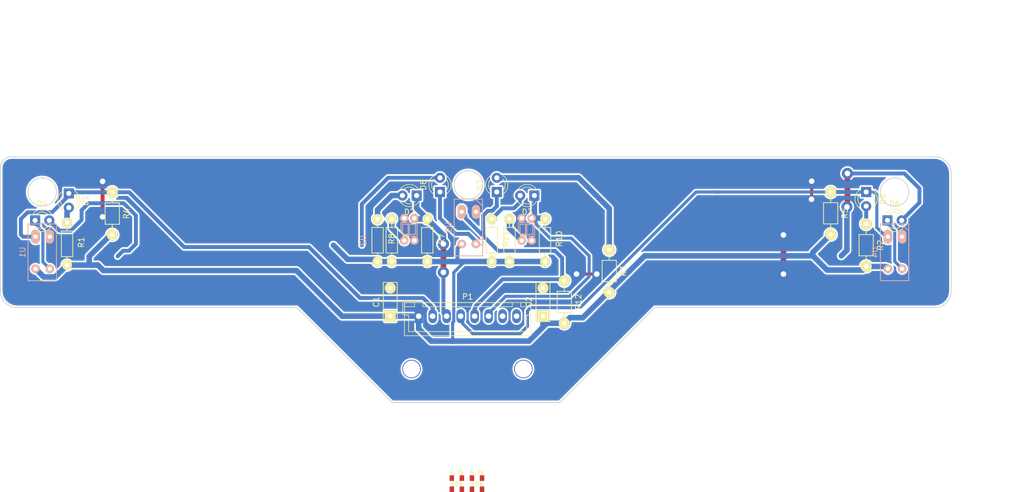
<source format=kicad_pcb>
(kicad_pcb (version 20171130) (host pcbnew "(5.1.4)-1")

  (general
    (thickness 1.6)
    (drawings 24)
    (tracks 258)
    (zones 0)
    (modules 32)
    (nets 24)
  )

  (page A4)
  (layers
    (0 F.Cu signal)
    (31 B.Cu signal)
    (32 B.Adhes user)
    (33 F.Adhes user)
    (34 B.Paste user)
    (35 F.Paste user)
    (36 B.SilkS user)
    (37 F.SilkS user)
    (38 B.Mask user)
    (39 F.Mask user)
    (40 Dwgs.User user)
    (41 Cmts.User user)
    (42 Eco1.User user)
    (43 Eco2.User user)
    (44 Edge.Cuts user)
    (45 Margin user)
    (46 B.CrtYd user)
    (47 F.CrtYd user)
    (48 B.Fab user)
    (49 F.Fab user)
  )

  (setup
    (last_trace_width 1)
    (user_trace_width 0.3)
    (user_trace_width 0.5)
    (user_trace_width 0.55)
    (user_trace_width 0.7)
    (user_trace_width 1)
    (trace_clearance 0.2)
    (zone_clearance 0.3)
    (zone_45_only no)
    (trace_min 0.2)
    (via_size 0.6)
    (via_drill 0.4)
    (via_min_size 0.4)
    (via_min_drill 0.3)
    (uvia_size 0.3)
    (uvia_drill 0.1)
    (uvias_allowed no)
    (uvia_min_size 0.2)
    (uvia_min_drill 0.1)
    (edge_width 0.15)
    (segment_width 0.2)
    (pcb_text_width 0.3)
    (pcb_text_size 1.5 1.5)
    (mod_edge_width 0.15)
    (mod_text_size 1 1)
    (mod_text_width 0.15)
    (pad_size 2.5 1.5)
    (pad_drill 0.762)
    (pad_to_mask_clearance 0.2)
    (aux_axis_origin 0 0)
    (visible_elements 7FFFFFFF)
    (pcbplotparams
      (layerselection 0x01000_fffffffe)
      (usegerberextensions false)
      (usegerberattributes false)
      (usegerberadvancedattributes false)
      (creategerberjobfile false)
      (excludeedgelayer true)
      (linewidth 0.100000)
      (plotframeref false)
      (viasonmask false)
      (mode 1)
      (useauxorigin false)
      (hpglpennumber 1)
      (hpglpenspeed 20)
      (hpglpendiameter 15.000000)
      (psnegative false)
      (psa4output false)
      (plotreference true)
      (plotvalue true)
      (plotinvisibletext false)
      (padsonsilk false)
      (subtractmaskfromsilk false)
      (outputformat 1)
      (mirror false)
      (drillshape 0)
      (scaleselection 1)
      (outputdirectory ""))
  )

  (net 0 "")
  (net 1 +5V)
  (net 2 GND)
  (net 3 "Net-(D1-Pad2)")
  (net 4 /AN_1)
  (net 5 "Net-(D2-Pad2)")
  (net 6 /AN_2)
  (net 7 "Net-(D3-Pad2)")
  (net 8 "Net-(D4-Pad2)")
  (net 9 "Net-(R6-Pad2)")
  (net 10 "Net-(R9-Pad2)")
  (net 11 /DB_L)
  (net 12 "Net-(D4-Pad1)")
  (net 13 /DB_CENTER)
  (net 14 "Net-(D5-Pad2)")
  (net 15 "Net-(D6-Pad1)")
  (net 16 "Net-(D6-Pad2)")
  (net 17 /DB_R)
  (net 18 "Net-(D7-Pad2)")
  (net 19 "Net-(D8-Pad1)")
  (net 20 "Net-(D8-Pad2)")
  (net 21 "Net-(D2-Pad1)")
  (net 22 "Net-(D3-Pad1)")
  (net 23 "Net-(P1-Pad8)")

  (net_class Default "これは標準のネット クラスです。"
    (clearance 0.2)
    (trace_width 0.25)
    (via_dia 0.6)
    (via_drill 0.4)
    (uvia_dia 0.3)
    (uvia_drill 0.1)
    (add_net +5V)
    (add_net /AN_1)
    (add_net /AN_2)
    (add_net /DB_CENTER)
    (add_net /DB_L)
    (add_net /DB_R)
    (add_net GND)
    (add_net "Net-(D1-Pad2)")
    (add_net "Net-(D2-Pad1)")
    (add_net "Net-(D2-Pad2)")
    (add_net "Net-(D3-Pad1)")
    (add_net "Net-(D3-Pad2)")
    (add_net "Net-(D4-Pad1)")
    (add_net "Net-(D4-Pad2)")
    (add_net "Net-(D5-Pad2)")
    (add_net "Net-(D6-Pad1)")
    (add_net "Net-(D6-Pad2)")
    (add_net "Net-(D7-Pad2)")
    (add_net "Net-(D8-Pad1)")
    (add_net "Net-(D8-Pad2)")
    (add_net "Net-(P1-Pad8)")
    (add_net "Net-(R6-Pad2)")
    (add_net "Net-(R9-Pad2)")
  )

  (module LEDs_:LED_D3.0mm (layer F.Cu) (tedit 587A3A7B) (tstamp 5C9BDE6C)
    (at 175.895 106.045 90)
    (descr "LED, diameter 3.0mm, 2 pins")
    (tags "LED diameter 3.0mm 2 pins")
    (path /5C9BD5BD)
    (fp_text reference D7 (at 1.27 -2.96 90) (layer F.SilkS)
      (effects (font (size 1 1) (thickness 0.15)))
    )
    (fp_text value EBR33385 (at 1.27 2.96 90) (layer F.Fab)
      (effects (font (size 1 1) (thickness 0.15)))
    )
    (fp_arc (start 1.27 0) (end -0.23 -1.16619) (angle 284.3) (layer F.Fab) (width 0.1))
    (fp_arc (start 1.27 0) (end -0.29 -1.235516) (angle 108.8) (layer F.SilkS) (width 0.12))
    (fp_arc (start 1.27 0) (end -0.29 1.235516) (angle -108.8) (layer F.SilkS) (width 0.12))
    (fp_arc (start 1.27 0) (end 0.229039 -1.08) (angle 87.9) (layer F.SilkS) (width 0.12))
    (fp_arc (start 1.27 0) (end 0.229039 1.08) (angle -87.9) (layer F.SilkS) (width 0.12))
    (fp_circle (center 1.27 0) (end 2.77 0) (layer F.Fab) (width 0.1))
    (fp_line (start -0.23 -1.16619) (end -0.23 1.16619) (layer F.Fab) (width 0.1))
    (fp_line (start -0.29 -1.236) (end -0.29 -1.08) (layer F.SilkS) (width 0.12))
    (fp_line (start -0.29 1.08) (end -0.29 1.236) (layer F.SilkS) (width 0.12))
    (fp_line (start -1.15 -2.25) (end -1.15 2.25) (layer F.CrtYd) (width 0.05))
    (fp_line (start -1.15 2.25) (end 3.7 2.25) (layer F.CrtYd) (width 0.05))
    (fp_line (start 3.7 2.25) (end 3.7 -2.25) (layer F.CrtYd) (width 0.05))
    (fp_line (start 3.7 -2.25) (end -1.15 -2.25) (layer F.CrtYd) (width 0.05))
    (pad 1 thru_hole rect (at 0 0 90) (size 1.8 1.8) (drill 0.9) (layers *.Cu *.Mask)
      (net 17 /DB_R))
    (pad 2 thru_hole circle (at 2.54 0 90) (size 1.8 1.8) (drill 0.9) (layers *.Cu *.Mask)
      (net 18 "Net-(D7-Pad2)"))
    (model ${KISYS3DMOD}/LEDs.3dshapes/LED_D3.0mm.wrl
      (at (xyz 0 0 0))
      (scale (xyz 0.393701 0.393701 0.393701))
      (rotate (xyz 0 0 0))
    )
  )

  (module LEDs_:LED_D3.0mm (layer F.Cu) (tedit 587A3A7B) (tstamp 5C9BDDE2)
    (at 99.37496 106.299 270)
    (descr "LED, diameter 3.0mm, 2 pins")
    (tags "LED diameter 3.0mm 2 pins")
    (path /5C9BC593)
    (fp_text reference D1 (at 1.27 -2.96 270) (layer F.SilkS)
      (effects (font (size 1 1) (thickness 0.15)))
    )
    (fp_text value EBR33385 (at 1.27 2.96 270) (layer F.Fab)
      (effects (font (size 1 1) (thickness 0.15)))
    )
    (fp_arc (start 1.27 0) (end -0.23 -1.16619) (angle 284.3) (layer F.Fab) (width 0.1))
    (fp_arc (start 1.27 0) (end -0.29 -1.235516) (angle 108.8) (layer F.SilkS) (width 0.12))
    (fp_arc (start 1.27 0) (end -0.29 1.235516) (angle -108.8) (layer F.SilkS) (width 0.12))
    (fp_arc (start 1.27 0) (end 0.229039 -1.08) (angle 87.9) (layer F.SilkS) (width 0.12))
    (fp_arc (start 1.27 0) (end 0.229039 1.08) (angle -87.9) (layer F.SilkS) (width 0.12))
    (fp_circle (center 1.27 0) (end 2.77 0) (layer F.Fab) (width 0.1))
    (fp_line (start -0.23 -1.16619) (end -0.23 1.16619) (layer F.Fab) (width 0.1))
    (fp_line (start -0.29 -1.236) (end -0.29 -1.08) (layer F.SilkS) (width 0.12))
    (fp_line (start -0.29 1.08) (end -0.29 1.236) (layer F.SilkS) (width 0.12))
    (fp_line (start -1.15 -2.25) (end -1.15 2.25) (layer F.CrtYd) (width 0.05))
    (fp_line (start -1.15 2.25) (end 3.7 2.25) (layer F.CrtYd) (width 0.05))
    (fp_line (start 3.7 2.25) (end 3.7 -2.25) (layer F.CrtYd) (width 0.05))
    (fp_line (start 3.7 -2.25) (end -1.15 -2.25) (layer F.CrtYd) (width 0.05))
    (pad 1 thru_hole rect (at 0 0 270) (size 1.8 1.8) (drill 0.9) (layers *.Cu *.Mask)
      (net 11 /DB_L))
    (pad 2 thru_hole circle (at 2.54 0 270) (size 1.8 1.8) (drill 0.9) (layers *.Cu *.Mask)
      (net 3 "Net-(D1-Pad2)"))
    (model ${KISYS3DMOD}/LEDs.3dshapes/LED_D3.0mm.wrl
      (at (xyz 0 0 0))
      (scale (xyz 0.393701 0.393701 0.393701))
      (rotate (xyz 0 0 0))
    )
  )

  (module _local_TMD:S7136 (layer B.Cu) (tedit 5DD69B1E) (tstamp 5C9BDEEA)
    (at 170.815 112.395 90)
    (path /5C9BD583)
    (fp_text reference U5 (at 0 -3.5 90) (layer B.SilkS)
      (effects (font (size 1 1) (thickness 0.15)) (justify mirror))
    )
    (fp_text value S7136 (at -0.05 3.75 90) (layer B.Fab)
      (effects (font (size 1 1) (thickness 0.15)) (justify mirror))
    )
    (fp_line (start 3.81 2.54) (end 5.08 1.27) (layer B.SilkS) (width 0.15))
    (fp_line (start 5.08 2.54) (end 5.08 -2.54) (layer B.SilkS) (width 0.15))
    (fp_line (start 5.08 -2.54) (end -5.08 -2.54) (layer B.SilkS) (width 0.15))
    (fp_line (start -5.08 -2.54) (end -5.08 2.54) (layer B.SilkS) (width 0.15))
    (fp_line (start -5.08 2.54) (end 5.08 2.54) (layer B.SilkS) (width 0.15))
    (pad 1 thru_hole circle (at -2.95 1.35 90) (size 1.524 1.524) (drill 0.762) (layers *.Cu *.Mask B.SilkS)
      (net 19 "Net-(D8-Pad1)"))
    (pad 2 thru_hole circle (at -2.95 -1.19 90) (size 1.524 1.524) (drill 0.762) (layers *.Cu *.Mask B.SilkS)
      (net 1 +5V))
    (pad 3 thru_hole oval (at 2.8 -1.2 90) (size 2.5 1.5) (drill 0.762) (layers *.Cu *.Mask B.SilkS)
      (net 17 /DB_R))
    (pad 4 thru_hole oval (at 2.8 1.35 90) (size 2.5 1.5) (drill 0.762) (layers *.Cu *.Mask B.SilkS)
      (net 2 GND))
  )

  (module _local_TMD:myR (layer F.Cu) (tedit 5C502A67) (tstamp 5DD67F90)
    (at 184.515 114.935 90)
    (path /5C509E02)
    (fp_text reference R10 (at 0.508 2.54 90) (layer F.SilkS)
      (effects (font (size 1 1) (thickness 0.15)))
    )
    (fp_text value 10k (at 0 -2.54 90) (layer F.Fab)
      (effects (font (size 1 1) (thickness 0.15)))
    )
    (fp_line (start 2.54 0) (end 4.064 0) (layer F.SilkS) (width 0.15))
    (fp_line (start -3.556 0) (end -2.032 0) (layer F.SilkS) (width 0.15))
    (fp_line (start -2.032 0) (end -2.032 -1.016) (layer F.SilkS) (width 0.15))
    (fp_line (start -2.032 -1.016) (end 2.54 -1.016) (layer F.SilkS) (width 0.15))
    (fp_line (start 2.54 -1.016) (end 2.54 1.016) (layer F.SilkS) (width 0.15))
    (fp_line (start 2.54 1.016) (end -2.032 1.016) (layer F.SilkS) (width 0.15))
    (fp_line (start -2.032 1.016) (end -2.032 0) (layer F.SilkS) (width 0.15))
    (pad 1 thru_hole circle (at -3.556 0 90) (size 1.8 1.8) (drill 0.8) (layers *.Cu *.Mask F.SilkS)
      (net 1 +5V))
    (pad 2 thru_hole circle (at 4.064 0 90) (size 1.8 1.8) (drill 0.8) (layers *.Cu *.Mask F.SilkS)
      (net 22 "Net-(D3-Pad1)"))
  )

  (module _local_TMD:S7136 (layer B.Cu) (tedit 5DD69AFC) (tstamp 5DD69F15)
    (at 94.615 116.84 90)
    (path /5C9BA0F6)
    (fp_text reference U1 (at 0 -3.5 90) (layer B.SilkS)
      (effects (font (size 1 1) (thickness 0.15)) (justify mirror))
    )
    (fp_text value S7136 (at -0.05 3.75 90) (layer B.Fab)
      (effects (font (size 1 1) (thickness 0.15)) (justify mirror))
    )
    (fp_line (start 3.81 2.54) (end 5.08 1.27) (layer B.SilkS) (width 0.15))
    (fp_line (start 5.08 2.54) (end 5.08 -2.54) (layer B.SilkS) (width 0.15))
    (fp_line (start 5.08 -2.54) (end -5.08 -2.54) (layer B.SilkS) (width 0.15))
    (fp_line (start -5.08 -2.54) (end -5.08 2.54) (layer B.SilkS) (width 0.15))
    (fp_line (start -5.08 2.54) (end 5.08 2.54) (layer B.SilkS) (width 0.15))
    (pad 1 thru_hole circle (at -2.95 1.35 90) (size 1.524 1.524) (drill 0.762) (layers *.Cu *.Mask B.SilkS)
      (net 12 "Net-(D4-Pad1)"))
    (pad 2 thru_hole circle (at -2.95 -1.19 90) (size 1.524 1.524) (drill 0.762) (layers *.Cu *.Mask B.SilkS)
      (net 1 +5V))
    (pad 3 thru_hole oval (at 2.8 -1.2 90) (size 2.5 1.5) (drill 0.762) (layers *.Cu *.Mask B.SilkS)
      (net 11 /DB_L))
    (pad 4 thru_hole oval (at 2.8 1.35 90) (size 2.5 1.5) (drill 0.762) (layers *.Cu *.Mask B.SilkS)
      (net 2 GND))
  )

  (module Connectors_JST:JST_XH_B08B-XH-A_08x2.50mm_Straight (layer F.Cu) (tedit 5C5116A3) (tstamp 5C53E3E0)
    (at 161.925 128.27)
    (descr "JST XH series connector, B08B-XH-A, top entry type, through hole")
    (tags "connector jst xh tht top vertical 2.50mm")
    (path /5C5037E9)
    (fp_text reference P1 (at 8.75 -3.5) (layer F.SilkS)
      (effects (font (size 1 1) (thickness 0.15)))
    )
    (fp_text value XH_08 (at 8.75 4.5) (layer F.Fab)
      (effects (font (size 1 1) (thickness 0.15)))
    )
    (fp_line (start -2.45 -2.35) (end -2.45 3.4) (layer F.Fab) (width 0.1))
    (fp_line (start -2.45 3.4) (end 19.95 3.4) (layer F.Fab) (width 0.1))
    (fp_line (start 19.95 3.4) (end 19.95 -2.35) (layer F.Fab) (width 0.1))
    (fp_line (start 19.95 -2.35) (end -2.45 -2.35) (layer F.Fab) (width 0.1))
    (fp_line (start -2.95 -2.85) (end -2.95 3.9) (layer F.CrtYd) (width 0.05))
    (fp_line (start -2.95 3.9) (end 20.45 3.9) (layer F.CrtYd) (width 0.05))
    (fp_line (start 20.45 3.9) (end 20.45 -2.85) (layer F.CrtYd) (width 0.05))
    (fp_line (start 20.45 -2.85) (end -2.95 -2.85) (layer F.CrtYd) (width 0.05))
    (fp_line (start -2.55 -2.45) (end -2.55 3.5) (layer F.SilkS) (width 0.12))
    (fp_line (start -2.55 3.5) (end 20.05 3.5) (layer F.SilkS) (width 0.12))
    (fp_line (start 20.05 3.5) (end 20.05 -2.45) (layer F.SilkS) (width 0.12))
    (fp_line (start 20.05 -2.45) (end -2.55 -2.45) (layer F.SilkS) (width 0.12))
    (fp_line (start 0.75 -2.45) (end 0.75 -1.7) (layer F.SilkS) (width 0.12))
    (fp_line (start 0.75 -1.7) (end 16.75 -1.7) (layer F.SilkS) (width 0.12))
    (fp_line (start 16.75 -1.7) (end 16.75 -2.45) (layer F.SilkS) (width 0.12))
    (fp_line (start 16.75 -2.45) (end 0.75 -2.45) (layer F.SilkS) (width 0.12))
    (fp_line (start -2.55 -2.45) (end -2.55 -1.7) (layer F.SilkS) (width 0.12))
    (fp_line (start -2.55 -1.7) (end -0.75 -1.7) (layer F.SilkS) (width 0.12))
    (fp_line (start -0.75 -1.7) (end -0.75 -2.45) (layer F.SilkS) (width 0.12))
    (fp_line (start -0.75 -2.45) (end -2.55 -2.45) (layer F.SilkS) (width 0.12))
    (fp_line (start 18.25 -2.45) (end 18.25 -1.7) (layer F.SilkS) (width 0.12))
    (fp_line (start 18.25 -1.7) (end 20.05 -1.7) (layer F.SilkS) (width 0.12))
    (fp_line (start 20.05 -1.7) (end 20.05 -2.45) (layer F.SilkS) (width 0.12))
    (fp_line (start 20.05 -2.45) (end 18.25 -2.45) (layer F.SilkS) (width 0.12))
    (fp_line (start -2.55 -0.2) (end -1.8 -0.2) (layer F.SilkS) (width 0.12))
    (fp_line (start -1.8 -0.2) (end -1.8 2.75) (layer F.SilkS) (width 0.12))
    (fp_line (start -1.8 2.75) (end 8.75 2.75) (layer F.SilkS) (width 0.12))
    (fp_line (start 20.05 -0.2) (end 19.3 -0.2) (layer F.SilkS) (width 0.12))
    (fp_line (start 19.3 -0.2) (end 19.3 2.75) (layer F.SilkS) (width 0.12))
    (fp_line (start 19.3 2.75) (end 8.75 2.75) (layer F.SilkS) (width 0.12))
    (fp_line (start -0.35 -2.75) (end -2.85 -2.75) (layer F.SilkS) (width 0.12))
    (fp_line (start -2.85 -2.75) (end -2.85 -0.25) (layer F.SilkS) (width 0.12))
    (fp_line (start -0.35 -2.75) (end -2.85 -2.75) (layer F.Fab) (width 0.1))
    (fp_line (start -2.85 -2.75) (end -2.85 -0.25) (layer F.Fab) (width 0.1))
    (fp_text user %R (at 8.75 2.5) (layer F.Fab)
      (effects (font (size 1 1) (thickness 0.15)))
    )
    (pad 1 thru_hole rect (at 0 0) (size 1.5 2.5) (drill 1) (layers *.Cu *.Mask)
      (net 2 GND))
    (pad 2 thru_hole oval (at 2.5 0) (size 1.5 2.5) (drill 1) (layers *.Cu *.Mask)
      (net 1 +5V))
    (pad 3 thru_hole oval (at 5 0) (size 1.5 2.5) (drill 1) (layers *.Cu *.Mask)
      (net 11 /DB_L))
    (pad 4 thru_hole oval (at 7.5 0) (size 1.5 2.5) (drill 1) (layers *.Cu *.Mask)
      (net 4 /AN_1))
    (pad 5 thru_hole oval (at 10 0) (size 1.5 2.5) (drill 1) (layers *.Cu *.Mask)
      (net 13 /DB_CENTER))
    (pad 6 thru_hole oval (at 12.5 0) (size 1.5 2.5) (drill 1) (layers *.Cu *.Mask)
      (net 17 /DB_R))
    (pad 7 thru_hole oval (at 15 0) (size 1.5 2.5) (drill 1) (layers *.Cu *.Mask)
      (net 6 /AN_2))
    (pad 8 thru_hole oval (at 17.5 0) (size 1.5 2.5) (drill 1) (layers *.Cu *.Mask)
      (net 23 "Net-(P1-Pad8)"))
    (model Connectors_JST.3dshapes/JST_XH_B08B-XH-A_08x2.50mm_Straight.wrl
      (at (xyz 0 0 0))
      (scale (xyz 1 1 1))
      (rotate (xyz 0 0 0))
    )
  )

  (module _local_TMD:C_Rect_L07.0_W3.5_P05.0 (layer F.Cu) (tedit 5C52ABE9) (tstamp 5C537B63)
    (at 184.15 125.73 90)
    (descr "NISSEI_AMZ.pdf (Nissei)")
    (tags "Capacitor Polyester")
    (path /5C508157)
    (fp_text reference C2 (at 0 -2.5 90) (layer F.SilkS)
      (effects (font (size 1 1) (thickness 0.15)))
    )
    (fp_text value 0.1u (at 0 2.5 90) (layer F.Fab)
      (effects (font (size 1 1) (thickness 0.15)))
    )
    (fp_line (start -3.75 -1.5) (end 3.75 -1.5) (layer F.CrtYd) (width 0.05))
    (fp_line (start 3.75 -1.5) (end 3.75 1.5) (layer F.CrtYd) (width 0.05))
    (fp_line (start 3.75 1.5) (end -3.75 1.5) (layer F.CrtYd) (width 0.05))
    (fp_line (start -3.75 1.5) (end -3.75 -1.5) (layer F.CrtYd) (width 0.05))
    (fp_line (start -3.5 -1.25) (end 3.5 -1.25) (layer F.SilkS) (width 0.15))
    (fp_line (start 3.5 -1.25) (end 3.5 1.25) (layer F.SilkS) (width 0.15))
    (fp_line (start 3.5 1.25) (end -3.5 1.25) (layer F.SilkS) (width 0.15))
    (fp_line (start -3.5 1.25) (end -3.5 -1.25) (layer F.SilkS) (width 0.15))
    (pad 1 thru_hole rect (at -2.5 0 90) (size 2 2) (drill 0.8) (layers *.Cu *.Mask F.SilkS)
      (net 1 +5V))
    (pad 2 thru_hole circle (at 2.5 0 90) (size 2 2) (drill 0.8) (layers *.Cu *.Mask F.SilkS)
      (net 2 GND))
    (model Capacitors_ThroughHole.3dshapes/C_Rect_L7_W2_P5.wrl
      (at (xyz 0 0 0))
      (scale (xyz 1 1 1))
      (rotate (xyz 0 0 0))
    )
  )

  (module LEDs:LED_D3.0mm (layer F.Cu) (tedit 587A3A7B) (tstamp 5C537B89)
    (at 161.56 106.68 180)
    (descr "LED, diameter 3.0mm, 2 pins")
    (tags "LED diameter 3.0mm 2 pins")
    (path /5C509CB6)
    (fp_text reference D2 (at 1.27 -2.96 180) (layer F.SilkS)
      (effects (font (size 1 1) (thickness 0.15)))
    )
    (fp_text value LED (at 1.27 2.96 180) (layer F.Fab)
      (effects (font (size 1 1) (thickness 0.15)))
    )
    (fp_arc (start 1.27 0) (end -0.23 -1.16619) (angle 284.3) (layer F.Fab) (width 0.1))
    (fp_arc (start 1.27 0) (end -0.29 -1.235516) (angle 108.8) (layer F.SilkS) (width 0.12))
    (fp_arc (start 1.27 0) (end -0.29 1.235516) (angle -108.8) (layer F.SilkS) (width 0.12))
    (fp_arc (start 1.27 0) (end 0.229039 -1.08) (angle 87.9) (layer F.SilkS) (width 0.12))
    (fp_arc (start 1.27 0) (end 0.229039 1.08) (angle -87.9) (layer F.SilkS) (width 0.12))
    (fp_circle (center 1.27 0) (end 2.77 0) (layer F.Fab) (width 0.1))
    (fp_line (start -0.23 -1.16619) (end -0.23 1.16619) (layer F.Fab) (width 0.1))
    (fp_line (start -0.29 -1.236) (end -0.29 -1.08) (layer F.SilkS) (width 0.12))
    (fp_line (start -0.29 1.08) (end -0.29 1.236) (layer F.SilkS) (width 0.12))
    (fp_line (start -1.15 -2.25) (end -1.15 2.25) (layer F.CrtYd) (width 0.05))
    (fp_line (start -1.15 2.25) (end 3.7 2.25) (layer F.CrtYd) (width 0.05))
    (fp_line (start 3.7 2.25) (end 3.7 -2.25) (layer F.CrtYd) (width 0.05))
    (fp_line (start 3.7 -2.25) (end -1.15 -2.25) (layer F.CrtYd) (width 0.05))
    (pad 1 thru_hole rect (at 0 0 180) (size 1.8 1.8) (drill 0.9) (layers *.Cu *.Mask)
      (net 21 "Net-(D2-Pad1)"))
    (pad 2 thru_hole circle (at 2.54 0 180) (size 1.8 1.8) (drill 0.9) (layers *.Cu *.Mask)
      (net 5 "Net-(D2-Pad2)"))
    (model ${KISYS3DMOD}/LEDs.3dshapes/LED_D3.0mm.wrl
      (at (xyz 0 0 0))
      (scale (xyz 0.393701 0.393701 0.393701))
      (rotate (xyz 0 0 0))
    )
  )

  (module LEDs:LED_D3.0mm (layer F.Cu) (tedit 587A3A7B) (tstamp 5DD67F24)
    (at 182.61 106.68 180)
    (descr "LED, diameter 3.0mm, 2 pins")
    (tags "LED diameter 3.0mm 2 pins")
    (path /5C509E11)
    (fp_text reference D3 (at 1.27 -2.96 180) (layer F.SilkS)
      (effects (font (size 1 1) (thickness 0.15)))
    )
    (fp_text value LED (at 1.27 2.96 180) (layer F.Fab)
      (effects (font (size 1 1) (thickness 0.15)))
    )
    (fp_arc (start 1.27 0) (end -0.23 -1.16619) (angle 284.3) (layer F.Fab) (width 0.1))
    (fp_arc (start 1.27 0) (end -0.29 -1.235516) (angle 108.8) (layer F.SilkS) (width 0.12))
    (fp_arc (start 1.27 0) (end -0.29 1.235516) (angle -108.8) (layer F.SilkS) (width 0.12))
    (fp_arc (start 1.27 0) (end 0.229039 -1.08) (angle 87.9) (layer F.SilkS) (width 0.12))
    (fp_arc (start 1.27 0) (end 0.229039 1.08) (angle -87.9) (layer F.SilkS) (width 0.12))
    (fp_circle (center 1.27 0) (end 2.77 0) (layer F.Fab) (width 0.1))
    (fp_line (start -0.23 -1.16619) (end -0.23 1.16619) (layer F.Fab) (width 0.1))
    (fp_line (start -0.29 -1.236) (end -0.29 -1.08) (layer F.SilkS) (width 0.12))
    (fp_line (start -0.29 1.08) (end -0.29 1.236) (layer F.SilkS) (width 0.12))
    (fp_line (start -1.15 -2.25) (end -1.15 2.25) (layer F.CrtYd) (width 0.05))
    (fp_line (start -1.15 2.25) (end 3.7 2.25) (layer F.CrtYd) (width 0.05))
    (fp_line (start 3.7 2.25) (end 3.7 -2.25) (layer F.CrtYd) (width 0.05))
    (fp_line (start 3.7 -2.25) (end -1.15 -2.25) (layer F.CrtYd) (width 0.05))
    (pad 1 thru_hole rect (at 0 0 180) (size 1.8 1.8) (drill 0.9) (layers *.Cu *.Mask)
      (net 22 "Net-(D3-Pad1)"))
    (pad 2 thru_hole circle (at 2.54 0 180) (size 1.8 1.8) (drill 0.9) (layers *.Cu *.Mask)
      (net 7 "Net-(D3-Pad2)"))
    (model ${KISYS3DMOD}/LEDs.3dshapes/LED_D3.0mm.wrl
      (at (xyz 0 0 0))
      (scale (xyz 0.393701 0.393701 0.393701))
      (rotate (xyz 0 0 0))
    )
  )

  (module _local_TMD:myR (layer F.Cu) (tedit 5C502A67) (tstamp 5C537BCE)
    (at 99.06 115.57 90)
    (path /5C9BBB2F)
    (fp_text reference R1 (at 0.508 2.54 90) (layer F.SilkS)
      (effects (font (size 1 1) (thickness 0.15)))
    )
    (fp_text value 1k (at 0 -2.54 90) (layer F.Fab)
      (effects (font (size 1 1) (thickness 0.15)))
    )
    (fp_line (start 2.54 0) (end 4.064 0) (layer F.SilkS) (width 0.15))
    (fp_line (start -3.556 0) (end -2.032 0) (layer F.SilkS) (width 0.15))
    (fp_line (start -2.032 0) (end -2.032 -1.016) (layer F.SilkS) (width 0.15))
    (fp_line (start -2.032 -1.016) (end 2.54 -1.016) (layer F.SilkS) (width 0.15))
    (fp_line (start 2.54 -1.016) (end 2.54 1.016) (layer F.SilkS) (width 0.15))
    (fp_line (start 2.54 1.016) (end -2.032 1.016) (layer F.SilkS) (width 0.15))
    (fp_line (start -2.032 1.016) (end -2.032 0) (layer F.SilkS) (width 0.15))
    (pad 1 thru_hole circle (at -3.556 0 90) (size 1.8 1.8) (drill 0.8) (layers *.Cu *.Mask F.SilkS)
      (net 1 +5V))
    (pad 2 thru_hole circle (at 4.064 0 90) (size 1.8 1.8) (drill 0.8) (layers *.Cu *.Mask F.SilkS)
      (net 3 "Net-(D1-Pad2)"))
  )

  (module _local_TMD:myR (layer F.Cu) (tedit 5C502A67) (tstamp 5C537C0F)
    (at 157.115 114.935 90)
    (path /5C509C9B)
    (fp_text reference R6 (at 0.508 2.54 90) (layer F.SilkS)
      (effects (font (size 1 1) (thickness 0.15)))
    )
    (fp_text value 100 (at 0 -2.54 90) (layer F.Fab)
      (effects (font (size 1 1) (thickness 0.15)))
    )
    (fp_line (start 2.54 0) (end 4.064 0) (layer F.SilkS) (width 0.15))
    (fp_line (start -3.556 0) (end -2.032 0) (layer F.SilkS) (width 0.15))
    (fp_line (start -2.032 0) (end -2.032 -1.016) (layer F.SilkS) (width 0.15))
    (fp_line (start -2.032 -1.016) (end 2.54 -1.016) (layer F.SilkS) (width 0.15))
    (fp_line (start 2.54 -1.016) (end 2.54 1.016) (layer F.SilkS) (width 0.15))
    (fp_line (start 2.54 1.016) (end -2.032 1.016) (layer F.SilkS) (width 0.15))
    (fp_line (start -2.032 1.016) (end -2.032 0) (layer F.SilkS) (width 0.15))
    (pad 1 thru_hole circle (at -3.556 0 90) (size 1.8 1.8) (drill 0.8) (layers *.Cu *.Mask F.SilkS)
      (net 1 +5V))
    (pad 2 thru_hole circle (at 4.064 0 90) (size 1.8 1.8) (drill 0.8) (layers *.Cu *.Mask F.SilkS)
      (net 9 "Net-(R6-Pad2)"))
  )

  (module _local_TMD:myR (layer F.Cu) (tedit 5C502A67) (tstamp 5C537C1C)
    (at 163.465 114.935 90)
    (path /5C509CA7)
    (fp_text reference R7 (at 0.508 2.54 90) (layer F.SilkS)
      (effects (font (size 1 1) (thickness 0.15)))
    )
    (fp_text value 10k (at 0 -2.54 90) (layer F.Fab)
      (effects (font (size 1 1) (thickness 0.15)))
    )
    (fp_line (start 2.54 0) (end 4.064 0) (layer F.SilkS) (width 0.15))
    (fp_line (start -3.556 0) (end -2.032 0) (layer F.SilkS) (width 0.15))
    (fp_line (start -2.032 0) (end -2.032 -1.016) (layer F.SilkS) (width 0.15))
    (fp_line (start -2.032 -1.016) (end 2.54 -1.016) (layer F.SilkS) (width 0.15))
    (fp_line (start 2.54 -1.016) (end 2.54 1.016) (layer F.SilkS) (width 0.15))
    (fp_line (start 2.54 1.016) (end -2.032 1.016) (layer F.SilkS) (width 0.15))
    (fp_line (start -2.032 1.016) (end -2.032 0) (layer F.SilkS) (width 0.15))
    (pad 1 thru_hole circle (at -3.556 0 90) (size 1.8 1.8) (drill 0.8) (layers *.Cu *.Mask F.SilkS)
      (net 1 +5V))
    (pad 2 thru_hole circle (at 4.064 0 90) (size 1.8 1.8) (drill 0.8) (layers *.Cu *.Mask F.SilkS)
      (net 21 "Net-(D2-Pad1)"))
  )

  (module _local_TMD:myR (layer F.Cu) (tedit 5C502A67) (tstamp 5C537C29)
    (at 154.575 114.935 90)
    (path /5C509CB0)
    (fp_text reference R8 (at 0.508 2.54 90) (layer F.SilkS)
      (effects (font (size 1 1) (thickness 0.15)))
    )
    (fp_text value 1K (at 0 -2.54 90) (layer F.Fab)
      (effects (font (size 1 1) (thickness 0.15)))
    )
    (fp_line (start 2.54 0) (end 4.064 0) (layer F.SilkS) (width 0.15))
    (fp_line (start -3.556 0) (end -2.032 0) (layer F.SilkS) (width 0.15))
    (fp_line (start -2.032 0) (end -2.032 -1.016) (layer F.SilkS) (width 0.15))
    (fp_line (start -2.032 -1.016) (end 2.54 -1.016) (layer F.SilkS) (width 0.15))
    (fp_line (start 2.54 -1.016) (end 2.54 1.016) (layer F.SilkS) (width 0.15))
    (fp_line (start 2.54 1.016) (end -2.032 1.016) (layer F.SilkS) (width 0.15))
    (fp_line (start -2.032 1.016) (end -2.032 0) (layer F.SilkS) (width 0.15))
    (pad 1 thru_hole circle (at -3.556 0 90) (size 1.8 1.8) (drill 0.8) (layers *.Cu *.Mask F.SilkS)
      (net 1 +5V))
    (pad 2 thru_hole circle (at 4.064 0 90) (size 1.8 1.8) (drill 0.8) (layers *.Cu *.Mask F.SilkS)
      (net 5 "Net-(D2-Pad2)"))
  )

  (module _local_TMD:myR (layer F.Cu) (tedit 5C502A67) (tstamp 5DD67FB4)
    (at 178.165 114.935 90)
    (path /5C509DF6)
    (fp_text reference R9 (at 0.508 2.54 90) (layer F.SilkS)
      (effects (font (size 1 1) (thickness 0.15)))
    )
    (fp_text value 100 (at 0 -2.54 90) (layer F.Fab)
      (effects (font (size 1 1) (thickness 0.15)))
    )
    (fp_line (start 2.54 0) (end 4.064 0) (layer F.SilkS) (width 0.15))
    (fp_line (start -3.556 0) (end -2.032 0) (layer F.SilkS) (width 0.15))
    (fp_line (start -2.032 0) (end -2.032 -1.016) (layer F.SilkS) (width 0.15))
    (fp_line (start -2.032 -1.016) (end 2.54 -1.016) (layer F.SilkS) (width 0.15))
    (fp_line (start 2.54 -1.016) (end 2.54 1.016) (layer F.SilkS) (width 0.15))
    (fp_line (start 2.54 1.016) (end -2.032 1.016) (layer F.SilkS) (width 0.15))
    (fp_line (start -2.032 1.016) (end -2.032 0) (layer F.SilkS) (width 0.15))
    (pad 1 thru_hole circle (at -3.556 0 90) (size 1.8 1.8) (drill 0.8) (layers *.Cu *.Mask F.SilkS)
      (net 1 +5V))
    (pad 2 thru_hole circle (at 4.064 0 90) (size 1.8 1.8) (drill 0.8) (layers *.Cu *.Mask F.SilkS)
      (net 10 "Net-(R9-Pad2)"))
  )

  (module _local_TMD:myR (layer F.Cu) (tedit 5C502A67) (tstamp 5DD68023)
    (at 174.99 114.935 90)
    (path /5C509E0B)
    (fp_text reference R11 (at 0.508 2.54 90) (layer F.SilkS)
      (effects (font (size 1 1) (thickness 0.15)))
    )
    (fp_text value 1K (at 0 -2.54 90) (layer F.Fab)
      (effects (font (size 1 1) (thickness 0.15)))
    )
    (fp_line (start 2.54 0) (end 4.064 0) (layer F.SilkS) (width 0.15))
    (fp_line (start -3.556 0) (end -2.032 0) (layer F.SilkS) (width 0.15))
    (fp_line (start -2.032 0) (end -2.032 -1.016) (layer F.SilkS) (width 0.15))
    (fp_line (start -2.032 -1.016) (end 2.54 -1.016) (layer F.SilkS) (width 0.15))
    (fp_line (start 2.54 -1.016) (end 2.54 1.016) (layer F.SilkS) (width 0.15))
    (fp_line (start 2.54 1.016) (end -2.032 1.016) (layer F.SilkS) (width 0.15))
    (fp_line (start -2.032 1.016) (end -2.032 0) (layer F.SilkS) (width 0.15))
    (pad 1 thru_hole circle (at -3.556 0 90) (size 1.8 1.8) (drill 0.8) (layers *.Cu *.Mask F.SilkS)
      (net 1 +5V))
    (pad 2 thru_hole circle (at 4.064 0 90) (size 1.8 1.8) (drill 0.8) (layers *.Cu *.Mask F.SilkS)
      (net 7 "Net-(D3-Pad2)"))
  )

  (module _local_TMD:QRE1113 (layer B.Cu) (tedit 5C502CB1) (tstamp 5C537CAB)
    (at 161.145 114.73 90)
    (path /5C509C83)
    (fp_text reference U2 (at 0 -9.144 90) (layer B.SilkS)
      (effects (font (size 1 1) (thickness 0.15)) (justify mirror))
    )
    (fp_text value TPR-105F (at 0 7.62 90) (layer B.Fab)
      (effects (font (size 1 1) (thickness 0.15)) (justify mirror))
    )
    (fp_line (start 1.1 -1.1) (end 2.9 -1.1) (layer B.SilkS) (width 0.15))
    (fp_line (start 2.9 -1.1) (end 2.9 -2.1) (layer B.SilkS) (width 0.15))
    (fp_line (start 2.9 -2.1) (end 1.3 -2.1) (layer B.SilkS) (width 0.15))
    (fp_line (start 1.3 -2.1) (end 1.1 -1.9) (layer B.SilkS) (width 0.15))
    (fp_line (start 1.1 -1.9) (end 1.1 -1.2) (layer B.SilkS) (width 0.15))
    (fp_line (start 1.1 -1.2) (end 1.1 -1.1) (layer B.SilkS) (width 0.15))
    (fp_line (start 1.1 0.2) (end 2.9 0.2) (layer B.SilkS) (width 0.15))
    (fp_line (start 2.9 0.2) (end 2.9 -0.9) (layer B.SilkS) (width 0.15))
    (fp_line (start 2.9 -0.9) (end 1.1 -0.9) (layer B.SilkS) (width 0.15))
    (fp_line (start 1.1 -0.9) (end 1.1 0.1) (layer B.SilkS) (width 0.15))
    (fp_line (start 1.1 0.1) (end 1.1 0.2) (layer B.SilkS) (width 0.15))
    (fp_line (start 3 0.5) (end 3.1 0.5) (layer B.SilkS) (width 0.15))
    (fp_line (start 3.1 0.5) (end 3.2 0.5) (layer B.SilkS) (width 0.15))
    (fp_line (start 3.2 0.5) (end 3.2 -2.4) (layer B.SilkS) (width 0.15))
    (fp_line (start 3.2 -2.4) (end 1.4 -2.4) (layer B.SilkS) (width 0.15))
    (fp_line (start 0.8 0.5) (end 3 0.5) (layer B.SilkS) (width 0.15))
    (fp_line (start 1.4 -2.4) (end 0.8 -1.8) (layer B.SilkS) (width 0.15))
    (fp_line (start 0.8 -1.8) (end 0.8 0.5) (layer B.SilkS) (width 0.15))
    (pad 4 thru_hole circle (at 0 0 90) (size 1.524 1.524) (drill 0.8) (layers *.Cu *.Mask B.SilkS)
      (net 2 GND))
    (pad 1 thru_hole circle (at 0 -1.8 90) (size 1.524 1.524) (drill 0.8) (layers *.Cu *.Mask B.SilkS)
      (net 9 "Net-(R6-Pad2)"))
    (pad 3 thru_hole circle (at 4 0 90) (size 1.524 1.524) (drill 0.8) (layers *.Cu *.Mask B.SilkS)
      (net 21 "Net-(D2-Pad1)"))
    (pad 2 thru_hole circle (at 4 -1.8 90) (size 1.524 1.524) (drill 0.8) (layers *.Cu *.Mask B.SilkS)
      (net 2 GND))
  )

  (module _local_TMD:QRE1113 (layer B.Cu) (tedit 5C502CB1) (tstamp 5DD67FE5)
    (at 182.145 114.73 90)
    (path /5C509DDE)
    (fp_text reference U3 (at 0 -9.144 90) (layer B.SilkS)
      (effects (font (size 1 1) (thickness 0.15)) (justify mirror))
    )
    (fp_text value TPR-105F (at 0 7.62 90) (layer B.Fab)
      (effects (font (size 1 1) (thickness 0.15)) (justify mirror))
    )
    (fp_line (start 1.1 -1.1) (end 2.9 -1.1) (layer B.SilkS) (width 0.15))
    (fp_line (start 2.9 -1.1) (end 2.9 -2.1) (layer B.SilkS) (width 0.15))
    (fp_line (start 2.9 -2.1) (end 1.3 -2.1) (layer B.SilkS) (width 0.15))
    (fp_line (start 1.3 -2.1) (end 1.1 -1.9) (layer B.SilkS) (width 0.15))
    (fp_line (start 1.1 -1.9) (end 1.1 -1.2) (layer B.SilkS) (width 0.15))
    (fp_line (start 1.1 -1.2) (end 1.1 -1.1) (layer B.SilkS) (width 0.15))
    (fp_line (start 1.1 0.2) (end 2.9 0.2) (layer B.SilkS) (width 0.15))
    (fp_line (start 2.9 0.2) (end 2.9 -0.9) (layer B.SilkS) (width 0.15))
    (fp_line (start 2.9 -0.9) (end 1.1 -0.9) (layer B.SilkS) (width 0.15))
    (fp_line (start 1.1 -0.9) (end 1.1 0.1) (layer B.SilkS) (width 0.15))
    (fp_line (start 1.1 0.1) (end 1.1 0.2) (layer B.SilkS) (width 0.15))
    (fp_line (start 3 0.5) (end 3.1 0.5) (layer B.SilkS) (width 0.15))
    (fp_line (start 3.1 0.5) (end 3.2 0.5) (layer B.SilkS) (width 0.15))
    (fp_line (start 3.2 0.5) (end 3.2 -2.4) (layer B.SilkS) (width 0.15))
    (fp_line (start 3.2 -2.4) (end 1.4 -2.4) (layer B.SilkS) (width 0.15))
    (fp_line (start 0.8 0.5) (end 3 0.5) (layer B.SilkS) (width 0.15))
    (fp_line (start 1.4 -2.4) (end 0.8 -1.8) (layer B.SilkS) (width 0.15))
    (fp_line (start 0.8 -1.8) (end 0.8 0.5) (layer B.SilkS) (width 0.15))
    (pad 4 thru_hole circle (at 0 0 90) (size 1.524 1.524) (drill 0.8) (layers *.Cu *.Mask B.SilkS)
      (net 2 GND))
    (pad 1 thru_hole circle (at 0 -1.8 90) (size 1.524 1.524) (drill 0.8) (layers *.Cu *.Mask B.SilkS)
      (net 10 "Net-(R9-Pad2)"))
    (pad 3 thru_hole circle (at 4 0 90) (size 1.524 1.524) (drill 0.8) (layers *.Cu *.Mask B.SilkS)
      (net 22 "Net-(D3-Pad1)"))
    (pad 2 thru_hole circle (at 4 -1.8 90) (size 1.524 1.524) (drill 0.8) (layers *.Cu *.Mask B.SilkS)
      (net 2 GND))
  )

  (module _local_TMD:C_Rect_L07.0_W3.5_P05.0 (layer F.Cu) (tedit 5C52ABDF) (tstamp 5C52A969)
    (at 156.845 125.73 90)
    (descr "NISSEI_AMZ.pdf (Nissei)")
    (tags "Capacitor Polyester")
    (path /5C5066F9)
    (fp_text reference C1 (at 0 -2.5 90) (layer F.SilkS)
      (effects (font (size 1 1) (thickness 0.15)))
    )
    (fp_text value 0.1u (at 0 2.5 90) (layer F.Fab)
      (effects (font (size 1 1) (thickness 0.15)))
    )
    (fp_line (start -3.75 -1.5) (end 3.75 -1.5) (layer F.CrtYd) (width 0.05))
    (fp_line (start 3.75 -1.5) (end 3.75 1.5) (layer F.CrtYd) (width 0.05))
    (fp_line (start 3.75 1.5) (end -3.75 1.5) (layer F.CrtYd) (width 0.05))
    (fp_line (start -3.75 1.5) (end -3.75 -1.5) (layer F.CrtYd) (width 0.05))
    (fp_line (start -3.5 -1.25) (end 3.5 -1.25) (layer F.SilkS) (width 0.15))
    (fp_line (start 3.5 -1.25) (end 3.5 1.25) (layer F.SilkS) (width 0.15))
    (fp_line (start 3.5 1.25) (end -3.5 1.25) (layer F.SilkS) (width 0.15))
    (fp_line (start -3.5 1.25) (end -3.5 -1.25) (layer F.SilkS) (width 0.15))
    (pad 1 thru_hole rect (at -2.5 0 90) (size 2 2) (drill 0.8) (layers *.Cu *.Mask F.SilkS)
      (net 1 +5V))
    (pad 2 thru_hole circle (at 2.5 0 90) (size 2 2) (drill 0.8) (layers *.Cu *.Mask F.SilkS)
      (net 2 GND))
    (model Capacitors_ThroughHole.3dshapes/C_Rect_L7_W2_P5.wrl
      (at (xyz 0 0 0))
      (scale (xyz 1 1 1))
      (rotate (xyz 0 0 0))
    )
  )

  (module LEDs_:LED_D3.0mm (layer F.Cu) (tedit 587A3A7B) (tstamp 5DD69425)
    (at 241.935 106.045 270)
    (descr "LED, diameter 3.0mm, 2 pins")
    (tags "LED diameter 3.0mm 2 pins")
    (path /5C9BE93C)
    (fp_text reference D5 (at 1.27 -2.96 90) (layer F.SilkS)
      (effects (font (size 1 1) (thickness 0.15)))
    )
    (fp_text value EBR33385 (at 1.27 2.96 90) (layer F.Fab)
      (effects (font (size 1 1) (thickness 0.15)))
    )
    (fp_arc (start 1.27 0) (end -0.23 -1.16619) (angle 284.3) (layer F.Fab) (width 0.1))
    (fp_arc (start 1.27 0) (end -0.29 -1.235516) (angle 108.8) (layer F.SilkS) (width 0.12))
    (fp_arc (start 1.27 0) (end -0.29 1.235516) (angle -108.8) (layer F.SilkS) (width 0.12))
    (fp_arc (start 1.27 0) (end 0.229039 -1.08) (angle 87.9) (layer F.SilkS) (width 0.12))
    (fp_arc (start 1.27 0) (end 0.229039 1.08) (angle -87.9) (layer F.SilkS) (width 0.12))
    (fp_circle (center 1.27 0) (end 2.77 0) (layer F.Fab) (width 0.1))
    (fp_line (start -0.23 -1.16619) (end -0.23 1.16619) (layer F.Fab) (width 0.1))
    (fp_line (start -0.29 -1.236) (end -0.29 -1.08) (layer F.SilkS) (width 0.12))
    (fp_line (start -0.29 1.08) (end -0.29 1.236) (layer F.SilkS) (width 0.12))
    (fp_line (start -1.15 -2.25) (end -1.15 2.25) (layer F.CrtYd) (width 0.05))
    (fp_line (start -1.15 2.25) (end 3.7 2.25) (layer F.CrtYd) (width 0.05))
    (fp_line (start 3.7 2.25) (end 3.7 -2.25) (layer F.CrtYd) (width 0.05))
    (fp_line (start 3.7 -2.25) (end -1.15 -2.25) (layer F.CrtYd) (width 0.05))
    (pad 1 thru_hole rect (at 0 0 270) (size 1.8 1.8) (drill 0.9) (layers *.Cu *.Mask)
      (net 13 /DB_CENTER))
    (pad 2 thru_hole circle (at 2.54 0 270) (size 1.8 1.8) (drill 0.9) (layers *.Cu *.Mask)
      (net 14 "Net-(D5-Pad2)"))
    (model ${KISYS3DMOD}/LEDs.3dshapes/LED_D3.0mm.wrl
      (at (xyz 0 0 0))
      (scale (xyz 0.393701 0.393701 0.393701))
      (rotate (xyz 0 0 0))
    )
  )

  (module _local_TMD:S7136 (layer B.Cu) (tedit 5DD69F61) (tstamp 5DE13B15)
    (at 247.015 116.84 90)
    (path /5C9BE902)
    (fp_text reference U4 (at 0 -3.5 90) (layer B.SilkS)
      (effects (font (size 1 1) (thickness 0.15)) (justify mirror))
    )
    (fp_text value S7136 (at -0.05 3.75 90) (layer B.Fab)
      (effects (font (size 1 1) (thickness 0.15)) (justify mirror))
    )
    (fp_line (start 3.81 2.54) (end 5.08 1.27) (layer B.SilkS) (width 0.15))
    (fp_line (start 5.08 2.54) (end 5.08 -2.54) (layer B.SilkS) (width 0.15))
    (fp_line (start 5.08 -2.54) (end -5.08 -2.54) (layer B.SilkS) (width 0.15))
    (fp_line (start -5.08 -2.54) (end -5.08 2.54) (layer B.SilkS) (width 0.15))
    (fp_line (start -5.08 2.54) (end 5.08 2.54) (layer B.SilkS) (width 0.15))
    (pad 1 thru_hole circle (at -2.95 1.35 90) (size 1.524 1.524) (drill 0.762) (layers *.Cu *.Mask B.SilkS)
      (net 15 "Net-(D6-Pad1)"))
    (pad 2 thru_hole circle (at -2.95 -1.19 90) (size 1.524 1.524) (drill 0.762) (layers *.Cu *.Mask B.SilkS)
      (net 1 +5V))
    (pad 3 thru_hole oval (at 2.8 -1.2 90) (size 2.5 1.5) (drill 0.762) (layers *.Cu *.Mask B.SilkS)
      (net 13 /DB_CENTER))
    (pad 4 thru_hole oval (at 2.8 1.35 90) (size 2.5 1.5) (drill 0.762) (layers *.Cu *.Mask B.SilkS)
      (net 2 GND))
  )

  (module _local_TMD:myR (layer F.Cu) (tedit 5C624A98) (tstamp 5C9BFAE6)
    (at 107.145 113.7158 90)
    (path /5C9C042B)
    (fp_text reference R4 (at 3.81 2.54 90) (layer F.SilkS)
      (effects (font (size 1 1) (thickness 0.15)))
    )
    (fp_text value 10k (at 3.81 -2.54 90) (layer F.Fab)
      (effects (font (size 1 1) (thickness 0.15)))
    )
    (fp_line (start 5.715 0) (end 7.62 0) (layer F.SilkS) (width 0.15))
    (fp_line (start 1.905 0) (end 1.905 1.27) (layer F.SilkS) (width 0.15))
    (fp_line (start 1.905 1.27) (end 5.715 1.27) (layer F.SilkS) (width 0.15))
    (fp_line (start 5.715 1.27) (end 5.715 0.635) (layer F.SilkS) (width 0.15))
    (fp_line (start 0 0) (end 1.905 0) (layer F.SilkS) (width 0.15))
    (fp_line (start 1.905 0) (end 1.905 -1.27) (layer F.SilkS) (width 0.15))
    (fp_line (start 1.905 -1.27) (end 5.715 -1.27) (layer F.SilkS) (width 0.15))
    (fp_line (start 5.715 -1.27) (end 5.715 0.635) (layer F.SilkS) (width 0.15))
    (pad 1 thru_hole circle (at 0 0 90) (size 2 2) (drill 0.8) (layers *.Cu *.Mask F.SilkS)
      (net 1 +5V))
    (pad 2 thru_hole circle (at 7.62 0 90) (size 2 2) (drill 0.8) (layers *.Cu *.Mask F.SilkS)
      (net 11 /DB_L))
  )

  (module _local_TMD:myR (layer F.Cu) (tedit 5C624A98) (tstamp 5C9BFAF4)
    (at 235.585 113.665 90)
    (path /5C9C1D6D)
    (fp_text reference R5 (at 3.81 2.54 90) (layer F.SilkS)
      (effects (font (size 1 1) (thickness 0.15)))
    )
    (fp_text value 10k (at 3.81 -2.54 90) (layer F.Fab)
      (effects (font (size 1 1) (thickness 0.15)))
    )
    (fp_line (start 5.715 0) (end 7.62 0) (layer F.SilkS) (width 0.15))
    (fp_line (start 1.905 0) (end 1.905 1.27) (layer F.SilkS) (width 0.15))
    (fp_line (start 1.905 1.27) (end 5.715 1.27) (layer F.SilkS) (width 0.15))
    (fp_line (start 5.715 1.27) (end 5.715 0.635) (layer F.SilkS) (width 0.15))
    (fp_line (start 0 0) (end 1.905 0) (layer F.SilkS) (width 0.15))
    (fp_line (start 1.905 0) (end 1.905 -1.27) (layer F.SilkS) (width 0.15))
    (fp_line (start 1.905 -1.27) (end 5.715 -1.27) (layer F.SilkS) (width 0.15))
    (fp_line (start 5.715 -1.27) (end 5.715 0.635) (layer F.SilkS) (width 0.15))
    (pad 1 thru_hole circle (at 0 0 90) (size 2 2) (drill 0.8) (layers *.Cu *.Mask F.SilkS)
      (net 1 +5V))
    (pad 2 thru_hole circle (at 7.62 0 90) (size 2 2) (drill 0.8) (layers *.Cu *.Mask F.SilkS)
      (net 13 /DB_CENTER))
  )

  (module _local_TMD:myR (layer F.Cu) (tedit 5C624A98) (tstamp 5C9BFB02)
    (at 187.96 129.54 90)
    (path /5C9C2A2A)
    (fp_text reference R12 (at 3.81 2.54 90) (layer F.SilkS)
      (effects (font (size 1 1) (thickness 0.15)))
    )
    (fp_text value 10k (at 3.81 -2.54 90) (layer F.Fab)
      (effects (font (size 1 1) (thickness 0.15)))
    )
    (fp_line (start 5.715 0) (end 7.62 0) (layer F.SilkS) (width 0.15))
    (fp_line (start 1.905 0) (end 1.905 1.27) (layer F.SilkS) (width 0.15))
    (fp_line (start 1.905 1.27) (end 5.715 1.27) (layer F.SilkS) (width 0.15))
    (fp_line (start 5.715 1.27) (end 5.715 0.635) (layer F.SilkS) (width 0.15))
    (fp_line (start 0 0) (end 1.905 0) (layer F.SilkS) (width 0.15))
    (fp_line (start 1.905 0) (end 1.905 -1.27) (layer F.SilkS) (width 0.15))
    (fp_line (start 1.905 -1.27) (end 5.715 -1.27) (layer F.SilkS) (width 0.15))
    (fp_line (start 5.715 -1.27) (end 5.715 0.635) (layer F.SilkS) (width 0.15))
    (pad 1 thru_hole circle (at 0 0 90) (size 2 2) (drill 0.8) (layers *.Cu *.Mask F.SilkS)
      (net 1 +5V))
    (pad 2 thru_hole circle (at 7.62 0 90) (size 2 2) (drill 0.8) (layers *.Cu *.Mask F.SilkS)
      (net 17 /DB_R))
  )

  (module LEDs_:LED_D3.0mm (layer F.Cu) (tedit 587A3A7B) (tstamp 5DD6A98C)
    (at 93.345 111.125)
    (descr "LED, diameter 3.0mm, 2 pins")
    (tags "LED diameter 3.0mm 2 pins")
    (path /5C9BB1C8)
    (fp_text reference D4 (at 1.27 -2.96) (layer F.SilkS)
      (effects (font (size 1 1) (thickness 0.15)))
    )
    (fp_text value TLN119 (at 1.27 2.96) (layer F.Fab)
      (effects (font (size 1 1) (thickness 0.15)))
    )
    (fp_line (start 3.7 -2.25) (end -1.15 -2.25) (layer F.CrtYd) (width 0.05))
    (fp_line (start 3.7 2.25) (end 3.7 -2.25) (layer F.CrtYd) (width 0.05))
    (fp_line (start -1.15 2.25) (end 3.7 2.25) (layer F.CrtYd) (width 0.05))
    (fp_line (start -1.15 -2.25) (end -1.15 2.25) (layer F.CrtYd) (width 0.05))
    (fp_line (start -0.29 1.08) (end -0.29 1.236) (layer F.SilkS) (width 0.12))
    (fp_line (start -0.29 -1.236) (end -0.29 -1.08) (layer F.SilkS) (width 0.12))
    (fp_line (start -0.23 -1.16619) (end -0.23 1.16619) (layer F.Fab) (width 0.1))
    (fp_circle (center 1.27 0) (end 2.77 0) (layer F.Fab) (width 0.1))
    (fp_arc (start 1.27 0) (end 0.229039 1.08) (angle -87.9) (layer F.SilkS) (width 0.12))
    (fp_arc (start 1.27 0) (end 0.229039 -1.08) (angle 87.9) (layer F.SilkS) (width 0.12))
    (fp_arc (start 1.27 0) (end -0.29 1.235516) (angle -108.8) (layer F.SilkS) (width 0.12))
    (fp_arc (start 1.27 0) (end -0.29 -1.235516) (angle 108.8) (layer F.SilkS) (width 0.12))
    (fp_arc (start 1.27 0) (end -0.23 -1.16619) (angle 284.3) (layer F.Fab) (width 0.1))
    (pad 2 thru_hole circle (at 2.54 0) (size 1.8 1.8) (drill 0.9) (layers *.Cu *.Mask)
      (net 8 "Net-(D4-Pad2)"))
    (pad 1 thru_hole rect (at 0 0) (size 1.8 1.8) (drill 0.9) (layers *.Cu *.Mask)
      (net 12 "Net-(D4-Pad1)"))
    (model ${KISYS3DMOD}/LEDs.3dshapes/LED_D3.0mm.wrl
      (at (xyz 0 0 0))
      (scale (xyz 0.393701 0.393701 0.393701))
      (rotate (xyz 0 0 0))
    )
  )

  (module LEDs_:LED_D3.0mm (layer F.Cu) (tedit 587A3A7B) (tstamp 5DD69C50)
    (at 245.745 111.125)
    (descr "LED, diameter 3.0mm, 2 pins")
    (tags "LED diameter 3.0mm 2 pins")
    (path /5C9BE91B)
    (fp_text reference D6 (at 1.27 -2.96) (layer F.SilkS)
      (effects (font (size 1 1) (thickness 0.15)))
    )
    (fp_text value TLN119 (at 1.27 2.96) (layer F.Fab)
      (effects (font (size 1 1) (thickness 0.15)))
    )
    (fp_arc (start 1.27 0) (end -0.23 -1.16619) (angle 284.3) (layer F.Fab) (width 0.1))
    (fp_arc (start 1.27 0) (end -0.29 -1.235516) (angle 108.8) (layer F.SilkS) (width 0.12))
    (fp_arc (start 1.27 0) (end -0.29 1.235516) (angle -108.8) (layer F.SilkS) (width 0.12))
    (fp_arc (start 1.27 0) (end 0.229039 -1.08) (angle 87.9) (layer F.SilkS) (width 0.12))
    (fp_arc (start 1.27 0) (end 0.229039 1.08) (angle -87.9) (layer F.SilkS) (width 0.12))
    (fp_circle (center 1.27 0) (end 2.77 0) (layer F.Fab) (width 0.1))
    (fp_line (start -0.23 -1.16619) (end -0.23 1.16619) (layer F.Fab) (width 0.1))
    (fp_line (start -0.29 -1.236) (end -0.29 -1.08) (layer F.SilkS) (width 0.12))
    (fp_line (start -0.29 1.08) (end -0.29 1.236) (layer F.SilkS) (width 0.12))
    (fp_line (start -1.15 -2.25) (end -1.15 2.25) (layer F.CrtYd) (width 0.05))
    (fp_line (start -1.15 2.25) (end 3.7 2.25) (layer F.CrtYd) (width 0.05))
    (fp_line (start 3.7 2.25) (end 3.7 -2.25) (layer F.CrtYd) (width 0.05))
    (fp_line (start 3.7 -2.25) (end -1.15 -2.25) (layer F.CrtYd) (width 0.05))
    (pad 1 thru_hole rect (at 0 0) (size 1.8 1.8) (drill 0.9) (layers *.Cu *.Mask)
      (net 15 "Net-(D6-Pad1)"))
    (pad 2 thru_hole circle (at 2.54 0) (size 1.8 1.8) (drill 0.9) (layers *.Cu *.Mask)
      (net 16 "Net-(D6-Pad2)"))
    (model ${KISYS3DMOD}/LEDs.3dshapes/LED_D3.0mm.wrl
      (at (xyz 0 0 0))
      (scale (xyz 0.393701 0.393701 0.393701))
      (rotate (xyz 0 0 0))
    )
  )

  (module LEDs_:LED_D3.0mm (layer F.Cu) (tedit 587A3A7B) (tstamp 5DD69C62)
    (at 165.735 106.045 90)
    (descr "LED, diameter 3.0mm, 2 pins")
    (tags "LED diameter 3.0mm 2 pins")
    (path /5C9BD59C)
    (fp_text reference D8 (at 1.27 -2.96 90) (layer F.SilkS)
      (effects (font (size 1 1) (thickness 0.15)))
    )
    (fp_text value TLN119 (at 1.27 2.96 90) (layer F.Fab)
      (effects (font (size 1 1) (thickness 0.15)))
    )
    (fp_arc (start 1.27 0) (end -0.23 -1.16619) (angle 284.3) (layer F.Fab) (width 0.1))
    (fp_arc (start 1.27 0) (end -0.29 -1.235516) (angle 108.8) (layer F.SilkS) (width 0.12))
    (fp_arc (start 1.27 0) (end -0.29 1.235516) (angle -108.8) (layer F.SilkS) (width 0.12))
    (fp_arc (start 1.27 0) (end 0.229039 -1.08) (angle 87.9) (layer F.SilkS) (width 0.12))
    (fp_arc (start 1.27 0) (end 0.229039 1.08) (angle -87.9) (layer F.SilkS) (width 0.12))
    (fp_circle (center 1.27 0) (end 2.77 0) (layer F.Fab) (width 0.1))
    (fp_line (start -0.23 -1.16619) (end -0.23 1.16619) (layer F.Fab) (width 0.1))
    (fp_line (start -0.29 -1.236) (end -0.29 -1.08) (layer F.SilkS) (width 0.12))
    (fp_line (start -0.29 1.08) (end -0.29 1.236) (layer F.SilkS) (width 0.12))
    (fp_line (start -1.15 -2.25) (end -1.15 2.25) (layer F.CrtYd) (width 0.05))
    (fp_line (start -1.15 2.25) (end 3.7 2.25) (layer F.CrtYd) (width 0.05))
    (fp_line (start 3.7 2.25) (end 3.7 -2.25) (layer F.CrtYd) (width 0.05))
    (fp_line (start 3.7 -2.25) (end -1.15 -2.25) (layer F.CrtYd) (width 0.05))
    (pad 1 thru_hole rect (at 0 0 90) (size 1.8 1.8) (drill 0.9) (layers *.Cu *.Mask)
      (net 19 "Net-(D8-Pad1)"))
    (pad 2 thru_hole circle (at 2.54 0 90) (size 1.8 1.8) (drill 0.9) (layers *.Cu *.Mask)
      (net 20 "Net-(D8-Pad2)"))
    (model ${KISYS3DMOD}/LEDs.3dshapes/LED_D3.0mm.wrl
      (at (xyz 0 0 0))
      (scale (xyz 0.393701 0.393701 0.393701))
      (rotate (xyz 0 0 0))
    )
  )

  (module _local_TMD:myR (layer F.Cu) (tedit 5C624A98) (tstamp 5DD6A7E8)
    (at 241.935 119.38 90)
    (path /5C9BE92A)
    (fp_text reference R2 (at 3.81 2.54 90) (layer F.SilkS)
      (effects (font (size 1 1) (thickness 0.15)))
    )
    (fp_text value 1k (at 3.81 -2.54 90) (layer F.Fab)
      (effects (font (size 1 1) (thickness 0.15)))
    )
    (fp_line (start 5.715 0) (end 7.62 0) (layer F.SilkS) (width 0.15))
    (fp_line (start 1.905 0) (end 1.905 1.27) (layer F.SilkS) (width 0.15))
    (fp_line (start 1.905 1.27) (end 5.715 1.27) (layer F.SilkS) (width 0.15))
    (fp_line (start 5.715 1.27) (end 5.715 0.635) (layer F.SilkS) (width 0.15))
    (fp_line (start 0 0) (end 1.905 0) (layer F.SilkS) (width 0.15))
    (fp_line (start 1.905 0) (end 1.905 -1.27) (layer F.SilkS) (width 0.15))
    (fp_line (start 1.905 -1.27) (end 5.715 -1.27) (layer F.SilkS) (width 0.15))
    (fp_line (start 5.715 -1.27) (end 5.715 0.635) (layer F.SilkS) (width 0.15))
    (pad 1 thru_hole circle (at 0 0 90) (size 2 2) (drill 0.8) (layers *.Cu *.Mask F.SilkS)
      (net 1 +5V))
    (pad 2 thru_hole circle (at 7.62 0 90) (size 2 2) (drill 0.8) (layers *.Cu *.Mask F.SilkS)
      (net 14 "Net-(D5-Pad2)"))
  )

  (module _local_TMD:myR (layer F.Cu) (tedit 5C624A98) (tstamp 5DD6C474)
    (at 196 124 90)
    (path /5C9BD5AB)
    (fp_text reference R3 (at 3.81 2.54 90) (layer F.SilkS)
      (effects (font (size 1 1) (thickness 0.15)))
    )
    (fp_text value 1k (at 3.81 -2.54 90) (layer F.Fab)
      (effects (font (size 1 1) (thickness 0.15)))
    )
    (fp_line (start 5.715 -1.27) (end 5.715 0.635) (layer F.SilkS) (width 0.15))
    (fp_line (start 1.905 -1.27) (end 5.715 -1.27) (layer F.SilkS) (width 0.15))
    (fp_line (start 1.905 0) (end 1.905 -1.27) (layer F.SilkS) (width 0.15))
    (fp_line (start 0 0) (end 1.905 0) (layer F.SilkS) (width 0.15))
    (fp_line (start 5.715 1.27) (end 5.715 0.635) (layer F.SilkS) (width 0.15))
    (fp_line (start 1.905 1.27) (end 5.715 1.27) (layer F.SilkS) (width 0.15))
    (fp_line (start 1.905 0) (end 1.905 1.27) (layer F.SilkS) (width 0.15))
    (fp_line (start 5.715 0) (end 7.62 0) (layer F.SilkS) (width 0.15))
    (pad 2 thru_hole circle (at 7.62 0 90) (size 2 2) (drill 0.8) (layers *.Cu *.Mask F.SilkS)
      (net 18 "Net-(D7-Pad2)"))
    (pad 1 thru_hole circle (at 0 0 90) (size 2 2) (drill 0.8) (layers *.Cu *.Mask F.SilkS)
      (net 1 +5V))
  )

  (module Mizz_lib:1608_WP (layer F.Cu) (tedit 5E11F63B) (tstamp 5E18C9AC)
    (at 168.75 157.25)
    (descr <b>CAPACITOR</b>)
    (path /5E1947A4)
    (fp_text reference R13 (at -0.635 -0.635) (layer F.SilkS) hide
      (effects (font (size 1.2065 1.2065) (thickness 0.1016)) (justify left bottom))
    )
    (fp_text value 4.7k (at 0 -0.5) (layer F.SilkS)
      (effects (font (size 0.8 0.8) (thickness 0.15)) (justify bottom))
    )
    (fp_line (start -0.356 -0.432) (end 0.356 -0.432) (layer Dwgs.User) (width 0.1016))
    (fp_line (start -0.356 0.419) (end 0.356 0.419) (layer Dwgs.User) (width 0.1016))
    (fp_poly (pts (xy -0.8382 0.4699) (xy -0.3381 0.4699) (xy -0.3381 -0.4801) (xy -0.8382 -0.4801)) (layer Dwgs.User) (width 0))
    (fp_poly (pts (xy 0.3302 0.4699) (xy 0.8303 0.4699) (xy 0.8303 -0.4801) (xy 0.3302 -0.4801)) (layer Dwgs.User) (width 0))
    (fp_poly (pts (xy -0.1999 0.3) (xy 0.1999 0.3) (xy 0.1999 -0.3) (xy -0.1999 -0.3)) (layer F.Adhes) (width 0))
    (pad 1 smd rect (at -0.9 0) (size 0.8 1) (layers F.Cu F.Paste F.Mask)
      (net 21 "Net-(D2-Pad1)"))
    (pad 2 smd rect (at 0.9 0) (size 0.8 1) (layers F.Cu F.Paste F.Mask)
      (net 4 /AN_1))
    (model ${KISYS3DMOD}/Resistor_SMD.3dshapes/R_0603_1608Metric.step
      (at (xyz 0 0 0))
      (scale (xyz 1 1 1))
      (rotate (xyz 0 0 0))
    )
  )

  (module Mizz_lib:1608_WP (layer F.Cu) (tedit 5E11F63B) (tstamp 5E18C9B7)
    (at 168.75 159.25)
    (descr <b>CAPACITOR</b>)
    (path /5E1947AE)
    (fp_text reference R14 (at -0.635 -0.635) (layer F.SilkS) hide
      (effects (font (size 1.2065 1.2065) (thickness 0.1016)) (justify left bottom))
    )
    (fp_text value 10k (at 0 -0.5) (layer F.SilkS)
      (effects (font (size 0.8 0.8) (thickness 0.15)) (justify bottom))
    )
    (fp_poly (pts (xy -0.1999 0.3) (xy 0.1999 0.3) (xy 0.1999 -0.3) (xy -0.1999 -0.3)) (layer F.Adhes) (width 0))
    (fp_poly (pts (xy 0.3302 0.4699) (xy 0.8303 0.4699) (xy 0.8303 -0.4801) (xy 0.3302 -0.4801)) (layer Dwgs.User) (width 0))
    (fp_poly (pts (xy -0.8382 0.4699) (xy -0.3381 0.4699) (xy -0.3381 -0.4801) (xy -0.8382 -0.4801)) (layer Dwgs.User) (width 0))
    (fp_line (start -0.356 0.419) (end 0.356 0.419) (layer Dwgs.User) (width 0.1016))
    (fp_line (start -0.356 -0.432) (end 0.356 -0.432) (layer Dwgs.User) (width 0.1016))
    (pad 2 smd rect (at 0.9 0) (size 0.8 1) (layers F.Cu F.Paste F.Mask)
      (net 2 GND))
    (pad 1 smd rect (at -0.9 0) (size 0.8 1) (layers F.Cu F.Paste F.Mask)
      (net 4 /AN_1))
    (model ${KISYS3DMOD}/Resistor_SMD.3dshapes/R_0603_1608Metric.step
      (at (xyz 0 0 0))
      (scale (xyz 1 1 1))
      (rotate (xyz 0 0 0))
    )
  )

  (module Mizz_lib:1608_WP (layer F.Cu) (tedit 5E11F63B) (tstamp 5E18C9C2)
    (at 172.35 157.25)
    (descr <b>CAPACITOR</b>)
    (path /5E18896D)
    (fp_text reference R15 (at -0.635 -0.635) (layer F.SilkS) hide
      (effects (font (size 1.2065 1.2065) (thickness 0.1016)) (justify left bottom))
    )
    (fp_text value 4.7k (at 0 -0.5) (layer F.SilkS)
      (effects (font (size 0.8 0.8) (thickness 0.15)) (justify bottom))
    )
    (fp_line (start -0.356 -0.432) (end 0.356 -0.432) (layer Dwgs.User) (width 0.1016))
    (fp_line (start -0.356 0.419) (end 0.356 0.419) (layer Dwgs.User) (width 0.1016))
    (fp_poly (pts (xy -0.8382 0.4699) (xy -0.3381 0.4699) (xy -0.3381 -0.4801) (xy -0.8382 -0.4801)) (layer Dwgs.User) (width 0))
    (fp_poly (pts (xy 0.3302 0.4699) (xy 0.8303 0.4699) (xy 0.8303 -0.4801) (xy 0.3302 -0.4801)) (layer Dwgs.User) (width 0))
    (fp_poly (pts (xy -0.1999 0.3) (xy 0.1999 0.3) (xy 0.1999 -0.3) (xy -0.1999 -0.3)) (layer F.Adhes) (width 0))
    (pad 1 smd rect (at -0.9 0) (size 0.8 1) (layers F.Cu F.Paste F.Mask)
      (net 22 "Net-(D3-Pad1)"))
    (pad 2 smd rect (at 0.9 0) (size 0.8 1) (layers F.Cu F.Paste F.Mask)
      (net 6 /AN_2))
    (model ${KISYS3DMOD}/Resistor_SMD.3dshapes/R_0603_1608Metric.step
      (at (xyz 0 0 0))
      (scale (xyz 1 1 1))
      (rotate (xyz 0 0 0))
    )
  )

  (module Mizz_lib:1608_WP (layer F.Cu) (tedit 5E11F63B) (tstamp 5E18C9CD)
    (at 172.35 159.25)
    (descr <b>CAPACITOR</b>)
    (path /5E189230)
    (fp_text reference R16 (at -0.635 -0.635) (layer F.SilkS) hide
      (effects (font (size 1.2065 1.2065) (thickness 0.1016)) (justify left bottom))
    )
    (fp_text value 10k (at 0 -0.5) (layer F.SilkS)
      (effects (font (size 0.8 0.8) (thickness 0.15)) (justify bottom))
    )
    (fp_poly (pts (xy -0.1999 0.3) (xy 0.1999 0.3) (xy 0.1999 -0.3) (xy -0.1999 -0.3)) (layer F.Adhes) (width 0))
    (fp_poly (pts (xy 0.3302 0.4699) (xy 0.8303 0.4699) (xy 0.8303 -0.4801) (xy 0.3302 -0.4801)) (layer Dwgs.User) (width 0))
    (fp_poly (pts (xy -0.8382 0.4699) (xy -0.3381 0.4699) (xy -0.3381 -0.4801) (xy -0.8382 -0.4801)) (layer Dwgs.User) (width 0))
    (fp_line (start -0.356 0.419) (end 0.356 0.419) (layer Dwgs.User) (width 0.1016))
    (fp_line (start -0.356 -0.432) (end 0.356 -0.432) (layer Dwgs.User) (width 0.1016))
    (pad 2 smd rect (at 0.9 0) (size 0.8 1) (layers F.Cu F.Paste F.Mask)
      (net 2 GND))
    (pad 1 smd rect (at -0.9 0) (size 0.8 1) (layers F.Cu F.Paste F.Mask)
      (net 6 /AN_2))
    (model ${KISYS3DMOD}/Resistor_SMD.3dshapes/R_0603_1608Metric.step
      (at (xyz 0 0 0))
      (scale (xyz 1 1 1))
      (rotate (xyz 0 0 0))
    )
  )

  (dimension 44.05 (width 0.05) (layer F.CrtYd)
    (gr_text "44.050 mm" (at 268.7 121.725 270) (layer F.CrtYd)
      (effects (font (size 1 1) (thickness 0.15)))
    )
    (feature1 (pts (xy 257.15 143.75) (xy 268.086421 143.75)))
    (feature2 (pts (xy 257.15 99.7) (xy 268.086421 99.7)))
    (crossbar (pts (xy 267.5 99.7) (xy 267.5 143.75)))
    (arrow1a (pts (xy 267.5 143.75) (xy 266.913579 142.623496)))
    (arrow1b (pts (xy 267.5 143.75) (xy 268.086421 142.623496)))
    (arrow2a (pts (xy 267.5 99.7) (xy 266.913579 100.826504)))
    (arrow2b (pts (xy 267.5 99.7) (xy 268.086421 100.826504)))
  )
  (dimension 5.8 (width 0.15) (layer Margin)
    (gr_text "5.800 mm" (at 155.7 134.9 90) (layer Margin)
      (effects (font (size 1 1) (thickness 0.15)))
    )
    (feature1 (pts (xy 180.8 132) (xy 156.413579 132)))
    (feature2 (pts (xy 180.8 137.8) (xy 156.413579 137.8)))
    (crossbar (pts (xy 157 137.8) (xy 157 132)))
    (arrow1a (pts (xy 157 132) (xy 157.586421 133.126504)))
    (arrow1b (pts (xy 157 132) (xy 156.413579 133.126504)))
    (arrow2a (pts (xy 157 137.8) (xy 157.586421 136.673496)))
    (arrow2b (pts (xy 157 137.8) (xy 156.413579 136.673496)))
  )
  (gr_circle (center 247.015 106.045) (end 247.015 103.505) (layer Edge.Cuts) (width 0.15))
  (gr_circle (center 94.615 106.045) (end 94.615 103.505) (layer Edge.Cuts) (width 0.15))
  (gr_circle (center 170.815 104.775) (end 170.815 102.235) (layer Edge.Cuts) (width 0.15))
  (gr_line (start 140.145 126.73) (end 90.145 126.73) (layer Edge.Cuts) (width 0.15) (tstamp 5DE13C81))
  (gr_line (start 254.145 126.73) (end 204.145 126.73) (layer Edge.Cuts) (width 0.15) (tstamp 5DE13C80))
  (gr_line (start 257.145 102.73) (end 257.145 123.73) (layer Edge.Cuts) (width 0.15) (tstamp 5DE13C7F))
  (gr_line (start 89.145 99.73) (end 254.145 99.73) (layer Edge.Cuts) (width 0.15) (tstamp 5DE13C7E))
  (gr_line (start 87.145 123.73) (end 87.145 101.73) (layer Edge.Cuts) (width 0.15) (tstamp 5DE13C7D))
  (gr_arc (start 254.145 102.73) (end 257.145 102.73) (angle -90) (layer Edge.Cuts) (width 0.15))
  (gr_arc (start 254.145 123.73) (end 254.145 126.73) (angle -90) (layer Edge.Cuts) (width 0.15))
  (gr_arc (start 90.145 123.73) (end 87.145 123.73) (angle -90) (layer Edge.Cuts) (width 0.15))
  (gr_arc (start 89.145 101.73) (end 89.145 99.73) (angle -90) (layer Edge.Cuts) (width 0.15))
  (dimension 53 (width 0.05) (layer F.CrtYd)
    (gr_text "53.000 mm" (at 113.645 136.93) (layer F.CrtYd)
      (effects (font (size 1 1) (thickness 0.15)))
    )
    (feature1 (pts (xy 87.145 126.73) (xy 87.145 136.316421)))
    (feature2 (pts (xy 140.145 126.73) (xy 140.145 136.316421)))
    (crossbar (pts (xy 140.145 135.73) (xy 87.145 135.73)))
    (arrow1a (pts (xy 87.145 135.73) (xy 88.271504 135.143579)))
    (arrow1b (pts (xy 87.145 135.73) (xy 88.271504 136.316421)))
    (arrow2a (pts (xy 140.145 135.73) (xy 139.018496 135.143579)))
    (arrow2b (pts (xy 140.145 135.73) (xy 139.018496 136.316421)))
  )
  (dimension 53 (width 0.05) (layer F.CrtYd)
    (gr_text "53.000 mm" (at 230.645 133.93) (layer F.CrtYd)
      (effects (font (size 1 1) (thickness 0.15)))
    )
    (feature1 (pts (xy 257.145 126.73) (xy 257.145 133.316421)))
    (feature2 (pts (xy 204.145 126.73) (xy 204.145 133.316421)))
    (crossbar (pts (xy 204.145 132.73) (xy 257.145 132.73)))
    (arrow1a (pts (xy 257.145 132.73) (xy 256.018496 133.316421)))
    (arrow1b (pts (xy 257.145 132.73) (xy 256.018496 132.143579)))
    (arrow2a (pts (xy 204.145 132.73) (xy 205.271504 133.316421)))
    (arrow2b (pts (xy 204.145 132.73) (xy 205.271504 132.143579)))
  )
  (dimension 75 (width 0.05) (layer F.CrtYd)
    (gr_text "75.000 mm" (at 209.645 83.53) (layer F.CrtYd)
      (effects (font (size 1 1) (thickness 0.15)))
    )
    (feature1 (pts (xy 247.145 110.73) (xy 247.145 84.143579)))
    (feature2 (pts (xy 172.145 110.73) (xy 172.145 84.143579)))
    (crossbar (pts (xy 172.145 84.73) (xy 247.145 84.73)))
    (arrow1a (pts (xy 247.145 84.73) (xy 246.018496 85.316421)))
    (arrow1b (pts (xy 247.145 84.73) (xy 246.018496 84.143579)))
    (arrow2a (pts (xy 172.145 84.73) (xy 173.271504 85.316421)))
    (arrow2b (pts (xy 172.145 84.73) (xy 173.271504 84.143579)))
  )
  (gr_line (start 157.145 143.73) (end 140.145 126.73) (layer Edge.Cuts) (width 0.15))
  (gr_line (start 187.145 143.73) (end 157.145 143.73) (layer Edge.Cuts) (width 0.15))
  (gr_line (start 204.145 126.73) (end 187.145 143.73) (layer Edge.Cuts) (width 0.15))
  (dimension 164.5 (width 0.05) (layer F.CrtYd)
    (gr_text "164.500 mm" (at 169.895 75.03) (layer F.CrtYd)
      (effects (font (size 2 2) (thickness 0.5)))
    )
    (feature1 (pts (xy 87.645 102.73) (xy 87.645 75.643579)))
    (feature2 (pts (xy 252.145 102.73) (xy 252.145 75.643579)))
    (crossbar (pts (xy 252.145 76.23) (xy 87.645 76.23)))
    (arrow1a (pts (xy 87.645 76.23) (xy 88.771504 75.643579)))
    (arrow1b (pts (xy 87.645 76.23) (xy 88.771504 76.816421)))
    (arrow2a (pts (xy 252.145 76.23) (xy 251.018496 75.643579)))
    (arrow2b (pts (xy 252.145 76.23) (xy 251.018496 76.816421)))
  )
  (dimension 21 (width 0.05) (layer F.CrtYd)
    (gr_text "21.000 mm" (at 170.645 94.53) (layer F.CrtYd)
      (effects (font (size 1 1) (thickness 0.15)))
    )
    (feature1 (pts (xy 181.145 112.73) (xy 181.145 95.143579)))
    (feature2 (pts (xy 160.145 112.73) (xy 160.145 95.143579)))
    (crossbar (pts (xy 160.145 95.73) (xy 181.145 95.73)))
    (arrow1a (pts (xy 181.145 95.73) (xy 180.018496 96.316421)))
    (arrow1b (pts (xy 181.145 95.73) (xy 180.018496 95.143579)))
    (arrow2a (pts (xy 160.145 95.73) (xy 161.271504 96.316421)))
    (arrow2b (pts (xy 160.145 95.73) (xy 161.271504 95.143579)))
  )
  (dimension 75 (width 0.3) (layer F.CrtYd)
    (gr_text "75.000 mm" (at 132.145 83.88) (layer F.CrtYd)
      (effects (font (size 1.5 1.5) (thickness 0.3)))
    )
    (feature1 (pts (xy 94.645 110.73) (xy 94.645 82.53)))
    (feature2 (pts (xy 169.645 110.73) (xy 169.645 82.53)))
    (crossbar (pts (xy 169.645 85.23) (xy 94.645 85.23)))
    (arrow1a (pts (xy 94.645 85.23) (xy 95.771504 84.643579)))
    (arrow1b (pts (xy 94.645 85.23) (xy 95.771504 85.816421)))
    (arrow2a (pts (xy 169.645 85.23) (xy 168.518496 84.643579)))
    (arrow2b (pts (xy 169.645 85.23) (xy 168.518496 85.816421)))
  )
  (dimension 20 (width 0.3) (layer F.CrtYd)
    (gr_text "20.000 mm" (at 170.645 145.08) (layer F.CrtYd)
      (effects (font (size 1.5 1.5) (thickness 0.3)))
    )
    (feature1 (pts (xy 180.645 135.73) (xy 180.645 146.43)))
    (feature2 (pts (xy 160.645 135.73) (xy 160.645 146.43)))
    (crossbar (pts (xy 160.645 143.73) (xy 180.645 143.73)))
    (arrow1a (pts (xy 180.645 143.73) (xy 179.518496 144.316421)))
    (arrow1b (pts (xy 180.645 143.73) (xy 179.518496 143.143579)))
    (arrow2a (pts (xy 160.645 143.73) (xy 161.771504 144.316421)))
    (arrow2b (pts (xy 160.645 143.73) (xy 161.771504 143.143579)))
  )

  (via (at 180.645 137.73) (size 3.3) (drill 3) (layers F.Cu B.Cu) (net 0))
  (via (at 160.645 137.73) (size 3.3) (drill 3) (layers F.Cu B.Cu) (net 0))
  (segment (start 174.99 118.491) (end 174.884 118.491) (width 0.7) (layer B.Cu) (net 1) (tstamp 5DD67F7C))
  (segment (start 156.805 128.27) (end 156.845 128.23) (width 0.7) (layer B.Cu) (net 1) (tstamp 5C52AA5C))
  (segment (start 156.885 128.27) (end 156.845 128.23) (width 0.7) (layer B.Cu) (net 1) (tstamp 5C52AA57))
  (segment (start 161.925 128.27) (end 161.925 128.905) (width 0.7) (layer B.Cu) (net 1))
  (segment (start 161.885 128.23) (end 161.925 128.27) (width 0.5) (layer B.Cu) (net 1) (tstamp 5C52A97C))
  (segment (start 154.575 118.491) (end 157.115 118.491) (width 1) (layer B.Cu) (net 1))
  (segment (start 157.115 118.491) (end 163.465 118.491) (width 1) (layer B.Cu) (net 1) (tstamp 5C53EFC5))
  (segment (start 154.575 118.705) (end 154.575 118.491) (width 0.5) (layer B.Cu) (net 1) (tstamp 5C53EF19))
  (segment (start 154.575 118.491) (end 154.321 118.491) (width 0.5) (layer B.Cu) (net 1))
  (segment (start 157.115 118.491) (end 157.496 118.491) (width 0.5) (layer B.Cu) (net 1))
  (segment (start 146.685 115.57) (end 149.225 118.11) (width 1) (layer B.Cu) (net 1))
  (segment (start 154.194 118.11) (end 154.575 118.491) (width 1) (layer B.Cu) (net 1))
  (segment (start 149.225 118.11) (end 154.194 118.11) (width 1) (layer B.Cu) (net 1))
  (segment (start 98.160001 120.025999) (end 99.06 119.126) (width 1) (layer B.Cu) (net 1))
  (segment (start 96.933999 121.252001) (end 98.160001 120.025999) (width 1) (layer B.Cu) (net 1))
  (segment (start 94.887001 121.252001) (end 96.933999 121.252001) (width 1) (layer B.Cu) (net 1))
  (segment (start 93.425 119.79) (end 94.887001 121.252001) (width 1) (layer B.Cu) (net 1))
  (segment (start 103.157587 119.126) (end 103.7209 119.126) (width 1) (layer B.Cu) (net 1))
  (segment (start 103.0097 118.978113) (end 103.157587 119.126) (width 1) (layer B.Cu) (net 1))
  (segment (start 103.0097 117.5639) (end 103.0097 118.978113) (width 1) (layer B.Cu) (net 1))
  (segment (start 99.06 119.126) (end 103.7209 119.126) (width 1) (layer B.Cu) (net 1))
  (segment (start 103.7209 119.126) (end 104.394 119.126) (width 1) (layer B.Cu) (net 1))
  (segment (start 104.416099 119.103901) (end 104.394 119.126) (width 1) (layer B.Cu) (net 1))
  (segment (start 104.549701 119.103901) (end 104.416099 119.103901) (width 1) (layer B.Cu) (net 1))
  (segment (start 105.5497 120.1039) (end 104.549701 119.103901) (width 1) (layer B.Cu) (net 1))
  (segment (start 140.0683 120.1039) (end 140.23975 120.27535) (width 1) (layer B.Cu) (net 1))
  (segment (start 105.5497 120.1039) (end 140.0683 120.1039) (width 1) (layer B.Cu) (net 1))
  (segment (start 140.23975 120.27535) (end 148.2344 128.27) (width 1) (layer B.Cu) (net 1))
  (segment (start 103.0097 117.5639) (end 106.8578 113.7158) (width 1) (layer B.Cu) (net 1))
  (segment (start 161.925 129.286) (end 161.925 128.27) (width 1) (layer B.Cu) (net 1) (tstamp 5C52CAB7))
  (segment (start 184.15 130.23) (end 184.15 128.23) (width 1) (layer B.Cu) (net 1))
  (segment (start 184.84 129.54) (end 187.96 129.54) (width 1) (layer B.Cu) (net 1))
  (segment (start 184.15 130.23) (end 184.84 129.54) (width 1) (layer B.Cu) (net 1))
  (segment (start 232.41 117.475) (end 234.95 120.015) (width 1) (layer B.Cu) (net 1))
  (segment (start 232.41 116.84) (end 235.585 113.665) (width 1) (layer B.Cu) (net 1))
  (segment (start 232.41 117.475) (end 232.41 116.84) (width 1) (layer B.Cu) (net 1))
  (segment (start 241.3 120.015) (end 241.935 119.38) (width 1) (layer B.Cu) (net 1))
  (segment (start 234.95 120.015) (end 241.3 120.015) (width 1) (layer B.Cu) (net 1))
  (segment (start 245.415 119.38) (end 245.825 119.79) (width 1) (layer B.Cu) (net 1))
  (segment (start 241.935 119.38) (end 245.415 119.38) (width 1) (layer B.Cu) (net 1))
  (segment (start 188.959999 128.540001) (end 191.271399 128.540001) (width 1) (layer B.Cu) (net 1))
  (segment (start 187.96 129.54) (end 188.959999 128.540001) (width 1) (layer B.Cu) (net 1))
  (segment (start 202.3364 117.475) (end 232.41 117.475) (width 1) (layer B.Cu) (net 1))
  (segment (start 191.271399 128.540001) (end 195.2752 124.5362) (width 1) (layer B.Cu) (net 1))
  (segment (start 195.2752 124.5362) (end 202.3364 117.475) (width 1) (layer B.Cu) (net 1))
  (segment (start 181.65 132.73) (end 184.15 130.23) (width 1) (layer B.Cu) (net 1))
  (segment (start 180.345 110.73) (end 180.345 111.4) (width 0.5) (layer B.Cu) (net 2) (tstamp 5DD67F6D))
  (segment (start 180.345 111.4) (end 182.145 113.2) (width 0.5) (layer B.Cu) (net 2) (tstamp 5DD67F5B))
  (segment (start 182.145 113.2) (end 182.145 114.73) (width 0.5) (layer B.Cu) (net 2) (tstamp 5DD67F70))
  (segment (start 159.345 110.73) (end 159.345 111.45) (width 0.5) (layer B.Cu) (net 2))
  (segment (start 159.345 111.45) (end 161.145 113.25) (width 0.5) (layer B.Cu) (net 2) (tstamp 5C53EEF9))
  (segment (start 161.145 113.25) (end 161.145 114.73) (width 0.5) (layer B.Cu) (net 2) (tstamp 5C53EEFA))
  (segment (start 152.050998 123.23) (end 132.960998 104.14) (width 0.7) (layer B.Cu) (net 2))
  (segment (start 156.845 123.23) (end 152.050998 123.23) (width 0.7) (layer B.Cu) (net 2))
  (segment (start 132.960998 104.14) (end 106.045 104.14) (width 0.7) (layer B.Cu) (net 2))
  (segment (start 106.045 104.14) (end 105.41 104.14) (width 0.7) (layer B.Cu) (net 2))
  (via (at 105.41 104.14) (size 1.01) (drill 1) (layers F.Cu B.Cu) (net 2))
  (segment (start 105.41 104.14) (end 105.41 110.49) (width 0.7) (layer F.Cu) (net 2))
  (via (at 105.41 110.49) (size 1.01) (drill 1) (layers F.Cu B.Cu) (net 2))
  (segment (start 105.41 110.49) (end 101.6 114.3) (width 0.7) (layer B.Cu) (net 2))
  (segment (start 101.34 114.04) (end 95.965 114.04) (width 0.7) (layer B.Cu) (net 2))
  (segment (start 101.34 114.04) (end 101.6 114.3) (width 0.7) (layer B.Cu) (net 2))
  (segment (start 99.06 111.506) (end 99.06 109.22) (width 1) (layer B.Cu) (net 3))
  (segment (start 161.56 106.68) (end 161.56 108.966) (width 1) (layer B.Cu) (net 4))
  (segment (start 161.56 108.966) (end 163.465 110.871) (width 1) (layer B.Cu) (net 4) (tstamp 5C53EF00))
  (segment (start 163.465 110.871) (end 161.286 110.871) (width 1) (layer B.Cu) (net 4))
  (segment (start 161.286 110.871) (end 161.145 110.73) (width 0.5) (layer B.Cu) (net 4) (tstamp 5C53EEFD))
  (segment (start 154.575 110.871) (end 154.575 109.22) (width 1) (layer B.Cu) (net 5))
  (segment (start 154.575 109.22) (end 157.115 106.68) (width 1) (layer B.Cu) (net 5) (tstamp 5C53EEF2))
  (segment (start 157.115 106.68) (end 159.02 106.68) (width 1) (layer B.Cu) (net 5) (tstamp 5C53EEF3))
  (segment (start 182.61 106.195) (end 182.61 106.68) (width 0.7) (layer B.Cu) (net 6) (tstamp 5DD67F6A))
  (segment (start 182.61 106.68) (end 182.61 110.265) (width 1) (layer B.Cu) (net 6) (tstamp 5DD67F76))
  (segment (start 182.61 110.265) (end 182.145 110.73) (width 0.5) (layer B.Cu) (net 6) (tstamp 5DD67F79))
  (segment (start 182.145 110.73) (end 184.374 110.73) (width 1) (layer B.Cu) (net 6) (tstamp 5DD67F64))
  (segment (start 184.374 110.73) (end 184.515 110.871) (width 0.5) (layer B.Cu) (net 6) (tstamp 5DD67F67))
  (segment (start 174.425 128.27) (end 174.425 127.85024) (width 0.5) (layer B.Cu) (net 6))
  (segment (start 182.145 110.73) (end 182.906999 111.491999) (width 0.55) (layer B.Cu) (net 6))
  (segment (start 182.906999 111.491999) (end 182.906999 111.786999) (width 0.55) (layer B.Cu) (net 6))
  (segment (start 182.906999 111.786999) (end 185.42 114.3) (width 0.55) (layer B.Cu) (net 6))
  (segment (start 189.23 114.3) (end 192.405 117.475) (width 0.55) (layer B.Cu) (net 6))
  (segment (start 185.42 114.3) (end 189.23 114.3) (width 0.55) (layer B.Cu) (net 6))
  (segment (start 174.425 128.27) (end 174.425 127.77) (width 0.55) (layer B.Cu) (net 6))
  (segment (start 176.895 108.966) (end 174.99 110.871) (width 0.7) (layer B.Cu) (net 7))
  (segment (start 178.943 108.966) (end 176.895 108.966) (width 0.7) (layer B.Cu) (net 7))
  (segment (start 180.07 106.68) (end 180.07 107.839) (width 0.7) (layer B.Cu) (net 7))
  (segment (start 180.07 107.839) (end 178.943 108.966) (width 0.7) (layer B.Cu) (net 7))
  (segment (start 157.115 110.871) (end 157.115 112.5) (width 1) (layer B.Cu) (net 9))
  (segment (start 157.115 112.5) (end 159.345 114.73) (width 1) (layer B.Cu) (net 9) (tstamp 5C53EEF6))
  (segment (start 178.165 110.871) (end 178.165 112.55) (width 1) (layer B.Cu) (net 10) (tstamp 5DD67F4F))
  (segment (start 178.165 112.55) (end 180.345 114.73) (width 1) (layer B.Cu) (net 10) (tstamp 5DD67F52))
  (segment (start 164.425 128.27) (end 164.425 127.468) (width 0.7) (layer B.Cu) (net 11))
  (segment (start 164.425 128.27) (end 164.425 127.595) (width 0.5) (layer B.Cu) (net 11))
  (segment (start 164.145 132.73) (end 181.65 132.73) (width 1) (layer B.Cu) (net 1))
  (segment (start 184.515 118.491) (end 178.165 118.491) (width 1) (layer B.Cu) (net 1) (tstamp 5DD67F73) (status 1000000))
  (segment (start 174.134 118.491) (end 174.99 118.491) (width 0.7) (layer B.Cu) (net 1) (tstamp 5DD67F82) (status 1000000))
  (segment (start 174.99 118.491) (end 174.134 118.491) (width 0.7) (layer B.Cu) (net 1) (tstamp 5DD67F7F) (status 1000000))
  (segment (start 178.165 118.491) (end 174.99 118.491) (width 1) (layer B.Cu) (net 1) (tstamp 5DD67F61) (status 1000000))
  (segment (start 170.1546 118.491) (end 168.19999 120.44561) (width 0.55) (layer B.Cu) (net 1))
  (segment (start 168.19999 120.44561) (end 168.19999 129.227435) (width 0.55) (layer B.Cu) (net 1))
  (segment (start 168.19999 129.227435) (end 167.9956 129.431825) (width 0.55) (layer B.Cu) (net 1))
  (segment (start 167.9956 129.431825) (end 167.9956 132.98932) (width 0.55) (layer B.Cu) (net 1))
  (segment (start 170.1546 118.491) (end 169.291 118.491) (width 1) (layer B.Cu) (net 1))
  (segment (start 170.1546 118.491) (end 174.99 118.491) (width 1) (layer B.Cu) (net 1) (status 1000000))
  (segment (start 168.863001 116.106999) (end 168.863001 118.156999) (width 0.7) (layer B.Cu) (net 1) (status 1000000))
  (segment (start 169.625 115.345) (end 168.863001 116.106999) (width 0.7) (layer B.Cu) (net 1) (status 1000000))
  (segment (start 169.291 118.491) (end 168.529 118.491) (width 1) (layer B.Cu) (net 1))
  (segment (start 163.465 118.491) (end 168.529 118.491) (width 1) (layer B.Cu) (net 1))
  (segment (start 227.145 113.73) (end 227.145 120.73) (width 1) (layer F.Cu) (net 2) (status 1000000))
  (via (at 227.145 113.73) (size 1.01) (drill 1) (layers F.Cu B.Cu) (net 2) (status 1000000))
  (via (at 227.145 120.73) (size 1.01) (drill 1) (layers F.Cu B.Cu) (net 2) (status 1000000))
  (segment (start 232.19156 104.10952) (end 232.19156 107.32008) (width 0.55) (layer F.Cu) (net 2) (status 1000000))
  (segment (start 232.19156 107.32008) (end 232.16108 107.35056) (width 0.55) (layer F.Cu) (net 2) (status 1000000))
  (via (at 232.16108 107.35056) (size 1.01) (drill 1) (layers F.Cu B.Cu) (net 2) (status 1000000))
  (via (at 232.19156 104.10952) (size 1.01) (drill 1) (layers F.Cu B.Cu) (net 2) (status 1000000))
  (segment (start 190.14628 120.73128) (end 190.145 120.73) (width 0.55) (layer F.Cu) (net 2) (status 1000000))
  (via (at 190.145 120.73) (size 1.01) (drill 1) (layers F.Cu B.Cu) (net 2))
  (segment (start 193.76136 120.73128) (end 190.14628 120.73128) (width 0.55) (layer F.Cu) (net 2))
  (via (at 193.76136 120.73128) (size 1.01) (drill 1) (layers F.Cu B.Cu) (net 2))
  (segment (start 161.925 128.27) (end 160.9344 128.27) (width 0.7) (layer B.Cu) (net 1))
  (segment (start 160.9344 128.27) (end 156.885 128.27) (width 0.7) (layer B.Cu) (net 1))
  (segment (start 161.925 130.52) (end 161.935 130.52) (width 1) (layer B.Cu) (net 1))
  (segment (start 161.925 128.27) (end 161.925 130.52) (width 1) (layer B.Cu) (net 1))
  (segment (start 161.935 130.52) (end 164.145 132.73) (width 1) (layer B.Cu) (net 1))
  (segment (start 148.2344 128.27) (end 160.9344 128.27) (width 1) (layer B.Cu) (net 1))
  (segment (start 164.425 128.27) (end 164.425 126.786) (width 0.7) (layer B.Cu) (net 11))
  (segment (start 164.425 126.786) (end 164.4523 126.7587) (width 0.7) (layer B.Cu) (net 11))
  (segment (start 110.177012 106.0958) (end 106.0958 106.0958) (width 0.7) (layer B.Cu) (net 11))
  (segment (start 106.0958 106.0958) (end 107.145 106.0958) (width 0.7) (layer B.Cu) (net 11))
  (segment (start 151.4348 125.0188) (end 142.3162 115.9002) (width 0.7) (layer B.Cu) (net 11))
  (segment (start 119.981413 115.9002) (end 110.177012 106.0958) (width 0.7) (layer B.Cu) (net 11))
  (segment (start 142.3162 115.9002) (end 119.981413 115.9002) (width 0.7) (layer B.Cu) (net 11))
  (segment (start 99.57816 106.0958) (end 99.37496 106.299) (width 0.7) (layer B.Cu) (net 11))
  (segment (start 107.145 106.0958) (end 99.57816 106.0958) (width 0.7) (layer B.Cu) (net 11))
  (segment (start 92.004999 109.674999) (end 90.805 110.874998) (width 0.7) (layer B.Cu) (net 11))
  (segment (start 96.392959 109.674999) (end 92.004999 109.674999) (width 0.7) (layer B.Cu) (net 11))
  (segment (start 99.37496 106.299) (end 99.37496 106.692998) (width 0.7) (layer B.Cu) (net 11))
  (segment (start 99.37496 106.692998) (end 96.392959 109.674999) (width 0.7) (layer B.Cu) (net 11))
  (segment (start 90.805 110.874998) (end 90.805 113.665) (width 0.7) (layer B.Cu) (net 11))
  (segment (start 91.18 114.04) (end 93.415 114.04) (width 0.7) (layer B.Cu) (net 11))
  (segment (start 90.805 113.665) (end 91.18 114.04) (width 0.7) (layer B.Cu) (net 11))
  (segment (start 95.203001 119.028001) (end 95.965 119.79) (width 0.55) (layer B.Cu) (net 12))
  (segment (start 94.73999 118.56499) (end 95.203001 119.028001) (width 0.55) (layer B.Cu) (net 12))
  (segment (start 94.73999 113.132565) (end 94.73999 118.56499) (width 0.55) (layer B.Cu) (net 12))
  (segment (start 93.345 111.737575) (end 94.73999 113.132565) (width 0.55) (layer B.Cu) (net 12))
  (segment (start 93.345 111.125) (end 93.345 111.737575) (width 0.55) (layer B.Cu) (net 12))
  (segment (start 169.425 128.27) (end 169.425 127.51) (width 0.7) (layer B.Cu) (net 13))
  (segment (start 169.425 128.77) (end 169.425 128.27) (width 0.55) (layer B.Cu) (net 13))
  (segment (start 245.485 114.04) (end 245.815 114.04) (width 0.55) (layer B.Cu) (net 13))
  (segment (start 243.84 112.395) (end 245.485 114.04) (width 0.55) (layer B.Cu) (net 13))
  (segment (start 243.84 106.5) (end 243.84 112.395) (width 0.55) (layer B.Cu) (net 13))
  (segment (start 243.385 106.045) (end 243.84 106.5) (width 0.55) (layer B.Cu) (net 13))
  (segment (start 235.585 106.045) (end 242.57 106.045) (width 0.7) (layer B.Cu) (net 13))
  (segment (start 241.935 106.045) (end 242.57 106.045) (width 0.55) (layer B.Cu) (net 13))
  (segment (start 242.57 106.045) (end 243.385 106.045) (width 0.55) (layer B.Cu) (net 13))
  (segment (start 169.425 128.77) (end 169.799 129.144) (width 0.55) (layer B.Cu) (net 13))
  (segment (start 169.799 129.144) (end 169.799 129.6162) (width 0.55) (layer B.Cu) (net 13))
  (segment (start 95.885 111.125) (end 97.716001 112.956001) (width 0.7) (layer B.Cu) (net 8) (status 1000000))
  (segment (start 99.756001 112.956001) (end 101.6635 111.048502) (width 0.7) (layer B.Cu) (net 8) (status 1000000))
  (segment (start 97.716001 112.956001) (end 99.756001 112.956001) (width 0.7) (layer B.Cu) (net 8) (status 1000000))
  (segment (start 101.6635 111.048502) (end 101.6635 109.2962) (width 0.7) (layer B.Cu) (net 8) (status 1000000))
  (segment (start 101.6635 109.2962) (end 102.8954 108.0643) (width 0.7) (layer B.Cu) (net 8) (status 1000000))
  (segment (start 108.0897 117.5639) (end 109.089699 116.563901) (width 0.7) (layer B.Cu) (net 8) (status 1000000))
  (segment (start 109.089699 116.563901) (end 110.143799 116.563901) (width 0.7) (layer B.Cu) (net 8) (status 1000000))
  (segment (start 102.8954 108.0643) (end 109.1946 108.0643) (width 0.7) (layer B.Cu) (net 8) (status 1000000))
  (segment (start 110.143799 116.563901) (end 111.3663 115.3414) (width 0.7) (layer B.Cu) (net 8) (status 1000000))
  (segment (start 111.3663 110.236) (end 111.3663 115.3414) (width 0.7) (layer B.Cu) (net 8) (status 1000000))
  (segment (start 109.1946 108.0643) (end 111.3663 110.236) (width 0.7) (layer B.Cu) (net 8) (status 1000000))
  (segment (start 166.3446 127.6896) (end 166.925 128.27) (width 0.7) (layer B.Cu) (net 4))
  (segment (start 180.0606 131.3942) (end 181.3814 130.0734) (width 0.55) (layer B.Cu) (net 13))
  (segment (start 181.3814 130.0734) (end 181.3814 127.3048) (width 0.55) (layer B.Cu) (net 13))
  (segment (start 181.931201 126.754999) (end 190.127999 126.754999) (width 0.55) (layer B.Cu) (net 13))
  (segment (start 181.3814 127.3048) (end 181.931201 126.754999) (width 0.55) (layer B.Cu) (net 13))
  (segment (start 190.127999 126.754999) (end 190.136998 126.746) (width 0.55) (layer B.Cu) (net 13))
  (segment (start 190.127999 126.754999) (end 190.795801 126.754999) (width 0.55) (layer B.Cu) (net 13))
  (segment (start 211.5058 106.045) (end 215.4682 106.045) (width 0.55) (layer B.Cu) (net 13))
  (segment (start 190.795801 126.754999) (end 211.5058 106.045) (width 0.55) (layer B.Cu) (net 13))
  (segment (start 215.0364 106.045) (end 215.4682 106.045) (width 0.55) (layer B.Cu) (net 13))
  (segment (start 215.4682 106.045) (end 235.585 106.045) (width 0.55) (layer B.Cu) (net 13))
  (segment (start 241.935 111.76) (end 241.935 108.585) (width 0.7) (layer B.Cu) (net 14))
  (segment (start 245.745 111.125) (end 245.745 111.737575) (width 0.55) (layer B.Cu) (net 15))
  (segment (start 245.745 111.737575) (end 247.04001 113.032585) (width 0.55) (layer B.Cu) (net 15))
  (segment (start 171.925 128.27) (end 171.925 127.88644) (width 1) (layer B.Cu) (net 17))
  (segment (start 171.925 128.27) (end 171.925 127.87628) (width 0.5) (layer B.Cu) (net 17))
  (segment (start 171.577 131.3942) (end 180.0606 131.3942) (width 0.55) (layer B.Cu) (net 13))
  (segment (start 247.04001 118.46501) (end 248.02259 119.447591) (width 0.55) (layer B.Cu) (net 15) (status 1000000))
  (segment (start 248.02259 119.447591) (end 247.983214 119.499308) (width 0.55) (layer B.Cu) (net 15) (status 1000000))
  (segment (start 247.04001 113.032585) (end 247.04001 118.46501) (width 0.55) (layer B.Cu) (net 15))
  (via (at 238.489999 108.721399) (size 2) (drill 1) (layers F.Cu B.Cu) (net 16) (status 1000000))
  (via (at 238.5822 102.73) (size 2) (drill 1) (layers F.Cu B.Cu) (net 16) (status 1000000))
  (segment (start 238.489999 108.297135) (end 238.489999 108.721399) (width 1) (layer F.Cu) (net 16) (status 1000000))
  (segment (start 237.49 117.475) (end 238.489999 116.475001) (width 1) (layer B.Cu) (net 16) (status 1000000))
  (segment (start 251.46 107.95) (end 251.46 105.41) (width 0.7) (layer B.Cu) (net 16) (status 1000000))
  (segment (start 251.46 105.41) (end 248.78 102.73) (width 0.7) (layer B.Cu) (net 16) (status 1000000))
  (segment (start 238.5822 108.204934) (end 238.489999 108.297135) (width 1) (layer F.Cu) (net 16) (status 1000000))
  (segment (start 238.5822 102.73) (end 238.5822 108.204934) (width 1) (layer F.Cu) (net 16) (status 1000000))
  (segment (start 238.5822 102.73) (end 248.78 102.73) (width 0.7) (layer B.Cu) (net 16) (status 1000000))
  (segment (start 238.489999 116.475001) (end 238.489999 108.721399) (width 1) (layer B.Cu) (net 16) (status 1000000))
  (segment (start 248.285 111.125) (end 251.46 107.95) (width 0.7) (layer B.Cu) (net 16) (status 1000000))
  (segment (start 170.376999 110.356999) (end 169.615 109.595) (width 0.55) (layer B.Cu) (net 17))
  (segment (start 170.376999 110.813999) (end 170.376999 110.356999) (width 0.55) (layer B.Cu) (net 17))
  (segment (start 173.39001 113.18549) (end 173.06925 113.50625) (width 0.55) (layer B.Cu) (net 17))
  (segment (start 173.06925 113.50625) (end 170.376999 110.813999) (width 0.7) (layer B.Cu) (net 17))
  (segment (start 173.39001 113.73159) (end 173.3423 113.7793) (width 0.55) (layer B.Cu) (net 17))
  (segment (start 173.39001 113.18549) (end 173.39001 113.73159) (width 0.55) (layer B.Cu) (net 17))
  (segment (start 173.3423 113.7793) (end 173.06925 113.50625) (width 0.7) (layer B.Cu) (net 17))
  (segment (start 187.96 121.92) (end 187.325 121.92) (width 0.7) (layer B.Cu) (net 17))
  (segment (start 187.579 121.539) (end 187.96 121.92) (width 0.7) (layer B.Cu) (net 17))
  (segment (start 187.579 117.856) (end 187.579 121.539) (width 0.7) (layer B.Cu) (net 17))
  (segment (start 186.309 116.586) (end 187.579 117.856) (width 0.7) (layer B.Cu) (net 17))
  (segment (start 173.3423 113.7793) (end 176.149 116.586) (width 0.7) (layer B.Cu) (net 17))
  (segment (start 176.149 116.586) (end 186.309 116.586) (width 0.7) (layer B.Cu) (net 17))
  (segment (start 173.46501 113.65659) (end 173.3423 113.7793) (width 0.7) (layer B.Cu) (net 17))
  (segment (start 173.46501 110.249988) (end 173.46501 113.65659) (width 0.7) (layer B.Cu) (net 17))
  (segment (start 174.293999 109.420999) (end 173.46501 110.249988) (width 0.7) (layer B.Cu) (net 17))
  (segment (start 175.059001 109.420999) (end 174.293999 109.420999) (width 0.7) (layer B.Cu) (net 17))
  (segment (start 175.895 108.585) (end 175.059001 109.420999) (width 0.7) (layer B.Cu) (net 17))
  (segment (start 175.895 106.045) (end 175.895 108.585) (width 0.7) (layer B.Cu) (net 17))
  (segment (start 187.335 121.92) (end 187.081 121.666) (width 0.7) (layer B.Cu) (net 17))
  (segment (start 187.96 121.92) (end 187.335 121.92) (width 0.7) (layer B.Cu) (net 17))
  (segment (start 176.911 121.666) (end 187.081 121.666) (width 0.7) (layer B.Cu) (net 17))
  (segment (start 175.895 103.505) (end 190.505 103.505) (width 1) (layer B.Cu) (net 18))
  (segment (start 196 109) (end 196 116.38) (width 1) (layer B.Cu) (net 18))
  (segment (start 190.505 103.505) (end 196 109) (width 1) (layer B.Cu) (net 18))
  (segment (start 165.735 110.744) (end 165.735 107.315) (width 0.55) (layer B.Cu) (net 19))
  (segment (start 172.165 115.345) (end 172.165 114.888) (width 0.7) (layer B.Cu) (net 19))
  (segment (start 165.735 107.645) (end 165.735 110.744) (width 0.7) (layer B.Cu) (net 19))
  (segment (start 165.735 106.045) (end 165.735 107.645) (width 0.7) (layer B.Cu) (net 19))
  (segment (start 165.735 110.744) (end 168.529 113.538) (width 0.7) (layer B.Cu) (net 19))
  (segment (start 168.529 113.538) (end 170.815 113.538) (width 0.7) (layer B.Cu) (net 19))
  (segment (start 170.815 113.538) (end 171.5135 114.2365) (width 0.7) (layer B.Cu) (net 19))
  (segment (start 171.5135 114.2365) (end 172.1485 114.8715) (width 0.7) (layer B.Cu) (net 19))
  (segment (start 172.165 114.888) (end 172.1485 114.8715) (width 0.55) (layer B.Cu) (net 19))
  (segment (start 151.765 115.57) (end 151.765 108.204) (width 0.7) (layer B.Cu) (net 20))
  (segment (start 151.765 108.204) (end 154.739001 105.229999) (width 0.7) (layer B.Cu) (net 20))
  (segment (start 156.464 103.505) (end 156.0195 103.9495) (width 0.7) (layer B.Cu) (net 20))
  (segment (start 165.735 103.505) (end 156.464 103.505) (width 0.7) (layer B.Cu) (net 20))
  (segment (start 156.0195 103.9495) (end 154.739001 105.229999) (width 0.7) (layer B.Cu) (net 20))
  (segment (start 166.3446 113.7506) (end 166.3446 115.3414) (width 1) (layer B.Cu) (net 4))
  (segment (start 163.465 110.871) (end 166.3446 113.7506) (width 1) (layer B.Cu) (net 4))
  (segment (start 166.3446 120.4214) (end 166.3446 120.4214) (width 1) (layer F.Cu) (net 4) (tstamp 5DD693D6))
  (via (at 166.3446 120.4214) (size 2) (drill 1) (layers F.Cu B.Cu) (net 4))
  (segment (start 166.3446 115.3414) (end 166.3446 120.4214) (width 1) (layer F.Cu) (net 4))
  (via (at 166.3446 115.3414) (size 2) (drill 1) (layers F.Cu B.Cu) (net 4))
  (segment (start 166.3446 120.4214) (end 166.3446 127.6896) (width 0.7) (layer B.Cu) (net 4))
  (segment (start 192.405 117.475) (end 192.405 121.2) (width 0.55) (layer B.Cu) (net 6))
  (segment (start 177.489999 124.705001) (end 188.899999 124.705001) (width 0.55) (layer B.Cu) (net 6))
  (segment (start 188.899999 124.705001) (end 189.26 124.345) (width 0.55) (layer B.Cu) (net 6))
  (segment (start 192.405 121.2) (end 189.26 124.345) (width 0.55) (layer B.Cu) (net 6))
  (segment (start 174.425 127.77) (end 177.489999 124.705001) (width 0.55) (layer B.Cu) (net 6))
  (segment (start 162.7124 125.0188) (end 151.4348 125.0188) (width 0.7) (layer B.Cu) (net 11))
  (segment (start 164.4523 126.7587) (end 162.7124 125.0188) (width 0.7) (layer B.Cu) (net 11))
  (segment (start 169.799 129.6162) (end 171.577 131.3942) (width 0.55) (layer B.Cu) (net 13))
  (segment (start 172.085 126.492) (end 176.911 121.666) (width 0.7) (layer B.Cu) (net 17))
  (segment (start 171.925 126.906) (end 172.085 126.746) (width 0.7) (layer B.Cu) (net 17))
  (segment (start 171.925 128.27) (end 171.925 126.906) (width 0.7) (layer B.Cu) (net 17))
  (segment (start 172.085 126.746) (end 172.085 126.492) (width 0.7) (layer B.Cu) (net 17))

  (zone (net 2) (net_name GND) (layer B.Cu) (tstamp 0) (hatch edge 0.508)
    (connect_pads yes (clearance 0.3))
    (min_thickness 0.254)
    (fill yes (arc_segments 32) (thermal_gap 0.508) (thermal_bridge_width 0.508))
    (polygon
      (pts
        (xy 87.145 99.73) (xy 257.145 99.73) (xy 257.145 143.73) (xy 87.145 143.73)
      )
    )
    (filled_polygon
      (pts
        (xy 254.629731 100.281936) (xy 255.095995 100.422709) (xy 255.52604 100.651367) (xy 255.903479 100.9592) (xy 256.213939 101.33448)
        (xy 256.445594 101.762918) (xy 256.589621 102.228189) (xy 256.643 102.736059) (xy 256.643001 123.705439) (xy 256.593064 124.214728)
        (xy 256.452291 124.680993) (xy 256.223633 125.11104) (xy 255.9158 125.488479) (xy 255.540517 125.79894) (xy 255.112082 126.030594)
        (xy 254.646807 126.174621) (xy 254.138941 126.228) (xy 204.169645 126.228) (xy 204.145 126.225573) (xy 204.120354 126.228)
        (xy 204.120347 126.228) (xy 204.05709 126.23423) (xy 204.04659 126.235264) (xy 203.951963 126.263969) (xy 203.864754 126.310583)
        (xy 203.807465 126.3576) (xy 203.807464 126.357601) (xy 203.788316 126.373316) (xy 203.772603 126.392462) (xy 186.937066 143.228)
        (xy 157.352935 143.228) (xy 151.650368 137.525433) (xy 158.568 137.525433) (xy 158.568 137.934567) (xy 158.647818 138.335839)
        (xy 158.804386 138.713829) (xy 159.031689 139.054011) (xy 159.320989 139.343311) (xy 159.661171 139.570614) (xy 160.039161 139.727182)
        (xy 160.440433 139.807) (xy 160.849567 139.807) (xy 161.250839 139.727182) (xy 161.628829 139.570614) (xy 161.969011 139.343311)
        (xy 162.258311 139.054011) (xy 162.485614 138.713829) (xy 162.642182 138.335839) (xy 162.722 137.934567) (xy 162.722 137.525433)
        (xy 178.568 137.525433) (xy 178.568 137.934567) (xy 178.647818 138.335839) (xy 178.804386 138.713829) (xy 179.031689 139.054011)
        (xy 179.320989 139.343311) (xy 179.661171 139.570614) (xy 180.039161 139.727182) (xy 180.440433 139.807) (xy 180.849567 139.807)
        (xy 181.250839 139.727182) (xy 181.628829 139.570614) (xy 181.969011 139.343311) (xy 182.258311 139.054011) (xy 182.485614 138.713829)
        (xy 182.642182 138.335839) (xy 182.722 137.934567) (xy 182.722 137.525433) (xy 182.642182 137.124161) (xy 182.485614 136.746171)
        (xy 182.258311 136.405989) (xy 181.969011 136.116689) (xy 181.628829 135.889386) (xy 181.250839 135.732818) (xy 180.849567 135.653)
        (xy 180.440433 135.653) (xy 180.039161 135.732818) (xy 179.661171 135.889386) (xy 179.320989 136.116689) (xy 179.031689 136.405989)
        (xy 178.804386 136.746171) (xy 178.647818 137.124161) (xy 178.568 137.525433) (xy 162.722 137.525433) (xy 162.642182 137.124161)
        (xy 162.485614 136.746171) (xy 162.258311 136.405989) (xy 161.969011 136.116689) (xy 161.628829 135.889386) (xy 161.250839 135.732818)
        (xy 160.849567 135.653) (xy 160.440433 135.653) (xy 160.039161 135.732818) (xy 159.661171 135.889386) (xy 159.320989 136.116689)
        (xy 159.031689 136.405989) (xy 158.804386 136.746171) (xy 158.647818 137.124161) (xy 158.568 137.525433) (xy 151.650368 137.525433)
        (xy 140.517402 126.392468) (xy 140.501684 126.373316) (xy 140.425245 126.310583) (xy 140.338036 126.263969) (xy 140.243409 126.235264)
        (xy 140.169653 126.228) (xy 140.169643 126.228) (xy 140.145 126.225573) (xy 140.120357 126.228) (xy 90.169551 126.228)
        (xy 89.660272 126.178064) (xy 89.194007 126.037291) (xy 88.76396 125.808633) (xy 88.386521 125.5008) (xy 88.07606 125.125517)
        (xy 87.844406 124.697082) (xy 87.700379 124.231807) (xy 87.647 123.723941) (xy 87.647 110.874998) (xy 90.024241 110.874998)
        (xy 90.028 110.913162) (xy 90.028001 113.626827) (xy 90.024241 113.665) (xy 90.035499 113.779299) (xy 90.039244 113.817319)
        (xy 90.048164 113.846724) (xy 90.083673 113.963783) (xy 90.155823 114.098766) (xy 90.224547 114.182506) (xy 90.252921 114.21708)
        (xy 90.282565 114.241408) (xy 90.603587 114.56243) (xy 90.62792 114.59208) (xy 90.746234 114.689177) (xy 90.881216 114.761327)
        (xy 91.027681 114.805757) (xy 91.141834 114.817) (xy 91.141843 114.817) (xy 91.179999 114.820758) (xy 91.218155 114.817)
        (xy 92.269066 114.817) (xy 92.322333 114.992597) (xy 92.431627 115.19707) (xy 92.57871 115.376291) (xy 92.757931 115.523374)
        (xy 92.962404 115.632667) (xy 93.184269 115.699969) (xy 93.415 115.722694) (xy 93.645732 115.699969) (xy 93.867597 115.632667)
        (xy 94.03799 115.54159) (xy 94.037991 118.53051) (xy 94.034595 118.56499) (xy 94.037991 118.59947) (xy 94.048149 118.702606)
        (xy 94.062929 118.75133) (xy 94.076216 118.79513) (xy 93.988203 118.736322) (xy 93.771818 118.646693) (xy 93.542106 118.601)
        (xy 93.307894 118.601) (xy 93.078182 118.646693) (xy 92.861797 118.736322) (xy 92.667057 118.866443) (xy 92.501443 119.032057)
        (xy 92.371322 119.226797) (xy 92.281693 119.443182) (xy 92.236 119.672894) (xy 92.236 119.907106) (xy 92.281693 120.136818)
        (xy 92.371322 120.353203) (xy 92.501443 120.547943) (xy 92.667057 120.713557) (xy 92.861797 120.843678) (xy 93.078182 120.933307)
        (xy 93.301816 120.977791) (xy 94.199317 121.875293) (xy 94.228342 121.91066) (xy 94.263709 121.939685) (xy 94.263713 121.939689)
        (xy 94.369495 122.026503) (xy 94.506562 122.099766) (xy 94.530537 122.112581) (xy 94.705277 122.165588) (xy 94.841463 122.179001)
        (xy 94.841474 122.179001) (xy 94.887001 122.183485) (xy 94.932528 122.179001) (xy 96.888472 122.179001) (xy 96.933999 122.183485)
        (xy 96.979526 122.179001) (xy 96.979537 122.179001) (xy 97.115723 122.165588) (xy 97.290463 122.112581) (xy 97.451504 122.026502)
        (xy 97.592658 121.91066) (xy 97.621687 121.875288) (xy 98.847689 120.649287) (xy 98.847693 120.649282) (xy 99.043975 120.453)
        (xy 99.190698 120.453) (xy 99.447072 120.402004) (xy 99.68857 120.301972) (xy 99.905913 120.156748) (xy 100.009661 120.053)
        (xy 103.11206 120.053) (xy 103.157587 120.057484) (xy 103.203114 120.053) (xy 104.187825 120.053) (xy 104.862016 120.727192)
        (xy 104.891041 120.762559) (xy 104.926408 120.791584) (xy 104.926412 120.791588) (xy 105.032194 120.878401) (xy 105.073058 120.900243)
        (xy 105.193236 120.96448) (xy 105.367976 121.017487) (xy 105.504162 121.0309) (xy 105.504172 121.0309) (xy 105.549699 121.035384)
        (xy 105.595226 121.0309) (xy 139.684325 121.0309) (xy 147.546716 128.893292) (xy 147.575741 128.928659) (xy 147.611108 128.957684)
        (xy 147.611111 128.957687) (xy 147.716894 129.044501) (xy 147.741225 129.057506) (xy 147.877936 129.13058) (xy 148.052676 129.183587)
        (xy 148.188862 129.197) (xy 148.188874 129.197) (xy 148.234399 129.201484) (xy 148.279924 129.197) (xy 155.415934 129.197)
        (xy 155.415934 129.23) (xy 155.424178 129.313707) (xy 155.448595 129.394196) (xy 155.488245 129.468376) (xy 155.541605 129.533395)
        (xy 155.606624 129.586755) (xy 155.680804 129.626405) (xy 155.761293 129.650822) (xy 155.845 129.659066) (xy 157.845 129.659066)
        (xy 157.928707 129.650822) (xy 158.009196 129.626405) (xy 158.083376 129.586755) (xy 158.148395 129.533395) (xy 158.201755 129.468376)
        (xy 158.241405 129.394196) (xy 158.265822 129.313707) (xy 158.274066 129.23) (xy 158.274066 129.197) (xy 160.979938 129.197)
        (xy 160.998 129.195221) (xy 160.998001 130.474453) (xy 160.993515 130.52) (xy 161.011413 130.701724) (xy 161.06442 130.876464)
        (xy 161.150499 131.037505) (xy 161.266341 131.178659) (xy 161.357479 131.253454) (xy 163.457316 133.353292) (xy 163.486341 133.388659)
        (xy 163.521708 133.417684) (xy 163.521712 133.417688) (xy 163.627494 133.504501) (xy 163.76095 133.575835) (xy 163.788536 133.59058)
        (xy 163.963276 133.643587) (xy 164.099462 133.657) (xy 164.099473 133.657) (xy 164.145 133.661484) (xy 164.190527 133.657)
        (xy 167.778334 133.657) (xy 167.857985 133.681162) (xy 167.9956 133.694716) (xy 168.133216 133.681162) (xy 168.212867 133.657)
        (xy 181.604473 133.657) (xy 181.65 133.661484) (xy 181.695527 133.657) (xy 181.695538 133.657) (xy 181.831724 133.643587)
        (xy 182.006464 133.59058) (xy 182.167505 133.504501) (xy 182.308659 133.388659) (xy 182.337688 133.353287) (xy 184.773293 130.917683)
        (xy 184.808659 130.888659) (xy 184.837684 130.853292) (xy 184.837688 130.853288) (xy 184.837692 130.853283) (xy 185.223976 130.467)
        (xy 186.868916 130.467) (xy 187.05034 130.648424) (xy 187.284062 130.804591) (xy 187.543759 130.912162) (xy 187.819453 130.967)
        (xy 188.100547 130.967) (xy 188.376241 130.912162) (xy 188.635938 130.804591) (xy 188.86966 130.648424) (xy 189.068424 130.44966)
        (xy 189.224591 130.215938) (xy 189.332162 129.956241) (xy 189.387 129.680547) (xy 189.387 129.467001) (xy 191.225872 129.467001)
        (xy 191.271399 129.471485) (xy 191.316926 129.467001) (xy 191.316937 129.467001) (xy 191.453123 129.453588) (xy 191.627863 129.400581)
        (xy 191.788904 129.314502) (xy 191.930058 129.19866) (xy 191.959087 129.163288) (xy 195.722598 125.399778) (xy 195.859453 125.427)
        (xy 196.140547 125.427) (xy 196.416241 125.372162) (xy 196.675938 125.264591) (xy 196.90966 125.108424) (xy 197.108424 124.90966)
        (xy 197.264591 124.675938) (xy 197.372162 124.416241) (xy 197.427 124.140547) (xy 197.427 123.859453) (xy 197.399778 123.722597)
        (xy 202.720376 118.402) (xy 232.026025 118.402) (xy 234.262316 120.638292) (xy 234.291341 120.673659) (xy 234.326708 120.702684)
        (xy 234.326711 120.702687) (xy 234.432494 120.789501) (xy 234.518573 120.835511) (xy 234.593536 120.87558) (xy 234.768276 120.928587)
        (xy 234.904462 120.942) (xy 234.904474 120.942) (xy 234.949999 120.946484) (xy 234.995524 120.942) (xy 241.254473 120.942)
        (xy 241.3 120.946484) (xy 241.345527 120.942) (xy 241.345538 120.942) (xy 241.481724 120.928587) (xy 241.656464 120.87558)
        (xy 241.787394 120.805596) (xy 241.794453 120.807) (xy 242.075547 120.807) (xy 242.351241 120.752162) (xy 242.610938 120.644591)
        (xy 242.84466 120.488424) (xy 243.026084 120.307) (xy 244.752184 120.307) (xy 244.771322 120.353203) (xy 244.901443 120.547943)
        (xy 245.067057 120.713557) (xy 245.261797 120.843678) (xy 245.478182 120.933307) (xy 245.707894 120.979) (xy 245.942106 120.979)
        (xy 246.171818 120.933307) (xy 246.388203 120.843678) (xy 246.582943 120.713557) (xy 246.748557 120.547943) (xy 246.878678 120.353203)
        (xy 246.968307 120.136818) (xy 247.014 119.907106) (xy 247.014 119.672894) (xy 246.968307 119.443182) (xy 246.927933 119.345711)
        (xy 247.189126 119.606904) (xy 247.176 119.672894) (xy 247.176 119.907106) (xy 247.221693 120.136818) (xy 247.311322 120.353203)
        (xy 247.441443 120.547943) (xy 247.607057 120.713557) (xy 247.801797 120.843678) (xy 248.018182 120.933307) (xy 248.247894 120.979)
        (xy 248.482106 120.979) (xy 248.711818 120.933307) (xy 248.928203 120.843678) (xy 249.122943 120.713557) (xy 249.288557 120.547943)
        (xy 249.418678 120.353203) (xy 249.508307 120.136818) (xy 249.554 119.907106) (xy 249.554 119.672894) (xy 249.508307 119.443182)
        (xy 249.418678 119.226797) (xy 249.288557 119.032057) (xy 249.122943 118.866443) (xy 248.928203 118.736322) (xy 248.711818 118.646693)
        (xy 248.482106 118.601) (xy 248.247894 118.601) (xy 248.181903 118.614126) (xy 247.74201 118.174233) (xy 247.74201 113.067055)
        (xy 247.745405 113.032585) (xy 247.74201 112.998115) (xy 247.74201 112.998105) (xy 247.731852 112.894969) (xy 247.691711 112.762642)
        (xy 247.626525 112.640688) (xy 247.56078 112.560577) (xy 247.560773 112.56057) (xy 247.538799 112.533795) (xy 247.512025 112.511822)
        (xy 247.069685 112.069482) (xy 247.074066 112.025) (xy 247.074066 111.669164) (xy 247.109028 111.75357) (xy 247.254252 111.970913)
        (xy 247.439087 112.155748) (xy 247.65643 112.300972) (xy 247.897928 112.401004) (xy 248.154302 112.452) (xy 248.415698 112.452)
        (xy 248.672072 112.401004) (xy 248.91357 112.300972) (xy 249.130913 112.155748) (xy 249.315748 111.970913) (xy 249.460972 111.75357)
        (xy 249.561004 111.512072) (xy 249.612 111.255698) (xy 249.612 110.994302) (xy 249.595831 110.913013) (xy 251.982437 108.526407)
        (xy 252.01208 108.50208) (xy 252.05129 108.454302) (xy 252.109177 108.383767) (xy 252.181327 108.248784) (xy 252.191084 108.216619)
        (xy 252.225757 108.102319) (xy 252.237 107.988166) (xy 252.237 107.988157) (xy 252.240758 107.950001) (xy 252.237 107.911845)
        (xy 252.237 105.448155) (xy 252.240758 105.409999) (xy 252.237 105.371843) (xy 252.237 105.371834) (xy 252.225757 105.257681)
        (xy 252.181327 105.111216) (xy 252.163402 105.077681) (xy 252.109177 104.976233) (xy 252.036409 104.887565) (xy 252.036408 104.887564)
        (xy 252.01208 104.85792) (xy 251.982436 104.833592) (xy 249.356413 102.207569) (xy 249.33208 102.17792) (xy 249.213766 102.080823)
        (xy 249.078784 102.008673) (xy 248.932319 101.964243) (xy 248.818166 101.953) (xy 248.818163 101.953) (xy 248.78 101.949241)
        (xy 248.741837 101.953) (xy 239.779264 101.953) (xy 239.690624 101.82034) (xy 239.49186 101.621576) (xy 239.258138 101.465409)
        (xy 238.998441 101.357838) (xy 238.722747 101.303) (xy 238.441653 101.303) (xy 238.165959 101.357838) (xy 237.906262 101.465409)
        (xy 237.67254 101.621576) (xy 237.473776 101.82034) (xy 237.317609 102.054062) (xy 237.210038 102.313759) (xy 237.1552 102.589453)
        (xy 237.1552 102.870547) (xy 237.210038 103.146241) (xy 237.317609 103.405938) (xy 237.473776 103.63966) (xy 237.67254 103.838424)
        (xy 237.906262 103.994591) (xy 238.165959 104.102162) (xy 238.441653 104.157) (xy 238.722747 104.157) (xy 238.998441 104.102162)
        (xy 239.258138 103.994591) (xy 239.49186 103.838424) (xy 239.690624 103.63966) (xy 239.779264 103.507) (xy 245.32847 103.507)
        (xy 245.072488 103.678042) (xy 244.648042 104.102488) (xy 244.314557 104.601583) (xy 244.084849 105.156148) (xy 243.985978 105.653201)
        (xy 243.905772 105.572995) (xy 243.88379 105.54621) (xy 243.776897 105.458485) (xy 243.654943 105.393299) (xy 243.522616 105.353158)
        (xy 243.41948 105.343) (xy 243.41947 105.343) (xy 243.385 105.339605) (xy 243.35053 105.343) (xy 243.264066 105.343)
        (xy 243.264066 105.145) (xy 243.255822 105.061293) (xy 243.231405 104.980804) (xy 243.191755 104.906624) (xy 243.138395 104.841605)
        (xy 243.073376 104.788245) (xy 242.999196 104.748595) (xy 242.918707 104.724178) (xy 242.835 104.715934) (xy 241.035 104.715934)
        (xy 240.951293 104.724178) (xy 240.870804 104.748595) (xy 240.796624 104.788245) (xy 240.731605 104.841605) (xy 240.678245 104.906624)
        (xy 240.638595 104.980804) (xy 240.614178 105.061293) (xy 240.605934 105.145) (xy 240.605934 105.268) (xy 236.782064 105.268)
        (xy 236.693424 105.13534) (xy 236.49466 104.936576) (xy 236.260938 104.780409) (xy 236.001241 104.672838) (xy 235.725547 104.618)
        (xy 235.444453 104.618) (xy 235.168759 104.672838) (xy 234.909062 104.780409) (xy 234.67534 104.936576) (xy 234.476576 105.13534)
        (xy 234.337823 105.343) (xy 211.540269 105.343) (xy 211.505799 105.339605) (xy 211.471329 105.343) (xy 211.47132 105.343)
        (xy 211.368184 105.353158) (xy 211.235857 105.393299) (xy 211.186161 105.419862) (xy 211.113902 105.458485) (xy 211.033791 105.524231)
        (xy 211.00701 105.54621) (xy 210.985033 105.572989) (xy 190.505024 126.052999) (xy 190.262846 126.052999) (xy 190.136998 126.040605)
        (xy 190.011151 126.052999) (xy 181.96567 126.052999) (xy 181.9312 126.049604) (xy 181.89673 126.052999) (xy 181.896721 126.052999)
        (xy 181.793585 126.063157) (xy 181.661258 126.103298) (xy 181.539304 126.168484) (xy 181.432411 126.256209) (xy 181.410431 126.282992)
        (xy 180.90939 126.784033) (xy 180.882611 126.80601) (xy 180.860634 126.832789) (xy 180.86063 126.832793) (xy 180.794885 126.912904)
        (xy 180.746599 127.003242) (xy 180.7297 127.034857) (xy 180.689559 127.167184) (xy 180.683175 127.232) (xy 180.676005 127.3048)
        (xy 180.679401 127.33928) (xy 180.6794 129.782622) (xy 179.769823 130.6922) (xy 171.867778 130.6922) (xy 170.501 129.325423)
        (xy 170.501 129.253779) (xy 170.517667 129.222597) (xy 170.584969 129.000732) (xy 170.602 128.827812) (xy 170.602 127.712188)
        (xy 170.584969 127.539268) (xy 170.517667 127.317403) (xy 170.408374 127.11293) (xy 170.261291 126.933709) (xy 170.082069 126.786626)
        (xy 169.877596 126.677333) (xy 169.655731 126.610031) (xy 169.425 126.587306) (xy 169.194268 126.610031) (xy 168.972403 126.677333)
        (xy 168.90199 126.714969) (xy 168.90199 120.736387) (xy 170.220378 119.418) (xy 174.040339 119.418) (xy 174.144087 119.521748)
        (xy 174.36143 119.666972) (xy 174.602928 119.767004) (xy 174.859302 119.818) (xy 175.120698 119.818) (xy 175.377072 119.767004)
        (xy 175.61857 119.666972) (xy 175.835913 119.521748) (xy 175.939661 119.418) (xy 177.215339 119.418) (xy 177.319087 119.521748)
        (xy 177.53643 119.666972) (xy 177.777928 119.767004) (xy 178.034302 119.818) (xy 178.295698 119.818) (xy 178.552072 119.767004)
        (xy 178.79357 119.666972) (xy 179.010913 119.521748) (xy 179.114661 119.418) (xy 183.565339 119.418) (xy 183.669087 119.521748)
        (xy 183.88643 119.666972) (xy 184.127928 119.767004) (xy 184.384302 119.818) (xy 184.645698 119.818) (xy 184.902072 119.767004)
        (xy 185.14357 119.666972) (xy 185.360913 119.521748) (xy 185.545748 119.336913) (xy 185.690972 119.11957) (xy 185.791004 118.878072)
        (xy 185.842 118.621698) (xy 185.842 118.360302) (xy 185.791004 118.103928) (xy 185.690972 117.86243) (xy 185.545748 117.645087)
        (xy 185.360913 117.460252) (xy 185.215365 117.363) (xy 185.987157 117.363) (xy 186.802 118.177844) (xy 186.802001 120.889)
        (xy 176.949163 120.889) (xy 176.911 120.885241) (xy 176.872836 120.889) (xy 176.872834 120.889) (xy 176.758681 120.900243)
        (xy 176.612216 120.944673) (xy 176.565199 120.969805) (xy 176.477234 121.016822) (xy 176.412098 121.070278) (xy 176.35892 121.11392)
        (xy 176.334592 121.143564) (xy 171.562568 125.915589) (xy 171.53292 125.93992) (xy 171.435823 126.058234) (xy 171.363673 126.193216)
        (xy 171.319243 126.339681) (xy 171.310329 126.430189) (xy 171.275823 126.472234) (xy 171.203673 126.607217) (xy 171.17654 126.696663)
        (xy 171.162666 126.742402) (xy 171.159244 126.753682) (xy 171.146155 126.886564) (xy 171.088709 126.933709) (xy 170.941626 127.112931)
        (xy 170.832333 127.317404) (xy 170.765031 127.539269) (xy 170.748 127.712189) (xy 170.748 128.827812) (xy 170.765031 129.000732)
        (xy 170.832333 129.222597) (xy 170.941627 129.42707) (xy 171.08871 129.606291) (xy 171.267931 129.753374) (xy 171.472404 129.862667)
        (xy 171.694269 129.929969) (xy 171.925 129.952694) (xy 172.155732 129.929969) (xy 172.377597 129.862667) (xy 172.58207 129.753374)
        (xy 172.761291 129.606291) (xy 172.908374 129.42707) (xy 173.017667 129.222597) (xy 173.084969 129.000732) (xy 173.102 128.827812)
        (xy 173.102 127.712188) (xy 173.084969 127.539268) (xy 173.017667 127.317403) (xy 172.908374 127.11293) (xy 172.818774 127.003752)
        (xy 172.850757 126.898319) (xy 172.858758 126.817085) (xy 177.232844 122.443) (xy 186.632059 122.443) (xy 186.695409 122.595938)
        (xy 186.851576 122.82966) (xy 187.05034 123.028424) (xy 187.284062 123.184591) (xy 187.543759 123.292162) (xy 187.819453 123.347)
        (xy 188.100547 123.347) (xy 188.376241 123.292162) (xy 188.635938 123.184591) (xy 188.86966 123.028424) (xy 189.068424 122.82966)
        (xy 189.224591 122.595938) (xy 189.332162 122.336241) (xy 189.387 122.060547) (xy 189.387 121.779453) (xy 189.332162 121.503759)
        (xy 189.224591 121.244062) (xy 189.068424 121.01034) (xy 188.86966 120.811576) (xy 188.635938 120.655409) (xy 188.376241 120.547838)
        (xy 188.356 120.543812) (xy 188.356 117.894155) (xy 188.359758 117.855999) (xy 188.356 117.817843) (xy 188.356 117.817834)
        (xy 188.344757 117.703681) (xy 188.300327 117.557216) (xy 188.280722 117.520538) (xy 188.228177 117.422233) (xy 188.155409 117.333565)
        (xy 188.155408 117.333564) (xy 188.13108 117.30392) (xy 188.101437 117.279593) (xy 186.885412 116.063569) (xy 186.86108 116.03392)
        (xy 186.742766 115.936823) (xy 186.607784 115.864673) (xy 186.461319 115.820243) (xy 186.347166 115.809) (xy 186.347163 115.809)
        (xy 186.309 115.805241) (xy 186.270837 115.809) (xy 180.84707 115.809) (xy 180.908203 115.783678) (xy 181.102943 115.653557)
        (xy 181.268557 115.487943) (xy 181.398678 115.293203) (xy 181.488307 115.076818) (xy 181.534 114.847106) (xy 181.534 114.612894)
        (xy 181.488307 114.383182) (xy 181.398678 114.166797) (xy 181.268557 113.972057) (xy 181.102943 113.806443) (xy 180.908203 113.676322)
        (xy 180.691818 113.586693) (xy 180.468185 113.542209) (xy 179.092 112.166025) (xy 179.092 111.820661) (xy 179.195748 111.716913)
        (xy 179.340972 111.49957) (xy 179.441004 111.258072) (xy 179.492 111.001698) (xy 179.492 110.740302) (xy 179.441004 110.483928)
        (xy 179.340972 110.24243) (xy 179.195748 110.025087) (xy 179.010913 109.840252) (xy 178.865365 109.743) (xy 178.904837 109.743)
        (xy 178.943 109.746759) (xy 178.981163 109.743) (xy 178.981166 109.743) (xy 179.095319 109.731757) (xy 179.241784 109.687327)
        (xy 179.376766 109.615177) (xy 179.49508 109.51808) (xy 179.519412 109.488431) (xy 180.592436 108.415408) (xy 180.62208 108.39108)
        (xy 180.648063 108.35942) (xy 180.719177 108.272766) (xy 180.749189 108.216618) (xy 180.791327 108.137784) (xy 180.835757 107.991319)
        (xy 180.847 107.877166) (xy 180.847 107.877164) (xy 180.850759 107.839) (xy 180.847 107.800837) (xy 180.847 107.756794)
        (xy 180.915913 107.710748) (xy 181.100748 107.525913) (xy 181.245972 107.30857) (xy 181.280934 107.224164) (xy 181.280934 107.58)
        (xy 181.289178 107.663707) (xy 181.313595 107.744196) (xy 181.353245 107.818376) (xy 181.406605 107.883395) (xy 181.471624 107.936755)
        (xy 181.545804 107.976405) (xy 181.626293 108.000822) (xy 181.683 108.006407) (xy 181.683001 109.634402) (xy 181.581797 109.676322)
        (xy 181.387057 109.806443) (xy 181.221443 109.972057) (xy 181.091322 110.166797) (xy 181.001693 110.383182) (xy 180.956 110.612894)
        (xy 180.956 110.847106) (xy 181.001693 111.076818) (xy 181.091322 111.293203) (xy 181.221443 111.487943) (xy 181.387057 111.653557)
        (xy 181.581797 111.783678) (xy 181.798182 111.873307) (xy 182.027894 111.919) (xy 182.214604 111.919) (xy 182.215157 111.924615)
        (xy 182.255298 112.056942) (xy 182.320484 112.178896) (xy 182.40821 112.285789) (xy 182.434989 112.307766) (xy 184.899228 114.772005)
        (xy 184.92121 114.79879) (xy 184.976965 114.844547) (xy 185.028102 114.886515) (xy 185.093288 114.921357) (xy 185.150057 114.951701)
        (xy 185.282384 114.991842) (xy 185.38552 115.002) (xy 185.385529 115.002) (xy 185.419999 115.005395) (xy 185.454469 115.002)
        (xy 188.939223 115.002) (xy 191.703 117.765777) (xy 191.703001 120.909221) (xy 188.787992 123.824231) (xy 188.609222 124.003001)
        (xy 177.524468 124.003001) (xy 177.489998 123.999606) (xy 177.455528 124.003001) (xy 177.455519 124.003001) (xy 177.352383 124.013159)
        (xy 177.220056 124.0533) (xy 177.163287 124.083644) (xy 177.098101 124.118486) (xy 177.01799 124.184232) (xy 176.991209 124.206211)
        (xy 176.969232 124.23299) (xy 174.597889 126.604334) (xy 174.425 126.587306) (xy 174.194268 126.610031) (xy 173.972403 126.677333)
        (xy 173.76793 126.786626) (xy 173.588709 126.933709) (xy 173.441626 127.112931) (xy 173.332333 127.317404) (xy 173.265031 127.539269)
        (xy 173.248 127.712189) (xy 173.248 128.827812) (xy 173.265031 129.000732) (xy 173.332333 129.222597) (xy 173.441627 129.42707)
        (xy 173.58871 129.606291) (xy 173.767931 129.753374) (xy 173.972404 129.862667) (xy 174.194269 129.929969) (xy 174.425 129.952694)
        (xy 174.655732 129.929969) (xy 174.877597 129.862667) (xy 175.08207 129.753374) (xy 175.261291 129.606291) (xy 175.408374 129.42707)
        (xy 175.517667 129.222597) (xy 175.584969 129.000732) (xy 175.602 128.827812) (xy 175.602 127.712188) (xy 175.590666 127.597111)
        (xy 175.815769 127.372008) (xy 175.765031 127.539269) (xy 175.748 127.712189) (xy 175.748 128.827812) (xy 175.765031 129.000732)
        (xy 175.832333 129.222597) (xy 175.941627 129.42707) (xy 176.08871 129.606291) (xy 176.267931 129.753374) (xy 176.472404 129.862667)
        (xy 176.694269 129.929969) (xy 176.925 129.952694) (xy 177.155732 129.929969) (xy 177.377597 129.862667) (xy 177.58207 129.753374)
        (xy 177.761291 129.606291) (xy 177.908374 129.42707) (xy 178.017667 129.222597) (xy 178.084969 129.000732) (xy 178.102 128.827812)
        (xy 178.102 127.712189) (xy 178.248 127.712189) (xy 178.248 128.827812) (xy 178.265031 129.000732) (xy 178.332333 129.222597)
        (xy 178.441627 129.42707) (xy 178.58871 129.606291) (xy 178.767931 129.753374) (xy 178.972404 129.862667) (xy 179.194269 129.929969)
        (xy 179.425 129.952694) (xy 179.655732 129.929969) (xy 179.877597 129.862667) (xy 180.08207 129.753374) (xy 180.261291 129.606291)
        (xy 180.408374 129.42707) (xy 180.517667 129.222597) (xy 180.584969 129.000732) (xy 180.602 128.827812) (xy 180.602 127.712188)
        (xy 180.584969 127.539268) (xy 180.517667 127.317403) (xy 180.408374 127.11293) (xy 180.261291 126.933709) (xy 180.082069 126.786626)
        (xy 179.877596 126.677333) (xy 179.655731 126.610031) (xy 179.425 126.587306) (xy 179.194268 126.610031) (xy 178.972403 126.677333)
        (xy 178.76793 126.786626) (xy 178.588709 126.933709) (xy 178.441626 127.112931) (xy 178.332333 127.317404) (xy 178.265031 127.539269)
        (xy 178.248 127.712189) (xy 178.102 127.712189) (xy 178.102 127.712188) (xy 178.084969 127.539268) (xy 178.017667 127.317403)
        (xy 177.908374 127.11293) (xy 177.761291 126.933709) (xy 177.582069 126.786626) (xy 177.377596 126.677333) (xy 177.155731 126.610031)
        (xy 176.925 126.587306) (xy 176.694268 126.610031) (xy 176.527009 126.660768) (xy 177.780777 125.407001) (xy 188.865529 125.407001)
        (xy 188.899999 125.410396) (xy 188.934469 125.407001) (xy 188.934479 125.407001) (xy 189.037615 125.396843) (xy 189.169942 125.356702)
        (xy 189.291896 125.291516) (xy 189.398789 125.203791) (xy 189.420771 125.177006) (xy 189.780769 124.817008) (xy 192.877011 121.720767)
        (xy 192.90379 121.69879) (xy 192.925767 121.672011) (xy 192.92577 121.672008) (xy 192.991515 121.591897) (xy 193.0567 121.469944)
        (xy 193.056701 121.469943) (xy 193.096842 121.337616) (xy 193.107 121.23448) (xy 193.107 121.234473) (xy 193.110395 121.2)
        (xy 193.107 121.165528) (xy 193.107 117.509469) (xy 193.110395 117.474999) (xy 193.107 117.440529) (xy 193.107 117.44052)
        (xy 193.096842 117.337384) (xy 193.056701 117.205057) (xy 193.010455 117.118537) (xy 192.991515 117.083102) (xy 192.925769 117.002992)
        (xy 192.925767 117.00299) (xy 192.903789 116.97621) (xy 192.87701 116.954233) (xy 189.750769 113.827992) (xy 189.72879 113.80121)
        (xy 189.621897 113.713485) (xy 189.499943 113.648299) (xy 189.367616 113.608158) (xy 189.26448 113.598) (xy 189.26447 113.598)
        (xy 189.23 113.594605) (xy 189.19553 113.598) (xy 185.710777 113.598) (xy 184.292521 112.179744) (xy 184.384302 112.198)
        (xy 184.645698 112.198) (xy 184.902072 112.147004) (xy 185.14357 112.046972) (xy 185.360913 111.901748) (xy 185.545748 111.716913)
        (xy 185.690972 111.49957) (xy 185.791004 111.258072) (xy 185.842 111.001698) (xy 185.842 110.740302) (xy 185.791004 110.483928)
        (xy 185.690972 110.24243) (xy 185.545748 110.025087) (xy 185.360913 109.840252) (xy 185.14357 109.695028) (xy 184.902072 109.594996)
        (xy 184.645698 109.544) (xy 184.384302 109.544) (xy 184.127928 109.594996) (xy 183.88643 109.695028) (xy 183.724839 109.803)
        (xy 183.537 109.803) (xy 183.537 108.006407) (xy 183.593707 108.000822) (xy 183.674196 107.976405) (xy 183.748376 107.936755)
        (xy 183.813395 107.883395) (xy 183.866755 107.818376) (xy 183.906405 107.744196) (xy 183.930822 107.663707) (xy 183.939066 107.58)
        (xy 183.939066 105.78) (xy 183.930822 105.696293) (xy 183.906405 105.615804) (xy 183.866755 105.541624) (xy 183.813395 105.476605)
        (xy 183.748376 105.423245) (xy 183.674196 105.383595) (xy 183.593707 105.359178) (xy 183.51 105.350934) (xy 181.71 105.350934)
        (xy 181.626293 105.359178) (xy 181.545804 105.383595) (xy 181.471624 105.423245) (xy 181.406605 105.476605) (xy 181.353245 105.541624)
        (xy 181.313595 105.615804) (xy 181.289178 105.696293) (xy 181.280934 105.78) (xy 181.280934 106.135836) (xy 181.245972 106.05143)
        (xy 181.100748 105.834087) (xy 180.915913 105.649252) (xy 180.69857 105.504028) (xy 180.457072 105.403996) (xy 180.200698 105.353)
        (xy 179.939302 105.353) (xy 179.682928 105.403996) (xy 179.44143 105.504028) (xy 179.224087 105.649252) (xy 179.039252 105.834087)
        (xy 178.894028 106.05143) (xy 178.793996 106.292928) (xy 178.743 106.549302) (xy 178.743 106.810698) (xy 178.793996 107.067072)
        (xy 178.894028 107.30857) (xy 179.039252 107.525913) (xy 179.161748 107.648409) (xy 178.621157 108.189) (xy 176.933163 108.189)
        (xy 176.895 108.185241) (xy 176.856836 108.189) (xy 176.856834 108.189) (xy 176.742681 108.200243) (xy 176.672 108.221684)
        (xy 176.672 107.374066) (xy 176.795 107.374066) (xy 176.878707 107.365822) (xy 176.959196 107.341405) (xy 177.033376 107.301755)
        (xy 177.098395 107.248395) (xy 177.151755 107.183376) (xy 177.191405 107.109196) (xy 177.215822 107.028707) (xy 177.224066 106.945)
        (xy 177.224066 105.145) (xy 177.215822 105.061293) (xy 177.191405 104.980804) (xy 177.151755 104.906624) (xy 177.098395 104.841605)
        (xy 177.033376 104.788245) (xy 176.959196 104.748595) (xy 176.878707 104.724178) (xy 176.795 104.715934) (xy 176.439164 104.715934)
        (xy 176.52357 104.680972) (xy 176.740913 104.535748) (xy 176.844661 104.432) (xy 190.121025 104.432) (xy 195.073 109.383976)
        (xy 195.073001 115.288915) (xy 194.891576 115.47034) (xy 194.735409 115.704062) (xy 194.627838 115.963759) (xy 194.573 116.239453)
        (xy 194.573 116.520547) (xy 194.627838 116.796241) (xy 194.735409 117.055938) (xy 194.891576 117.28966) (xy 195.09034 117.488424)
        (xy 195.324062 117.644591) (xy 195.583759 117.752162) (xy 195.859453 117.807) (xy 196.140547 117.807) (xy 196.416241 117.752162)
        (xy 196.675938 117.644591) (xy 196.90966 117.488424) (xy 197.108424 117.28966) (xy 197.264591 117.055938) (xy 197.372162 116.796241)
        (xy 197.427 116.520547) (xy 197.427 116.239453) (xy 197.372162 115.963759) (xy 197.264591 115.704062) (xy 197.108424 115.47034)
        (xy 196.927 115.288916) (xy 196.927 109.045527) (xy 196.931484 109) (xy 196.927 108.954473) (xy 196.927 108.954462)
        (xy 196.913587 108.818276) (xy 196.86058 108.643536) (xy 196.839852 108.604757) (xy 196.774502 108.482495) (xy 196.687688 108.376712)
        (xy 196.687684 108.376708) (xy 196.658659 108.341341) (xy 196.623294 108.312318) (xy 191.192688 102.881713) (xy 191.163659 102.846341)
        (xy 191.022505 102.730499) (xy 190.861464 102.64442) (xy 190.686724 102.591413) (xy 190.550538 102.578) (xy 190.550527 102.578)
        (xy 190.505 102.573516) (xy 190.459473 102.578) (xy 176.844661 102.578) (xy 176.740913 102.474252) (xy 176.52357 102.329028)
        (xy 176.282072 102.228996) (xy 176.025698 102.178) (xy 175.764302 102.178) (xy 175.507928 102.228996) (xy 175.26643 102.329028)
        (xy 175.049087 102.474252) (xy 174.864252 102.659087) (xy 174.719028 102.87643) (xy 174.618996 103.117928) (xy 174.568 103.374302)
        (xy 174.568 103.635698) (xy 174.618996 103.892072) (xy 174.719028 104.13357) (xy 174.864252 104.350913) (xy 175.049087 104.535748)
        (xy 175.26643 104.680972) (xy 175.350836 104.715934) (xy 174.995 104.715934) (xy 174.911293 104.724178) (xy 174.830804 104.748595)
        (xy 174.756624 104.788245) (xy 174.691605 104.841605) (xy 174.638245 104.906624) (xy 174.598595 104.980804) (xy 174.574178 105.061293)
        (xy 174.565934 105.145) (xy 174.565934 106.945) (xy 174.574178 107.028707) (xy 174.598595 107.109196) (xy 174.638245 107.183376)
        (xy 174.691605 107.248395) (xy 174.756624 107.301755) (xy 174.830804 107.341405) (xy 174.911293 107.365822) (xy 174.995 107.374066)
        (xy 175.118001 107.374066) (xy 175.118001 108.263155) (xy 174.737158 108.643999) (xy 174.332151 108.643999) (xy 174.293998 108.640241)
        (xy 174.255845 108.643999) (xy 174.255833 108.643999) (xy 174.14168 108.655242) (xy 173.995215 108.699672) (xy 173.860232 108.771822)
        (xy 173.775573 108.8413) (xy 173.741919 108.868919) (xy 173.717591 108.898563) (xy 172.942579 109.673576) (xy 172.91293 109.697908)
        (xy 172.875925 109.743) (xy 172.815833 109.816222) (xy 172.764639 109.912) (xy 172.743683 109.951205) (xy 172.699253 110.09767)
        (xy 172.68801 110.211822) (xy 172.684251 110.249988) (xy 172.68801 110.288151) (xy 172.688011 112.026167) (xy 171.078999 110.417156)
        (xy 171.078999 110.391468) (xy 171.082394 110.356998) (xy 171.078999 110.322528) (xy 171.078999 110.32252) (xy 171.068841 110.219383)
        (xy 171.0287 110.087056) (xy 170.995319 110.024605) (xy 170.963514 109.965101) (xy 170.897768 109.88499) (xy 170.897766 109.884988)
        (xy 170.875789 109.858209) (xy 170.84901 109.836232) (xy 170.792 109.779222) (xy 170.792 109.037188) (xy 170.774969 108.864268)
        (xy 170.707667 108.642403) (xy 170.598374 108.43793) (xy 170.451291 108.258709) (xy 170.272069 108.111626) (xy 170.067596 108.002333)
        (xy 169.845731 107.935031) (xy 169.615 107.912306) (xy 169.384268 107.935031) (xy 169.162403 108.002333) (xy 168.95793 108.111626)
        (xy 168.778709 108.258709) (xy 168.631626 108.437931) (xy 168.522333 108.642404) (xy 168.455031 108.864269) (xy 168.438 109.037189)
        (xy 168.438 110.152812) (xy 168.455031 110.325732) (xy 168.522333 110.547597) (xy 168.631627 110.75207) (xy 168.77871 110.931291)
        (xy 168.957931 111.078374) (xy 169.162404 111.187667) (xy 169.384269 111.254969) (xy 169.615 111.277694) (xy 169.74211 111.265175)
        (xy 169.80059 111.336433) (xy 172.546815 114.082659) (xy 172.546821 114.082664) (xy 172.765895 114.301738) (xy 172.790221 114.331379)
        (xy 172.799283 114.338816) (xy 172.728203 114.291322) (xy 172.624007 114.248163) (xy 172.089913 113.71407) (xy 172.089909 113.714065)
        (xy 171.391412 113.015569) (xy 171.36708 112.98592) (xy 171.248766 112.888823) (xy 171.113784 112.816673) (xy 170.967319 112.772243)
        (xy 170.853166 112.761) (xy 170.853163 112.761) (xy 170.815 112.757241) (xy 170.776837 112.761) (xy 168.850844 112.761)
        (xy 166.512 110.422157) (xy 166.512 107.374066) (xy 166.635 107.374066) (xy 166.718707 107.365822) (xy 166.799196 107.341405)
        (xy 166.873376 107.301755) (xy 166.938395 107.248395) (xy 166.991755 107.183376) (xy 167.031405 107.109196) (xy 167.055822 107.028707)
        (xy 167.064066 106.945) (xy 167.064066 105.145) (xy 167.055822 105.061293) (xy 167.031405 104.980804) (xy 166.991755 104.906624)
        (xy 166.938395 104.841605) (xy 166.873376 104.788245) (xy 166.799196 104.748595) (xy 166.718707 104.724178) (xy 166.635 104.715934)
        (xy 166.279164 104.715934) (xy 166.36357 104.680972) (xy 166.580913 104.535748) (xy 166.641789 104.474872) (xy 167.767744 104.474872)
        (xy 167.767744 105.075128) (xy 167.884849 105.663852) (xy 168.114557 106.218417) (xy 168.448042 106.717512) (xy 168.872488 107.141958)
        (xy 169.371583 107.475443) (xy 169.926148 107.705151) (xy 170.514872 107.822256) (xy 171.115128 107.822256) (xy 171.703852 107.705151)
        (xy 172.258417 107.475443) (xy 172.757512 107.141958) (xy 173.181958 106.717512) (xy 173.515443 106.218417) (xy 173.745151 105.663852)
        (xy 173.862256 105.075128) (xy 173.862256 104.474872) (xy 173.745151 103.886148) (xy 173.515443 103.331583) (xy 173.181958 102.832488)
        (xy 172.757512 102.408042) (xy 172.258417 102.074557) (xy 171.703852 101.844849) (xy 171.115128 101.727744) (xy 170.514872 101.727744)
        (xy 169.926148 101.844849) (xy 169.371583 102.074557) (xy 168.872488 102.408042) (xy 168.448042 102.832488) (xy 168.114557 103.331583)
        (xy 167.884849 103.886148) (xy 167.767744 104.474872) (xy 166.641789 104.474872) (xy 166.765748 104.350913) (xy 166.910972 104.13357)
        (xy 167.011004 103.892072) (xy 167.062 103.635698) (xy 167.062 103.374302) (xy 167.011004 103.117928) (xy 166.910972 102.87643)
        (xy 166.765748 102.659087) (xy 166.580913 102.474252) (xy 166.36357 102.329028) (xy 166.122072 102.228996) (xy 165.865698 102.178)
        (xy 165.604302 102.178) (xy 165.347928 102.228996) (xy 165.10643 102.329028) (xy 164.889087 102.474252) (xy 164.704252 102.659087)
        (xy 164.658206 102.728) (xy 156.502163 102.728) (xy 156.464 102.724241) (xy 156.425836 102.728) (xy 156.425834 102.728)
        (xy 156.311681 102.739243) (xy 156.165216 102.783673) (xy 156.102282 102.817312) (xy 156.030233 102.855823) (xy 156.005124 102.87643)
        (xy 155.91192 102.95292) (xy 155.887587 102.98257) (xy 155.497071 103.373086) (xy 155.497065 103.373091) (xy 154.216571 104.653586)
        (xy 154.216566 104.65359) (xy 151.242565 107.627592) (xy 151.212921 107.65192) (xy 151.188593 107.681564) (xy 151.188591 107.681566)
        (xy 151.115823 107.770234) (xy 151.043673 107.905217) (xy 150.999244 108.051682) (xy 150.984241 108.204) (xy 150.988001 108.242173)
        (xy 150.988 115.608165) (xy 150.999243 115.722318) (xy 151.043673 115.868783) (xy 151.115823 116.003765) (xy 151.21292 116.12208)
        (xy 151.331234 116.219177) (xy 151.466216 116.291327) (xy 151.612681 116.335757) (xy 151.765 116.350759) (xy 151.917318 116.335757)
        (xy 152.063783 116.291327) (xy 152.198765 116.219177) (xy 152.31708 116.12208) (xy 152.414177 116.003766) (xy 152.486327 115.868784)
        (xy 152.530757 115.722319) (xy 152.542 115.608166) (xy 152.542 108.525843) (xy 155.31541 105.752434) (xy 155.315414 105.752429)
        (xy 156.595909 104.471935) (xy 156.595914 104.471929) (xy 156.785843 104.282) (xy 164.658206 104.282) (xy 164.704252 104.350913)
        (xy 164.889087 104.535748) (xy 165.10643 104.680972) (xy 165.190836 104.715934) (xy 164.835 104.715934) (xy 164.751293 104.724178)
        (xy 164.670804 104.748595) (xy 164.596624 104.788245) (xy 164.531605 104.841605) (xy 164.478245 104.906624) (xy 164.438595 104.980804)
        (xy 164.414178 105.061293) (xy 164.405934 105.145) (xy 164.405934 106.945) (xy 164.414178 107.028707) (xy 164.438595 107.109196)
        (xy 164.478245 107.183376) (xy 164.531605 107.248395) (xy 164.596624 107.301755) (xy 164.670804 107.341405) (xy 164.751293 107.365822)
        (xy 164.835 107.374066) (xy 164.958001 107.374066) (xy 164.958001 107.606825) (xy 164.958 107.606835) (xy 164.958001 110.705827)
        (xy 164.954241 110.744) (xy 164.962357 110.826397) (xy 164.969244 110.896319) (xy 164.977538 110.923659) (xy 165.013673 111.042783)
        (xy 165.085823 111.177766) (xy 165.099927 111.194951) (xy 164.792 110.887025) (xy 164.792 110.740302) (xy 164.741004 110.483928)
        (xy 164.640972 110.24243) (xy 164.495748 110.025087) (xy 164.310913 109.840252) (xy 164.09357 109.695028) (xy 163.852072 109.594996)
        (xy 163.595698 109.544) (xy 163.448976 109.544) (xy 162.487 108.582025) (xy 162.487 108.006407) (xy 162.543707 108.000822)
        (xy 162.624196 107.976405) (xy 162.698376 107.936755) (xy 162.763395 107.883395) (xy 162.816755 107.818376) (xy 162.856405 107.744196)
        (xy 162.880822 107.663707) (xy 162.889066 107.58) (xy 162.889066 105.78) (xy 162.880822 105.696293) (xy 162.856405 105.615804)
        (xy 162.816755 105.541624) (xy 162.763395 105.476605) (xy 162.698376 105.423245) (xy 162.624196 105.383595) (xy 162.543707 105.359178)
        (xy 162.46 105.350934) (xy 160.66 105.350934) (xy 160.576293 105.359178) (xy 160.495804 105.383595) (xy 160.421624 105.423245)
        (xy 160.356605 105.476605) (xy 160.303245 105.541624) (xy 160.263595 105.615804) (xy 160.239178 105.696293) (xy 160.230934 105.78)
        (xy 160.230934 106.135836) (xy 160.195972 106.05143) (xy 160.050748 105.834087) (xy 159.865913 105.649252) (xy 159.64857 105.504028)
        (xy 159.407072 105.403996) (xy 159.150698 105.353) (xy 158.889302 105.353) (xy 158.632928 105.403996) (xy 158.39143 105.504028)
        (xy 158.174087 105.649252) (xy 158.070339 105.753) (xy 157.160524 105.753) (xy 157.114999 105.748516) (xy 157.069474 105.753)
        (xy 157.069462 105.753) (xy 156.933276 105.766413) (xy 156.758536 105.81942) (xy 156.71299 105.843765) (xy 156.597494 105.905499)
        (xy 156.491711 105.992313) (xy 156.491708 105.992316) (xy 156.456341 106.021341) (xy 156.427316 106.056708) (xy 153.951708 108.532317)
        (xy 153.916342 108.561341) (xy 153.887317 108.596708) (xy 153.887312 108.596713) (xy 153.800499 108.702495) (xy 153.71442 108.863537)
        (xy 153.690225 108.9433) (xy 153.661414 109.038276) (xy 153.650158 109.152565) (xy 153.643516 109.22) (xy 153.648001 109.265537)
        (xy 153.648001 109.921338) (xy 153.544252 110.025087) (xy 153.399028 110.24243) (xy 153.298996 110.483928) (xy 153.248 110.740302)
        (xy 153.248 111.001698) (xy 153.298996 111.258072) (xy 153.399028 111.49957) (xy 153.544252 111.716913) (xy 153.729087 111.901748)
        (xy 153.94643 112.046972) (xy 154.187928 112.147004) (xy 154.444302 112.198) (xy 154.705698 112.198) (xy 154.962072 112.147004)
        (xy 155.20357 112.046972) (xy 155.420913 111.901748) (xy 155.605748 111.716913) (xy 155.750972 111.49957) (xy 155.845 111.272567)
        (xy 155.939028 111.49957) (xy 156.084252 111.716913) (xy 156.188001 111.820662) (xy 156.188001 112.454463) (xy 156.183516 112.5)
        (xy 156.188001 112.545537) (xy 156.188001 112.545538) (xy 156.201414 112.681724) (xy 156.202924 112.686701) (xy 156.25442 112.856463)
        (xy 156.340499 113.017505) (xy 156.427312 113.123287) (xy 156.427317 113.123292) (xy 156.456342 113.158659) (xy 156.491708 113.187683)
        (xy 158.157209 114.853185) (xy 158.201693 115.076818) (xy 158.291322 115.293203) (xy 158.421443 115.487943) (xy 158.587057 115.653557)
        (xy 158.781797 115.783678) (xy 158.998182 115.873307) (xy 159.227894 115.919) (xy 159.462106 115.919) (xy 159.691818 115.873307)
        (xy 159.908203 115.783678) (xy 160.102943 115.653557) (xy 160.268557 115.487943) (xy 160.398678 115.293203) (xy 160.488307 115.076818)
        (xy 160.534 114.847106) (xy 160.534 114.612894) (xy 160.488307 114.383182) (xy 160.398678 114.166797) (xy 160.268557 113.972057)
        (xy 160.102943 113.806443) (xy 159.908203 113.676322) (xy 159.691818 113.586693) (xy 159.468185 113.542209) (xy 158.042 112.116025)
        (xy 158.042 111.820661) (xy 158.145748 111.716913) (xy 158.290972 111.49957) (xy 158.391004 111.258072) (xy 158.442 111.001698)
        (xy 158.442 110.740302) (xy 158.391004 110.483928) (xy 158.290972 110.24243) (xy 158.145748 110.025087) (xy 157.960913 109.840252)
        (xy 157.74357 109.695028) (xy 157.502072 109.594996) (xy 157.245698 109.544) (xy 156.984302 109.544) (xy 156.727928 109.594996)
        (xy 156.48643 109.695028) (xy 156.269087 109.840252) (xy 156.084252 110.025087) (xy 155.939028 110.24243) (xy 155.845 110.469433)
        (xy 155.750972 110.24243) (xy 155.605748 110.025087) (xy 155.502 109.921339) (xy 155.502 109.603975) (xy 157.498976 107.607)
        (xy 158.070339 107.607) (xy 158.174087 107.710748) (xy 158.39143 107.855972) (xy 158.632928 107.956004) (xy 158.889302 108.007)
        (xy 159.150698 108.007) (xy 159.407072 107.956004) (xy 159.64857 107.855972) (xy 159.865913 107.710748) (xy 160.050748 107.525913)
        (xy 160.195972 107.30857) (xy 160.230934 107.224164) (xy 160.230934 107.58) (xy 160.239178 107.663707) (xy 160.263595 107.744196)
        (xy 160.303245 107.818376) (xy 160.356605 107.883395) (xy 160.421624 107.936755) (xy 160.495804 107.976405) (xy 160.576293 108.000822)
        (xy 160.633001 108.006407) (xy 160.633001 108.920463) (xy 160.628516 108.966) (xy 160.633001 109.011537) (xy 160.633001 109.011538)
        (xy 160.635635 109.038276) (xy 160.646414 109.147723) (xy 160.69942 109.322463) (xy 160.785499 109.483505) (xy 160.860079 109.574381)
        (xy 160.798182 109.586693) (xy 160.581797 109.676322) (xy 160.387057 109.806443) (xy 160.221443 109.972057) (xy 160.091322 110.166797)
        (xy 160.001693 110.383182) (xy 159.956 110.612894) (xy 159.956 110.847106) (xy 160.001693 111.076818) (xy 160.091322 111.293203)
        (xy 160.221443 111.487943) (xy 160.387057 111.653557) (xy 160.581797 111.783678) (xy 160.798182 111.873307) (xy 161.027894 111.919)
        (xy 161.262106 111.919) (xy 161.491818 111.873307) (xy 161.673626 111.798) (xy 162.515339 111.798) (xy 162.619087 111.901748)
        (xy 162.83643 112.046972) (xy 163.077928 112.147004) (xy 163.334302 112.198) (xy 163.481025 112.198) (xy 165.4176 114.134576)
        (xy 165.4176 114.250316) (xy 165.236176 114.43174) (xy 165.080009 114.665462) (xy 164.972438 114.925159) (xy 164.9176 115.200853)
        (xy 164.9176 115.481947) (xy 164.972438 115.757641) (xy 165.080009 116.017338) (xy 165.236176 116.25106) (xy 165.43494 116.449824)
        (xy 165.668662 116.605991) (xy 165.928359 116.713562) (xy 166.204053 116.7684) (xy 166.485147 116.7684) (xy 166.760841 116.713562)
        (xy 167.020538 116.605991) (xy 167.25426 116.449824) (xy 167.453024 116.25106) (xy 167.609191 116.017338) (xy 167.716762 115.757641)
        (xy 167.7716 115.481947) (xy 167.7716 115.200853) (xy 167.716762 114.925159) (xy 167.609191 114.665462) (xy 167.453024 114.43174)
        (xy 167.2716 114.250316) (xy 167.2716 113.796124) (xy 167.276084 113.750599) (xy 167.2716 113.705074) (xy 167.2716 113.705062)
        (xy 167.258187 113.568876) (xy 167.20518 113.394136) (xy 167.141233 113.274501) (xy 167.119101 113.233094) (xy 167.090958 113.198802)
        (xy 167.95259 114.060434) (xy 167.97692 114.09008) (xy 168.006564 114.114408) (xy 168.006565 114.114409) (xy 168.065023 114.162384)
        (xy 168.095234 114.187177) (xy 168.230216 114.259327) (xy 168.376681 114.303757) (xy 168.490834 114.315) (xy 168.490836 114.315)
        (xy 168.529 114.318759) (xy 168.567163 114.315) (xy 169.02636 114.315) (xy 168.867057 114.421443) (xy 168.701443 114.587057)
        (xy 168.571322 114.781797) (xy 168.481693 114.998182) (xy 168.436 115.227894) (xy 168.436 115.435157) (xy 168.34057 115.530587)
        (xy 168.310921 115.554919) (xy 168.279345 115.593395) (xy 168.213824 115.673233) (xy 168.187587 115.722319) (xy 168.141674 115.808216)
        (xy 168.097244 115.954681) (xy 168.086248 116.066327) (xy 168.082242 116.106999) (xy 168.086001 116.145163) (xy 168.086002 117.564)
        (xy 164.414661 117.564) (xy 164.310913 117.460252) (xy 164.09357 117.315028) (xy 163.852072 117.214996) (xy 163.595698 117.164)
        (xy 163.334302 117.164) (xy 163.077928 117.214996) (xy 162.83643 117.315028) (xy 162.619087 117.460252) (xy 162.515339 117.564)
        (xy 158.064661 117.564) (xy 157.960913 117.460252) (xy 157.74357 117.315028) (xy 157.502072 117.214996) (xy 157.245698 117.164)
        (xy 156.984302 117.164) (xy 156.727928 117.214996) (xy 156.48643 117.315028) (xy 156.269087 117.460252) (xy 156.165339 117.564)
        (xy 155.524661 117.564) (xy 155.420913 117.460252) (xy 155.20357 117.315028) (xy 154.962072 117.214996) (xy 154.705698 117.164)
        (xy 154.444302 117.164) (xy 154.312604 117.190196) (xy 154.239538 117.183) (xy 154.239527 117.183) (xy 154.194 117.178516)
        (xy 154.148473 117.183) (xy 149.608976 117.183) (xy 147.308287 114.882312) (xy 147.202505 114.795499) (xy 147.041463 114.70942)
        (xy 146.866723 114.656414) (xy 146.685 114.638516) (xy 146.503277 114.656414) (xy 146.328537 114.70942) (xy 146.167495 114.795499)
        (xy 146.026341 114.911341) (xy 145.910499 115.052495) (xy 145.82442 115.213537) (xy 145.771414 115.388277) (xy 145.753516 115.57)
        (xy 145.771414 115.751723) (xy 145.82442 115.926463) (xy 145.910499 116.087505) (xy 145.997312 116.193287) (xy 148.537316 118.733292)
        (xy 148.566341 118.768659) (xy 148.601708 118.797684) (xy 148.601711 118.797687) (xy 148.707494 118.884501) (xy 148.772034 118.918998)
        (xy 148.868536 118.97058) (xy 149.043276 119.023587) (xy 149.179462 119.037) (xy 149.179474 119.037) (xy 149.224999 119.041484)
        (xy 149.270524 119.037) (xy 153.364826 119.037) (xy 153.399028 119.11957) (xy 153.544252 119.336913) (xy 153.729087 119.521748)
        (xy 153.94643 119.666972) (xy 154.187928 119.767004) (xy 154.444302 119.818) (xy 154.705698 119.818) (xy 154.962072 119.767004)
        (xy 155.20357 119.666972) (xy 155.420913 119.521748) (xy 155.524661 119.418) (xy 156.165339 119.418) (xy 156.269087 119.521748)
        (xy 156.48643 119.666972) (xy 156.727928 119.767004) (xy 156.984302 119.818) (xy 157.245698 119.818) (xy 157.502072 119.767004)
        (xy 157.74357 119.666972) (xy 157.960913 119.521748) (xy 158.064661 119.418) (xy 162.515339 119.418) (xy 162.619087 119.521748)
        (xy 162.83643 119.666972) (xy 163.077928 119.767004) (xy 163.334302 119.818) (xy 163.595698 119.818) (xy 163.852072 119.767004)
        (xy 164.09357 119.666972) (xy 164.310913 119.521748) (xy 164.414661 119.418) (xy 165.329916 119.418) (xy 165.236176 119.51174)
        (xy 165.080009 119.745462) (xy 164.972438 120.005159) (xy 164.9176 120.280853) (xy 164.9176 120.561947) (xy 164.972438 120.837641)
        (xy 165.080009 121.097338) (xy 165.236176 121.33106) (xy 165.43494 121.529824) (xy 165.5676 121.618464) (xy 165.567601 127.482013)
        (xy 165.517667 127.317403) (xy 165.408374 127.11293) (xy 165.261291 126.933709) (xy 165.219222 126.899184) (xy 165.233059 126.758701)
        (xy 165.218056 126.606382) (xy 165.218056 126.606381) (xy 165.173627 126.459916) (xy 165.101477 126.324933) (xy 165.028709 126.236265)
        (xy 165.0287 126.236256) (xy 165.004379 126.206621) (xy 164.974743 126.182299) (xy 163.288812 124.496369) (xy 163.26448 124.46672)
        (xy 163.146166 124.369623) (xy 163.011184 124.297473) (xy 162.864719 124.253043) (xy 162.750566 124.2418) (xy 162.750563 124.2418)
        (xy 162.7124 124.238041) (xy 162.674237 124.2418) (xy 151.756644 124.2418) (xy 142.892613 115.37777) (xy 142.86828 115.34812)
        (xy 142.749966 115.251023) (xy 142.614984 115.178873) (xy 142.468519 115.134443) (xy 142.354366 115.1232) (xy 142.354363 115.1232)
        (xy 142.3162 115.119441) (xy 142.278037 115.1232) (xy 120.303257 115.1232) (xy 110.753425 105.57337) (xy 110.729092 105.54372)
        (xy 110.610778 105.446623) (xy 110.475796 105.374473) (xy 110.329331 105.330043) (xy 110.215178 105.3188) (xy 110.215175 105.3188)
        (xy 110.177012 105.315041) (xy 110.138849 105.3188) (xy 108.342064 105.3188) (xy 108.253424 105.18614) (xy 108.05466 104.987376)
        (xy 107.820938 104.831209) (xy 107.561241 104.723638) (xy 107.285547 104.6688) (xy 107.004453 104.6688) (xy 106.728759 104.723638)
        (xy 106.469062 104.831209) (xy 106.23534 104.987376) (xy 106.036576 105.18614) (xy 105.947936 105.3188) (xy 100.696127 105.3188)
        (xy 100.695782 105.315293) (xy 100.671365 105.234804) (xy 100.631715 105.160624) (xy 100.578355 105.095605) (xy 100.513336 105.042245)
        (xy 100.439156 105.002595) (xy 100.358667 104.978178) (xy 100.27496 104.969934) (xy 98.47496 104.969934) (xy 98.391253 104.978178)
        (xy 98.310764 105.002595) (xy 98.236584 105.042245) (xy 98.171565 105.095605) (xy 98.118205 105.160624) (xy 98.078555 105.234804)
        (xy 98.054138 105.315293) (xy 98.045894 105.399) (xy 98.045894 106.92322) (xy 96.982674 107.986441) (xy 97.315443 107.488417)
        (xy 97.545151 106.933852) (xy 97.662256 106.345128) (xy 97.662256 105.744872) (xy 97.545151 105.156148) (xy 97.315443 104.601583)
        (xy 96.981958 104.102488) (xy 96.557512 103.678042) (xy 96.058417 103.344557) (xy 95.503852 103.114849) (xy 94.915128 102.997744)
        (xy 94.314872 102.997744) (xy 93.726148 103.114849) (xy 93.171583 103.344557) (xy 92.672488 103.678042) (xy 92.248042 104.102488)
        (xy 91.914557 104.601583) (xy 91.684849 105.156148) (xy 91.567744 105.744872) (xy 91.567744 106.345128) (xy 91.684849 106.933852)
        (xy 91.914557 107.488417) (xy 92.248042 107.987512) (xy 92.672488 108.411958) (xy 93.171583 108.745443) (xy 93.539886 108.897999)
        (xy 92.043162 108.897999) (xy 92.004999 108.89424) (xy 91.966835 108.897999) (xy 91.966833 108.897999) (xy 91.85268 108.909242)
        (xy 91.706215 108.953672) (xy 91.638724 108.989747) (xy 91.571232 109.025822) (xy 91.556056 109.038277) (xy 91.452919 109.122919)
        (xy 91.428591 109.152563) (xy 90.282569 110.298586) (xy 90.25292 110.322918) (xy 90.227827 110.353495) (xy 90.155823 110.441232)
        (xy 90.126319 110.49643) (xy 90.083673 110.576215) (xy 90.039243 110.72268) (xy 90.030406 110.812409) (xy 90.024241 110.874998)
        (xy 87.647 110.874998) (xy 87.647 101.754551) (xy 87.677891 101.439503) (xy 87.762256 101.160073) (xy 87.899289 100.902353)
        (xy 88.083773 100.676153) (xy 88.308673 100.490099) (xy 88.565435 100.351269) (xy 88.84427 100.264955) (xy 89.157812 100.232)
        (xy 254.120449 100.232)
      )
    )
    (filled_polygon
      (pts
        (xy 119.405003 116.422634) (xy 119.429333 116.45228) (xy 119.458977 116.476608) (xy 119.458978 116.476609) (xy 119.547646 116.549377)
        (xy 119.616161 116.585999) (xy 119.682629 116.621527) (xy 119.829094 116.665957) (xy 119.943247 116.6772) (xy 119.943256 116.6772)
        (xy 119.981412 116.680958) (xy 120.019568 116.6772) (xy 141.994357 116.6772) (xy 150.85839 125.541234) (xy 150.88272 125.57088)
        (xy 150.912364 125.595208) (xy 150.912365 125.595209) (xy 151.001033 125.667977) (xy 151.058716 125.698809) (xy 151.136016 125.740127)
        (xy 151.282481 125.784557) (xy 151.396634 125.7958) (xy 151.396636 125.7958) (xy 151.4348 125.799559) (xy 151.472963 125.7958)
        (xy 162.390557 125.7958) (xy 163.561554 126.966798) (xy 163.441626 127.112931) (xy 163.332333 127.317404) (xy 163.265031 127.539269)
        (xy 163.248 127.712189) (xy 163.248 128.827812) (xy 163.265031 129.000732) (xy 163.332333 129.222597) (xy 163.441627 129.42707)
        (xy 163.58871 129.606291) (xy 163.767931 129.753374) (xy 163.972404 129.862667) (xy 164.194269 129.929969) (xy 164.425 129.952694)
        (xy 164.655732 129.929969) (xy 164.877597 129.862667) (xy 165.08207 129.753374) (xy 165.261291 129.606291) (xy 165.408374 129.42707)
        (xy 165.517667 129.222597) (xy 165.584969 129.000732) (xy 165.602 128.827812) (xy 165.602 127.918254) (xy 165.623273 127.988383)
        (xy 165.695423 128.123366) (xy 165.748 128.187431) (xy 165.748 128.827812) (xy 165.765031 129.000732) (xy 165.832333 129.222597)
        (xy 165.941627 129.42707) (xy 166.08871 129.606291) (xy 166.267931 129.753374) (xy 166.472404 129.862667) (xy 166.694269 129.929969)
        (xy 166.925 129.952694) (xy 167.155732 129.929969) (xy 167.2936 129.888147) (xy 167.293601 131.803) (xy 164.528976 131.803)
        (xy 162.852 130.126025) (xy 162.852 128.224462) (xy 162.838587 128.088276) (xy 162.78558 127.913536) (xy 162.699501 127.752495)
        (xy 162.583659 127.611341) (xy 162.557545 127.58991) (xy 162.442505 127.495499) (xy 162.281464 127.40942) (xy 162.106724 127.356413)
        (xy 161.925 127.338515) (xy 161.743276 127.356413) (xy 161.568536 127.40942) (xy 161.4297 127.48363) (xy 161.290864 127.40942)
        (xy 161.116124 127.356413) (xy 160.979938 127.343) (xy 158.274066 127.343) (xy 158.274066 127.23) (xy 158.265822 127.146293)
        (xy 158.241405 127.065804) (xy 158.201755 126.991624) (xy 158.148395 126.926605) (xy 158.083376 126.873245) (xy 158.009196 126.833595)
        (xy 157.928707 126.809178) (xy 157.845 126.800934) (xy 155.845 126.800934) (xy 155.761293 126.809178) (xy 155.680804 126.833595)
        (xy 155.606624 126.873245) (xy 155.541605 126.926605) (xy 155.488245 126.991624) (xy 155.448595 127.065804) (xy 155.424178 127.146293)
        (xy 155.415934 127.23) (xy 155.415934 127.343) (xy 148.618376 127.343) (xy 140.863037 119.587662) (xy 140.755987 119.480612)
        (xy 140.726959 119.445241) (xy 140.585805 119.329399) (xy 140.424764 119.24332) (xy 140.250024 119.190313) (xy 140.113838 119.1769)
        (xy 140.113827 119.1769) (xy 140.0683 119.172416) (xy 140.022773 119.1769) (xy 105.933676 119.1769) (xy 105.237389 118.480614)
        (xy 105.20836 118.445242) (xy 105.067206 118.3294) (xy 104.906165 118.243321) (xy 104.731425 118.190314) (xy 104.595239 118.176901)
        (xy 104.595228 118.176901) (xy 104.549701 118.172417) (xy 104.504174 118.176901) (xy 104.461626 118.176901) (xy 104.416099 118.172417)
        (xy 104.370572 118.176901) (xy 104.370561 118.176901) (xy 104.234375 118.190314) (xy 104.205741 118.199) (xy 103.9367 118.199)
        (xy 103.9367 117.947875) (xy 106.785356 115.09922) (xy 107.004453 115.1428) (xy 107.285547 115.1428) (xy 107.561241 115.087962)
        (xy 107.820938 114.980391) (xy 108.05466 114.824224) (xy 108.253424 114.62546) (xy 108.409591 114.391738) (xy 108.517162 114.132041)
        (xy 108.572 113.856347) (xy 108.572 113.575253) (xy 108.517162 113.299559) (xy 108.409591 113.039862) (xy 108.253424 112.80614)
        (xy 108.05466 112.607376) (xy 107.820938 112.451209) (xy 107.561241 112.343638) (xy 107.285547 112.2888) (xy 107.004453 112.2888)
        (xy 106.728759 112.343638) (xy 106.469062 112.451209) (xy 106.23534 112.607376) (xy 106.036576 112.80614) (xy 105.880409 113.039862)
        (xy 105.772838 113.299559) (xy 105.725605 113.537019) (xy 102.386413 116.876212) (xy 102.351041 116.905241) (xy 102.322013 116.940612)
        (xy 102.322012 116.940613) (xy 102.235199 117.046395) (xy 102.155012 117.196414) (xy 102.14912 117.207437) (xy 102.096113 117.382177)
        (xy 102.0827 117.518363) (xy 102.0827 117.518373) (xy 102.078216 117.5639) (xy 102.0827 117.609428) (xy 102.0827 118.199)
        (xy 100.009661 118.199) (xy 99.905913 118.095252) (xy 99.68857 117.950028) (xy 99.447072 117.849996) (xy 99.190698 117.799)
        (xy 98.929302 117.799) (xy 98.672928 117.849996) (xy 98.43143 117.950028) (xy 98.214087 118.095252) (xy 98.029252 118.280087)
        (xy 97.884028 118.49743) (xy 97.783996 118.738928) (xy 97.733 118.995302) (xy 97.733 119.142025) (xy 97.536718 119.338307)
        (xy 97.536713 119.338311) (xy 97.154 119.721024) (xy 97.154 119.672894) (xy 97.108307 119.443182) (xy 97.018678 119.226797)
        (xy 96.888557 119.032057) (xy 96.722943 118.866443) (xy 96.528203 118.736322) (xy 96.311818 118.646693) (xy 96.082106 118.601)
        (xy 95.847894 118.601) (xy 95.781904 118.614126) (xy 95.675008 118.507231) (xy 95.44199 118.274213) (xy 95.44199 113.167035)
        (xy 95.445385 113.132565) (xy 95.44199 113.098095) (xy 95.44199 113.098085) (xy 95.431832 112.994949) (xy 95.391691 112.862622)
        (xy 95.326505 112.740668) (xy 95.326362 112.740494) (xy 95.26076 112.660557) (xy 95.260753 112.66055) (xy 95.238779 112.633775)
        (xy 95.212005 112.611802) (xy 94.669685 112.069482) (xy 94.674066 112.025) (xy 94.674066 111.669164) (xy 94.709028 111.75357)
        (xy 94.854252 111.970913) (xy 95.039087 112.155748) (xy 95.25643 112.300972) (xy 95.497928 112.401004) (xy 95.754302 112.452)
        (xy 96.015698 112.452) (xy 96.096987 112.435831) (xy 97.139593 113.478437) (xy 97.163921 113.508081) (xy 97.193565 113.532409)
        (xy 97.193566 113.53241) (xy 97.282234 113.605178) (xy 97.378421 113.656591) (xy 97.417217 113.677328) (xy 97.563682 113.721758)
        (xy 97.677835 113.733001) (xy 97.677844 113.733001) (xy 97.716 113.736759) (xy 97.754156 113.733001) (xy 99.717838 113.733001)
        (xy 99.756001 113.73676) (xy 99.794164 113.733001) (xy 99.794167 113.733001) (xy 99.90832 113.721758) (xy 100.054785 113.677328)
        (xy 100.189767 113.605178) (xy 100.308081 113.508081) (xy 100.332413 113.478432) (xy 102.185937 111.624909) (xy 102.21558 111.600582)
        (xy 102.249897 111.558766) (xy 102.312677 111.482269) (xy 102.359268 111.395103) (xy 102.384827 111.347286) (xy 102.429257 111.200821)
        (xy 102.4405 111.086668) (xy 102.4405 111.086666) (xy 102.444259 111.048502) (xy 102.4405 111.010339) (xy 102.4405 109.618043)
        (xy 103.217244 108.8413) (xy 108.872757 108.8413) (xy 110.5893 110.557844) (xy 110.589301 115.019555) (xy 109.821956 115.786901)
        (xy 109.127854 115.786901) (xy 109.089698 115.783143) (xy 109.051542 115.786901) (xy 109.051533 115.786901) (xy 108.93738 115.798144)
        (xy 108.790915 115.842574) (xy 108.655932 115.914724) (xy 108.596183 115.963759) (xy 108.537619 116.011821) (xy 108.513291 116.041465)
        (xy 107.513291 117.041466) (xy 107.440523 117.130134) (xy 107.368373 117.265117) (xy 107.323944 117.411582) (xy 107.308941 117.5639)
        (xy 107.323944 117.716218) (xy 107.368373 117.862683) (xy 107.440523 117.997666) (xy 107.537621 118.115979) (xy 107.655934 118.213077)
        (xy 107.790917 118.285227) (xy 107.937382 118.329656) (xy 108.0897 118.344659) (xy 108.242018 118.329656) (xy 108.388483 118.285227)
        (xy 108.523466 118.213077) (xy 108.612134 118.140309) (xy 109.411543 117.340901) (xy 110.105636 117.340901) (xy 110.143799 117.34466)
        (xy 110.181962 117.340901) (xy 110.181965 117.340901) (xy 110.296118 117.329658) (xy 110.442583 117.285228) (xy 110.577565 117.213078)
        (xy 110.695879 117.115981) (xy 110.720211 117.086332) (xy 111.888736 115.917808) (xy 111.91838 115.89348) (xy 111.978484 115.820243)
        (xy 112.015477 115.775167) (xy 112.087627 115.640184) (xy 112.095442 115.614422) (xy 112.132057 115.493719) (xy 112.1433 115.379566)
        (xy 112.1433 115.379554) (xy 112.147058 115.341401) (xy 112.1433 115.303248) (xy 112.1433 110.274163) (xy 112.147059 110.236)
        (xy 112.1433 110.197834) (xy 112.132057 110.083681) (xy 112.087627 109.937216) (xy 112.059711 109.88499) (xy 112.015478 109.802234)
        (xy 111.942709 109.713565) (xy 111.942708 109.713564) (xy 111.91838 109.68392) (xy 111.888737 109.659593) (xy 109.771012 107.541869)
        (xy 109.74668 107.51222) (xy 109.628366 107.415123) (xy 109.493384 107.342973) (xy 109.346919 107.298543) (xy 109.232766 107.2873)
        (xy 109.232763 107.2873) (xy 109.1946 107.283541) (xy 109.156437 107.2873) (xy 107.930327 107.2873) (xy 108.05466 107.204224)
        (xy 108.253424 107.00546) (xy 108.342064 106.8728) (xy 109.855169 106.8728)
      )
    )
    (filled_polygon
      (pts
        (xy 234.476576 106.95466) (xy 234.67534 107.153424) (xy 234.909062 107.309591) (xy 235.168759 107.417162) (xy 235.444453 107.472)
        (xy 235.725547 107.472) (xy 236.001241 107.417162) (xy 236.260938 107.309591) (xy 236.49466 107.153424) (xy 236.693424 106.95466)
        (xy 236.782064 106.822) (xy 240.605934 106.822) (xy 240.605934 106.945) (xy 240.614178 107.028707) (xy 240.638595 107.109196)
        (xy 240.678245 107.183376) (xy 240.731605 107.248395) (xy 240.796624 107.301755) (xy 240.870804 107.341405) (xy 240.951293 107.365822)
        (xy 241.035 107.374066) (xy 241.390836 107.374066) (xy 241.30643 107.409028) (xy 241.089087 107.554252) (xy 240.904252 107.739087)
        (xy 240.759028 107.95643) (xy 240.658996 108.197928) (xy 240.608 108.454302) (xy 240.608 108.715698) (xy 240.658996 108.972072)
        (xy 240.759028 109.21357) (xy 240.904252 109.430913) (xy 241.089087 109.615748) (xy 241.158001 109.661795) (xy 241.158 110.562936)
        (xy 241.02534 110.651576) (xy 240.826576 110.85034) (xy 240.670409 111.084062) (xy 240.562838 111.343759) (xy 240.508 111.619453)
        (xy 240.508 111.900547) (xy 240.562838 112.176241) (xy 240.670409 112.435938) (xy 240.826576 112.66966) (xy 241.02534 112.868424)
        (xy 241.259062 113.024591) (xy 241.518759 113.132162) (xy 241.794453 113.187) (xy 242.075547 113.187) (xy 242.351241 113.132162)
        (xy 242.610938 113.024591) (xy 242.84466 112.868424) (xy 243.043424 112.66966) (xy 243.146468 112.515443) (xy 243.148159 112.532616)
        (xy 243.156641 112.560577) (xy 243.1883 112.664943) (xy 243.253485 112.786896) (xy 243.31923 112.867007) (xy 243.319234 112.867011)
        (xy 243.341211 112.89379) (xy 243.36799 112.915767) (xy 244.638 114.185778) (xy 244.638 114.597812) (xy 244.655031 114.770732)
        (xy 244.722333 114.992597) (xy 244.831627 115.19707) (xy 244.97871 115.376291) (xy 245.157931 115.523374) (xy 245.362404 115.632667)
        (xy 245.584269 115.699969) (xy 245.815 115.722694) (xy 246.045732 115.699969) (xy 246.267597 115.632667) (xy 246.33801 115.59503)
        (xy 246.338011 118.43053) (xy 246.334615 118.46501) (xy 246.338011 118.49949) (xy 246.348169 118.602626) (xy 246.355716 118.627504)
        (xy 246.38831 118.734953) (xy 246.389508 118.737194) (xy 246.388203 118.736322) (xy 246.171818 118.646693) (xy 245.942106 118.601)
        (xy 245.924088 118.601) (xy 245.771464 118.51942) (xy 245.596724 118.466413) (xy 245.460538 118.453) (xy 245.460527 118.453)
        (xy 245.415 118.448516) (xy 245.369473 118.453) (xy 243.026084 118.453) (xy 242.84466 118.271576) (xy 242.610938 118.115409)
        (xy 242.351241 118.007838) (xy 242.075547 117.953) (xy 241.794453 117.953) (xy 241.518759 118.007838) (xy 241.259062 118.115409)
        (xy 241.02534 118.271576) (xy 240.826576 118.47034) (xy 240.670409 118.704062) (xy 240.562838 118.963759) (xy 240.538125 119.088)
        (xy 235.333976 119.088) (xy 233.720976 117.475) (xy 236.558516 117.475) (xy 236.576414 117.656723) (xy 236.62942 117.831463)
        (xy 236.715499 117.992505) (xy 236.831341 118.133659) (xy 236.972495 118.249501) (xy 237.133537 118.33558) (xy 237.308277 118.388586)
        (xy 237.49 118.406484) (xy 237.671723 118.388586) (xy 237.846463 118.33558) (xy 238.007505 118.249501) (xy 238.113287 118.162688)
        (xy 239.113292 117.162684) (xy 239.148658 117.13366) (xy 239.177683 117.098293) (xy 239.177687 117.098289) (xy 239.2645 116.992507)
        (xy 239.294483 116.936411) (xy 239.350579 116.831465) (xy 239.403586 116.656725) (xy 239.416999 116.520539) (xy 239.416999 116.520529)
        (xy 239.421483 116.475002) (xy 239.416999 116.429475) (xy 239.416999 109.812483) (xy 239.598423 109.631059) (xy 239.75459 109.397337)
        (xy 239.862161 109.13764) (xy 239.916999 108.861946) (xy 239.916999 108.580852) (xy 239.862161 108.305158) (xy 239.75459 108.045461)
        (xy 239.598423 107.811739) (xy 239.399659 107.612975) (xy 239.165937 107.456808) (xy 238.90624 107.349237) (xy 238.630546 107.294399)
        (xy 238.349452 107.294399) (xy 238.073758 107.349237) (xy 237.814061 107.456808) (xy 237.580339 107.612975) (xy 237.381575 107.811739)
        (xy 237.225408 108.045461) (xy 237.117837 108.305158) (xy 237.062999 108.580852) (xy 237.062999 108.861946) (xy 237.117837 109.13764)
        (xy 237.225408 109.397337) (xy 237.381575 109.631059) (xy 237.563 109.812484) (xy 237.562999 116.091025) (xy 236.802312 116.851713)
        (xy 236.715499 116.957495) (xy 236.62942 117.118537) (xy 236.576414 117.293277) (xy 236.558516 117.475) (xy 233.720976 117.475)
        (xy 233.403475 117.1575) (xy 235.468976 115.092) (xy 235.725547 115.092) (xy 236.001241 115.037162) (xy 236.260938 114.929591)
        (xy 236.49466 114.773424) (xy 236.693424 114.57466) (xy 236.849591 114.340938) (xy 236.957162 114.081241) (xy 237.012 113.805547)
        (xy 237.012 113.524453) (xy 236.957162 113.248759) (xy 236.849591 112.989062) (xy 236.693424 112.75534) (xy 236.49466 112.556576)
        (xy 236.260938 112.400409) (xy 236.001241 112.292838) (xy 235.725547 112.238) (xy 235.444453 112.238) (xy 235.168759 112.292838)
        (xy 234.909062 112.400409) (xy 234.67534 112.556576) (xy 234.476576 112.75534) (xy 234.320409 112.989062) (xy 234.212838 113.248759)
        (xy 234.158 113.524453) (xy 234.158 113.781024) (xy 231.786708 116.152317) (xy 231.751342 116.181341) (xy 231.722317 116.216708)
        (xy 231.722312 116.216713) (xy 231.635499 116.322495) (xy 231.54942 116.483537) (xy 231.53206 116.540765) (xy 231.529866 116.548)
        (xy 202.381927 116.548) (xy 202.3364 116.543516) (xy 202.290873 116.548) (xy 202.290862 116.548) (xy 202.154676 116.561413)
        (xy 202.007723 116.605991) (xy 201.979936 116.61442) (xy 201.870849 116.672728) (xy 211.796578 106.747) (xy 234.337823 106.747)
      )
    )
  )
)

</source>
